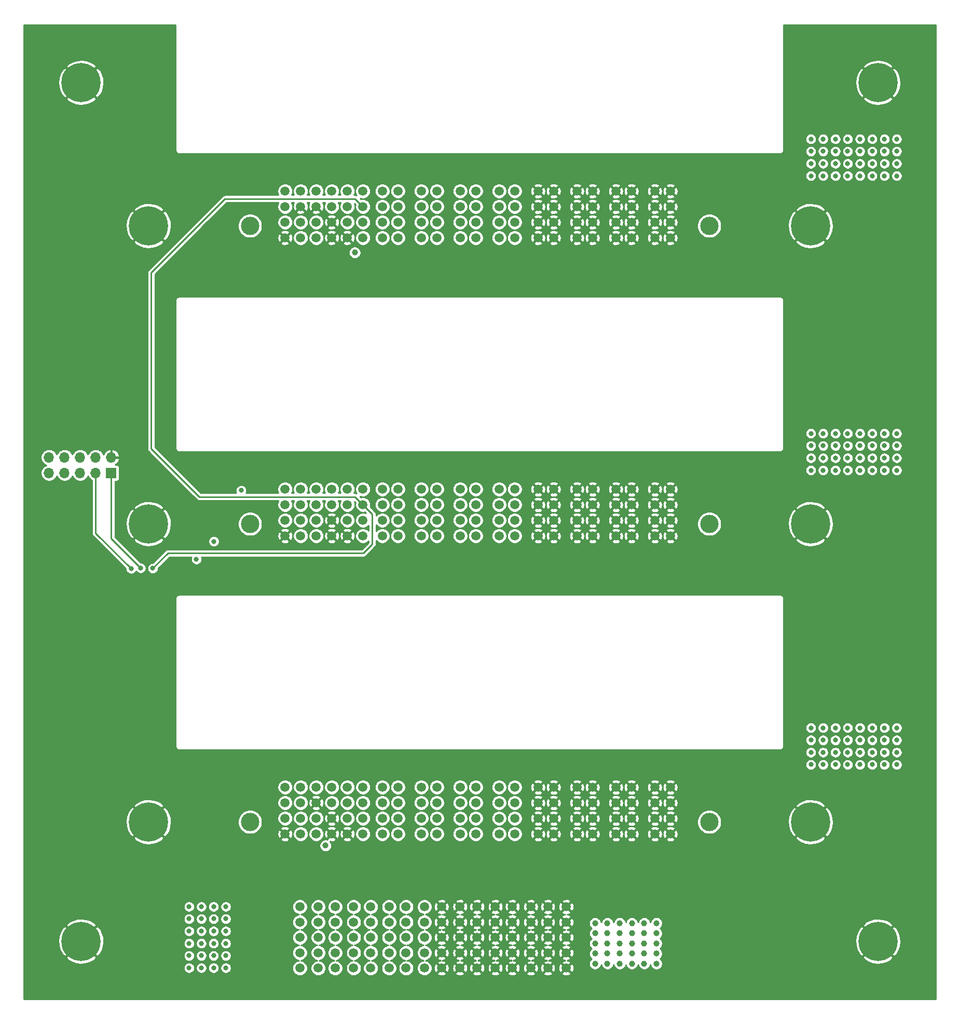
<source format=gbr>
%TF.GenerationSoftware,KiCad,Pcbnew,(5.1.5)-3*%
%TF.CreationDate,2021-10-03T16:15:59+02:00*%
%TF.ProjectId,Backplane PSU,4261636b-706c-4616-9e65-205053552e6b,rev?*%
%TF.SameCoordinates,PX68e7780PYb532b80*%
%TF.FileFunction,Copper,L3,Inr*%
%TF.FilePolarity,Positive*%
%FSLAX46Y46*%
G04 Gerber Fmt 4.6, Leading zero omitted, Abs format (unit mm)*
G04 Created by KiCad (PCBNEW (5.1.5)-3) date 2021-10-03 16:15:59*
%MOMM*%
%LPD*%
G04 APERTURE LIST*
%TA.AperFunction,ViaPad*%
%ADD10C,1.000000*%
%TD*%
%TA.AperFunction,ViaPad*%
%ADD11C,1.500000*%
%TD*%
%TA.AperFunction,ViaPad*%
%ADD12C,6.400000*%
%TD*%
%TA.AperFunction,ViaPad*%
%ADD13O,1.700000X1.700000*%
%TD*%
%TA.AperFunction,ViaPad*%
%ADD14R,1.700000X1.700000*%
%TD*%
%TA.AperFunction,WasherPad*%
%ADD15C,3.000000*%
%TD*%
%TA.AperFunction,ViaPad*%
%ADD16C,0.800000*%
%TD*%
%TA.AperFunction,Conductor*%
%ADD17C,0.250000*%
%TD*%
%TA.AperFunction,Conductor*%
%ADD18C,0.254000*%
%TD*%
G04 APERTURE END LIST*
D10*
%TO.N,Net-(J3-PadA1)*%
%TO.C,J3*%
X83855000Y-3665000D03*
%TO.N,Net-(J3-PadB1)*%
X83855000Y-2015000D03*
%TO.N,Net-(J3-PadC1)*%
X83855000Y-365000D03*
%TO.N,Net-(J3-PadD1)*%
X83855000Y1285000D03*
%TO.N,Net-(J3-PadE1)*%
X83855000Y2935000D03*
%TO.N,Net-(J3-PadA2)*%
X85855000Y-3665000D03*
%TO.N,Net-(J3-PadB2)*%
X85855000Y-2015000D03*
%TO.N,Net-(J3-PadC2)*%
X85855000Y-365000D03*
%TO.N,Net-(J3-PadD2)*%
X85855000Y1285000D03*
%TO.N,Net-(J3-PadE2)*%
X85855000Y2935000D03*
%TO.N,Net-(J3-PadA3)*%
X87855000Y-3665000D03*
%TO.N,Net-(J3-PadB3)*%
X87855000Y-2015000D03*
%TO.N,Net-(J3-PadC3)*%
X87855000Y-365000D03*
%TO.N,Net-(J3-PadD3)*%
X87855000Y1285000D03*
%TO.N,Net-(J3-PadE3)*%
X87855000Y2935000D03*
%TO.N,Net-(J3-PadA4)*%
X89855000Y-3665000D03*
%TO.N,Net-(J3-PadB4)*%
X89855000Y-2015000D03*
%TO.N,Net-(J3-PadC4)*%
X89855000Y-365000D03*
%TO.N,Net-(J3-PadD4)*%
X89855000Y1285000D03*
%TO.N,Net-(J3-PadE4)*%
X89855000Y2935000D03*
%TO.N,Net-(J3-PadA5)*%
X91855000Y-3665000D03*
%TO.N,Net-(J3-PadB5)*%
X91855000Y-2015000D03*
%TO.N,Net-(J3-PadC5)*%
X91855000Y-365000D03*
%TO.N,Net-(J3-PadD5)*%
X91855000Y1285000D03*
%TO.N,Net-(J3-PadE5)*%
X91855000Y2935000D03*
%TO.N,Net-(J3-PadA6)*%
X93855000Y-3665000D03*
%TO.N,Net-(J3-PadB6)*%
X93855000Y-2015000D03*
%TO.N,Net-(J3-PadC6)*%
X93855000Y-365000D03*
%TO.N,Net-(J3-PadD6)*%
X93855000Y1285000D03*
%TO.N,Net-(J3-PadE6)*%
X93855000Y2935000D03*
D11*
%TO.N,+12V*%
X35665000Y-4375000D03*
X35665000Y-1875000D03*
X35665000Y625000D03*
X35665000Y3125000D03*
X35665000Y5625000D03*
X38665000Y-4375000D03*
X38665000Y-1875000D03*
X38665000Y625000D03*
X38665000Y3125000D03*
X38665000Y5625000D03*
X41445000Y-4375000D03*
X47225000Y-4375000D03*
X53005000Y-4375000D03*
%TO.N,GND*%
X58785000Y-4375000D03*
X64565000Y-4375000D03*
X70345000Y-4375000D03*
X76125000Y-4375000D03*
%TO.N,+12V*%
X44445000Y5625000D03*
X50225000Y5625000D03*
X56005000Y5625000D03*
%TO.N,GND*%
X61785000Y5625000D03*
X67565000Y5625000D03*
X73345000Y5625000D03*
X79125000Y5625000D03*
%TO.N,+12V*%
X44445000Y-1875000D03*
X50225000Y-1875000D03*
X56005000Y-1875000D03*
%TO.N,GND*%
X61785000Y-1875000D03*
X67565000Y-1875000D03*
X73345000Y-1875000D03*
X79125000Y-1875000D03*
%TO.N,+12V*%
X41445000Y3125000D03*
X47225000Y3125000D03*
X53005000Y3125000D03*
%TO.N,GND*%
X58785000Y3125000D03*
X64565000Y3125000D03*
X70345000Y3125000D03*
X76125000Y3125000D03*
%TO.N,+12V*%
X41445000Y625000D03*
X47225000Y625000D03*
X53005000Y625000D03*
%TO.N,GND*%
X58785000Y625000D03*
X64565000Y625000D03*
X70345000Y625000D03*
X76125000Y625000D03*
%TO.N,+12V*%
X41445000Y5625000D03*
X47225000Y5625000D03*
X53005000Y5625000D03*
%TO.N,GND*%
X58785000Y5625000D03*
X64565000Y5625000D03*
X70345000Y5625000D03*
X76125000Y5625000D03*
%TO.N,+12V*%
X44445000Y625000D03*
X50225000Y625000D03*
X56005000Y625000D03*
%TO.N,GND*%
X61785000Y625000D03*
X67565000Y625000D03*
X73345000Y625000D03*
X79125000Y625000D03*
%TO.N,+12V*%
X44445000Y-4375000D03*
X50225000Y-4375000D03*
X56005000Y-4375000D03*
%TO.N,GND*%
X61785000Y-4375000D03*
X67565000Y-4375000D03*
X73345000Y-4375000D03*
X79125000Y-4375000D03*
%TO.N,+12V*%
X44445000Y3125000D03*
X50225000Y3125000D03*
X56005000Y3125000D03*
%TO.N,GND*%
X61785000Y3125000D03*
X67565000Y3125000D03*
X73345000Y3125000D03*
X79125000Y3125000D03*
%TO.N,+12V*%
X41445000Y-1875000D03*
X47225000Y-1875000D03*
X53005000Y-1875000D03*
%TO.N,GND*%
X58785000Y-1875000D03*
X64565000Y-1875000D03*
X70345000Y-1875000D03*
X76125000Y-1875000D03*
%TD*%
D12*
%TO.N,GND*%
%TO.C,H1*%
X0Y140000000D03*
%TD*%
%TO.N,GND*%
%TO.C,H2*%
X11000000Y116660000D03*
%TD*%
%TO.N,GND*%
%TO.C,H3*%
X11000000Y68060000D03*
%TD*%
%TO.N,GND*%
%TO.C,H4*%
X11000000Y19460000D03*
%TD*%
%TO.N,GND*%
%TO.C,H5*%
X0Y0D03*
%TD*%
%TO.N,GND*%
%TO.C,H6*%
X130000000Y0D03*
%TD*%
%TO.N,GND*%
%TO.C,H7*%
X119000000Y19460000D03*
%TD*%
%TO.N,GND*%
%TO.C,H8*%
X119000000Y68060000D03*
%TD*%
%TO.N,GND*%
%TO.C,H9*%
X119000000Y116660000D03*
%TD*%
%TO.N,GND*%
%TO.C,H10*%
X130000000Y140000000D03*
%TD*%
D13*
%TO.N,Net-(J5-Pad10)*%
%TO.C,J5*%
X-5260000Y78890000D03*
%TO.N,Net-(J5-Pad9)*%
X-5260000Y76350000D03*
%TO.N,Net-(J5-Pad8)*%
X-2720000Y78890000D03*
%TO.N,Net-(J5-Pad7)*%
X-2720000Y76350000D03*
%TO.N,Net-(J5-Pad6)*%
X-180000Y78890000D03*
%TO.N,Net-(J5-Pad5)*%
X-180000Y76350000D03*
%TO.N,Net-(J5-Pad4)*%
X2360000Y78890000D03*
%TO.N,/SDA*%
X2360000Y76350000D03*
%TO.N,GND*%
X4900000Y78890000D03*
D14*
%TO.N,/SCL*%
X4900000Y76350000D03*
%TD*%
D15*
%TO.N,*%
%TO.C,J4*%
X102470000Y19460000D03*
X27540000Y19460000D03*
D11*
%TO.N,GND*%
X96120000Y17500000D03*
X93580000Y17500000D03*
X96120000Y20040000D03*
X93580000Y20040000D03*
X96120000Y22580000D03*
X93580000Y22580000D03*
X96120000Y25120000D03*
X93580000Y25120000D03*
X87230000Y22580000D03*
X80880000Y22580000D03*
X74530000Y22580000D03*
%TO.N,+12V*%
X68180000Y22580000D03*
X61830000Y22580000D03*
X55480000Y22580000D03*
X49130000Y22580000D03*
%TO.N,GND*%
X89770000Y22580000D03*
X83420000Y22580000D03*
X77070000Y22580000D03*
%TO.N,+12V*%
X70720000Y22580000D03*
X64370000Y22580000D03*
X58020000Y22580000D03*
X51670000Y22580000D03*
%TO.N,GND*%
X89770000Y17500000D03*
X83420000Y17500000D03*
X77070000Y17500000D03*
%TO.N,+12V*%
X70720000Y17500000D03*
X64370000Y17500000D03*
X58020000Y17500000D03*
X51670000Y17500000D03*
%TO.N,GND*%
X89770000Y20040000D03*
X83420000Y20040000D03*
X77070000Y20040000D03*
%TO.N,+12V*%
X70720000Y20040000D03*
X64370000Y20040000D03*
X58020000Y20040000D03*
X51670000Y20040000D03*
%TO.N,GND*%
X87230000Y25120000D03*
X80880000Y25120000D03*
X74530000Y25120000D03*
%TO.N,+12V*%
X68180000Y25120000D03*
X61830000Y25120000D03*
X55480000Y25120000D03*
X49130000Y25120000D03*
%TO.N,GND*%
X89770000Y25120000D03*
X83420000Y25120000D03*
X77070000Y25120000D03*
%TO.N,+12V*%
X70720000Y25120000D03*
X64370000Y25120000D03*
X58020000Y25120000D03*
X51670000Y25120000D03*
%TO.N,GND*%
X87230000Y20040000D03*
X80880000Y20040000D03*
X74530000Y20040000D03*
%TO.N,+12V*%
X68180000Y20040000D03*
X61830000Y20040000D03*
X55480000Y20040000D03*
X49130000Y20040000D03*
%TO.N,GND*%
X87230000Y17500000D03*
X80880000Y17500000D03*
X74530000Y17500000D03*
%TO.N,+12V*%
X68180000Y17500000D03*
X61830000Y17500000D03*
X55480000Y17500000D03*
X49130000Y17500000D03*
%TO.N,+3V3*%
X45960000Y17500000D03*
%TO.N,Net-(J4-PadB1)*%
X45960000Y20040000D03*
%TO.N,/ISHARE*%
X45960000Y22580000D03*
%TO.N,Net-(J4-PadD1)*%
X45960000Y25120000D03*
%TO.N,GND*%
X43420000Y17500000D03*
%TO.N,Net-(J4-PadB2)*%
X43420000Y20040000D03*
%TO.N,Net-(J4-PadC2)*%
X43420000Y22580000D03*
%TO.N,Net-(J4-PadD2)*%
X43420000Y25120000D03*
%TO.N,GND*%
X40880000Y17500000D03*
X40880000Y20040000D03*
%TO.N,Net-(J4-PadC3)*%
X40880000Y22580000D03*
%TO.N,Net-(J4-PadD3)*%
X40880000Y25120000D03*
%TO.N,Net-(J4-PadA4)*%
X38340000Y17500000D03*
%TO.N,Net-(J4-PadB4)*%
X38340000Y20040000D03*
%TO.N,GND*%
X38340000Y22580000D03*
%TO.N,Net-(J4-PadD4)*%
X38340000Y25120000D03*
%TO.N,+12V*%
X35800000Y17500000D03*
%TO.N,/SDA*%
X35800000Y20040000D03*
%TO.N,Net-(J4-PadC5)*%
X35800000Y22580000D03*
%TO.N,Net-(J4-PadD5)*%
X35800000Y25120000D03*
%TO.N,GND*%
X33260000Y17500000D03*
%TO.N,/SCL*%
X33260000Y20040000D03*
%TO.N,Net-(J4-PadC6)*%
X33260000Y22580000D03*
%TO.N,Net-(J4-PadD6)*%
X33260000Y25120000D03*
%TD*%
D15*
%TO.N,*%
%TO.C,J1*%
X102470000Y68060000D03*
X27540000Y68060000D03*
D11*
%TO.N,GND*%
X96120000Y66100000D03*
X93580000Y66100000D03*
X96120000Y68640000D03*
X93580000Y68640000D03*
X96120000Y71180000D03*
X93580000Y71180000D03*
X96120000Y73720000D03*
X93580000Y73720000D03*
X87230000Y71180000D03*
X80880000Y71180000D03*
X74530000Y71180000D03*
%TO.N,+12V*%
X68180000Y71180000D03*
X61830000Y71180000D03*
X55480000Y71180000D03*
X49130000Y71180000D03*
%TO.N,GND*%
X89770000Y71180000D03*
X83420000Y71180000D03*
X77070000Y71180000D03*
%TO.N,+12V*%
X70720000Y71180000D03*
X64370000Y71180000D03*
X58020000Y71180000D03*
X51670000Y71180000D03*
%TO.N,GND*%
X89770000Y66100000D03*
X83420000Y66100000D03*
X77070000Y66100000D03*
%TO.N,+12V*%
X70720000Y66100000D03*
X64370000Y66100000D03*
X58020000Y66100000D03*
X51670000Y66100000D03*
%TO.N,GND*%
X89770000Y68640000D03*
X83420000Y68640000D03*
X77070000Y68640000D03*
%TO.N,+12V*%
X70720000Y68640000D03*
X64370000Y68640000D03*
X58020000Y68640000D03*
X51670000Y68640000D03*
%TO.N,GND*%
X87230000Y73720000D03*
X80880000Y73720000D03*
X74530000Y73720000D03*
%TO.N,+12V*%
X68180000Y73720000D03*
X61830000Y73720000D03*
X55480000Y73720000D03*
X49130000Y73720000D03*
%TO.N,GND*%
X89770000Y73720000D03*
X83420000Y73720000D03*
X77070000Y73720000D03*
%TO.N,+12V*%
X70720000Y73720000D03*
X64370000Y73720000D03*
X58020000Y73720000D03*
X51670000Y73720000D03*
%TO.N,GND*%
X87230000Y68640000D03*
X80880000Y68640000D03*
X74530000Y68640000D03*
%TO.N,+12V*%
X68180000Y68640000D03*
X61830000Y68640000D03*
X55480000Y68640000D03*
X49130000Y68640000D03*
%TO.N,GND*%
X87230000Y66100000D03*
X80880000Y66100000D03*
X74530000Y66100000D03*
%TO.N,+12V*%
X68180000Y66100000D03*
X61830000Y66100000D03*
X55480000Y66100000D03*
X49130000Y66100000D03*
%TO.N,+3V3*%
X45960000Y66100000D03*
%TO.N,Net-(J1-PadB1)*%
X45960000Y68640000D03*
%TO.N,/ISHARE*%
X45960000Y71180000D03*
%TO.N,Net-(J1-PadD1)*%
X45960000Y73720000D03*
%TO.N,GND*%
X43420000Y66100000D03*
%TO.N,Net-(J1-PadB2)*%
X43420000Y68640000D03*
%TO.N,Net-(J1-PadC2)*%
X43420000Y71180000D03*
%TO.N,Net-(J1-PadD2)*%
X43420000Y73720000D03*
%TO.N,GND*%
X40880000Y66100000D03*
X40880000Y68640000D03*
%TO.N,Net-(J1-PadC3)*%
X40880000Y71180000D03*
%TO.N,Net-(J1-PadD3)*%
X40880000Y73720000D03*
%TO.N,Net-(J1-PadA4)*%
X38340000Y66100000D03*
%TO.N,Net-(J1-PadB4)*%
X38340000Y68640000D03*
%TO.N,Net-(J1-PadC4)*%
X38340000Y71180000D03*
%TO.N,Net-(J1-PadD4)*%
X38340000Y73720000D03*
%TO.N,+12V*%
X35800000Y66100000D03*
%TO.N,/SDA*%
X35800000Y68640000D03*
%TO.N,Net-(J1-PadC5)*%
X35800000Y71180000D03*
%TO.N,Net-(J1-PadD5)*%
X35800000Y73720000D03*
%TO.N,GND*%
X33260000Y66100000D03*
%TO.N,/SCL*%
X33260000Y68640000D03*
%TO.N,Net-(J1-PadC6)*%
X33260000Y71180000D03*
%TO.N,Net-(J1-PadD6)*%
X33260000Y73720000D03*
%TD*%
D15*
%TO.N,*%
%TO.C,J2*%
X102470000Y116660000D03*
X27540000Y116660000D03*
D11*
%TO.N,GND*%
X96120000Y114700000D03*
X93580000Y114700000D03*
X96120000Y117240000D03*
X93580000Y117240000D03*
X96120000Y119780000D03*
X93580000Y119780000D03*
X96120000Y122320000D03*
X93580000Y122320000D03*
X87230000Y119780000D03*
X80880000Y119780000D03*
X74530000Y119780000D03*
%TO.N,+12V*%
X68180000Y119780000D03*
X61830000Y119780000D03*
X55480000Y119780000D03*
X49130000Y119780000D03*
%TO.N,GND*%
X89770000Y119780000D03*
X83420000Y119780000D03*
X77070000Y119780000D03*
%TO.N,+12V*%
X70720000Y119780000D03*
X64370000Y119780000D03*
X58020000Y119780000D03*
X51670000Y119780000D03*
%TO.N,GND*%
X89770000Y114700000D03*
X83420000Y114700000D03*
X77070000Y114700000D03*
%TO.N,+12V*%
X70720000Y114700000D03*
X64370000Y114700000D03*
X58020000Y114700000D03*
X51670000Y114700000D03*
%TO.N,GND*%
X89770000Y117240000D03*
X83420000Y117240000D03*
X77070000Y117240000D03*
%TO.N,+12V*%
X70720000Y117240000D03*
X64370000Y117240000D03*
X58020000Y117240000D03*
X51670000Y117240000D03*
%TO.N,GND*%
X87230000Y122320000D03*
X80880000Y122320000D03*
X74530000Y122320000D03*
%TO.N,+12V*%
X68180000Y122320000D03*
X61830000Y122320000D03*
X55480000Y122320000D03*
X49130000Y122320000D03*
%TO.N,GND*%
X89770000Y122320000D03*
X83420000Y122320000D03*
X77070000Y122320000D03*
%TO.N,+12V*%
X70720000Y122320000D03*
X64370000Y122320000D03*
X58020000Y122320000D03*
X51670000Y122320000D03*
%TO.N,GND*%
X87230000Y117240000D03*
X80880000Y117240000D03*
X74530000Y117240000D03*
%TO.N,+12V*%
X68180000Y117240000D03*
X61830000Y117240000D03*
X55480000Y117240000D03*
X49130000Y117240000D03*
%TO.N,GND*%
X87230000Y114700000D03*
X80880000Y114700000D03*
X74530000Y114700000D03*
%TO.N,+12V*%
X68180000Y114700000D03*
X61830000Y114700000D03*
X55480000Y114700000D03*
X49130000Y114700000D03*
%TO.N,+3V3*%
X45960000Y114700000D03*
%TO.N,Net-(J2-PadB1)*%
X45960000Y117240000D03*
%TO.N,/ISHARE*%
X45960000Y119780000D03*
%TO.N,Net-(J2-PadD1)*%
X45960000Y122320000D03*
%TO.N,GND*%
X43420000Y114700000D03*
%TO.N,Net-(J2-PadB2)*%
X43420000Y117240000D03*
%TO.N,Net-(J2-PadC2)*%
X43420000Y119780000D03*
%TO.N,Net-(J2-PadD2)*%
X43420000Y122320000D03*
%TO.N,GND*%
X40880000Y114700000D03*
X40880000Y117240000D03*
%TO.N,Net-(J2-PadC3)*%
X40880000Y119780000D03*
%TO.N,Net-(J2-PadD3)*%
X40880000Y122320000D03*
%TO.N,Net-(J2-PadA4)*%
X38340000Y114700000D03*
%TO.N,Net-(J2-PadB4)*%
X38340000Y117240000D03*
%TO.N,GND*%
X38340000Y119780000D03*
%TO.N,Net-(J2-PadD4)*%
X38340000Y122320000D03*
%TO.N,+12V*%
X35800000Y114700000D03*
%TO.N,/SDA*%
X35800000Y117240000D03*
%TO.N,GND*%
X35800000Y119780000D03*
%TO.N,Net-(J2-PadD5)*%
X35800000Y122320000D03*
%TO.N,GND*%
X33260000Y114700000D03*
%TO.N,/SCL*%
X33260000Y117240000D03*
%TO.N,Net-(J2-PadC6)*%
X33260000Y119780000D03*
%TO.N,Net-(J2-PadD6)*%
X33260000Y122320000D03*
%TD*%
D16*
%TO.N,GND*%
X25525000Y127150000D03*
X25675000Y78625000D03*
X25675000Y29600000D03*
D10*
X75250000Y126000000D03*
X75500000Y110500000D03*
X75500000Y107500000D03*
X75200000Y77300000D03*
X75100000Y63000000D03*
X75100000Y59600000D03*
X75200000Y29000000D03*
D16*
X75150000Y15000000D03*
D10*
X75150000Y12750000D03*
D16*
X-5000000Y131200000D03*
X-5000000Y129200000D03*
X-5000000Y127200000D03*
X-5000000Y125200000D03*
X-3000000Y131200000D03*
X-3000000Y129200000D03*
X-3000000Y127200000D03*
X-3000000Y125200000D03*
X-1000000Y131200000D03*
X-1000000Y129200000D03*
X-1000000Y127200000D03*
X-1000000Y125200000D03*
X1000000Y131200000D03*
X1000000Y129200000D03*
X1000000Y127200000D03*
X1000000Y125200000D03*
X3000000Y131200000D03*
X3000000Y129200000D03*
X3000000Y127200000D03*
X3000000Y125200000D03*
X5000000Y131200000D03*
X5000000Y129200000D03*
X5000000Y127200000D03*
X5000000Y125200000D03*
X7000000Y131200000D03*
X7000000Y129200000D03*
X7000000Y127200000D03*
X7000000Y125200000D03*
X9000000Y131200000D03*
X9000000Y129200000D03*
X9000000Y127200000D03*
X9000000Y125200000D03*
X-4750000Y66250000D03*
X-4750000Y68250000D03*
X-2750000Y68250000D03*
X-750000Y68250000D03*
X-2750000Y58250000D03*
X-750000Y70250000D03*
X-750000Y62250000D03*
X-2750000Y64250000D03*
X-750000Y58250000D03*
X-2750000Y70250000D03*
X-6750000Y72250000D03*
X-4750000Y58250000D03*
X-4750000Y70250000D03*
X-6750000Y68250000D03*
X-2750000Y62250000D03*
X-2750000Y66250000D03*
X-750000Y60250000D03*
X-6750000Y70250000D03*
X-6750000Y60250000D03*
X-6750000Y62250000D03*
X-4750000Y62250000D03*
X-6750000Y64250000D03*
X-4750000Y64250000D03*
X-750000Y64250000D03*
X-6750000Y66250000D03*
X-750000Y66250000D03*
X-4750000Y60250000D03*
X-2750000Y60250000D03*
X-6750000Y58250000D03*
X-4750000Y72250000D03*
X-2750000Y72250000D03*
X-750000Y72250000D03*
X-3400000Y25550000D03*
X2600000Y21550000D03*
X-1400000Y23550000D03*
X600000Y27550000D03*
X2600000Y25550000D03*
X2600000Y27550000D03*
X-1400000Y21550000D03*
X600000Y21550000D03*
X-3400000Y21550000D03*
X600000Y23550000D03*
X-1400000Y25550000D03*
X-3400000Y23550000D03*
X-3400000Y31550000D03*
X-3400000Y27550000D03*
X-3400000Y19550000D03*
X-1400000Y33550000D03*
X600000Y33550000D03*
X2600000Y33550000D03*
X2600000Y29550000D03*
X600000Y19550000D03*
X600000Y25550000D03*
X2600000Y23550000D03*
X2600000Y19550000D03*
X-1400000Y19550000D03*
X-1400000Y27550000D03*
X-3400000Y33550000D03*
X-1400000Y31550000D03*
X-3400000Y29550000D03*
X600000Y31550000D03*
X600000Y29550000D03*
X2600000Y31550000D03*
X-1400000Y29550000D03*
X109000000Y-1100000D03*
X107000000Y4900000D03*
X111000000Y-3100000D03*
X113000000Y-5100000D03*
X109000000Y900000D03*
X107000000Y2900000D03*
X109000000Y-3100000D03*
X107000000Y-1100000D03*
X109000000Y4900000D03*
X111000000Y4900000D03*
X107000000Y-5100000D03*
X113000000Y4900000D03*
X113000000Y900000D03*
X111000000Y-5100000D03*
X109000000Y2900000D03*
X107000000Y900000D03*
X111000000Y2900000D03*
X111000000Y900000D03*
X113000000Y2900000D03*
X107000000Y-3100000D03*
X109000000Y-5100000D03*
X111000000Y-1100000D03*
X113000000Y-3100000D03*
X113000000Y-1100000D03*
D10*
%TO.N,+3V3*%
X44650000Y112300000D03*
X39850000Y15600000D03*
D16*
%TO.N,/SCL*%
X21650000Y65200000D03*
X9700000Y60850000D03*
%TO.N,/SDA*%
X18800000Y62300000D03*
X8150000Y60750000D03*
%TO.N,+12V*%
X119050000Y130800000D03*
X119050000Y128800000D03*
X119050000Y126800000D03*
X119050000Y124800000D03*
X121050000Y130800000D03*
X121050000Y128800000D03*
X121050000Y126800000D03*
X121050000Y124800000D03*
X123050000Y130800000D03*
X123050000Y128800000D03*
X123050000Y126800000D03*
X123050000Y124800000D03*
X125050000Y130800000D03*
X125050000Y128800000D03*
X125050000Y126800000D03*
X125050000Y124800000D03*
X127050000Y130800000D03*
X127050000Y128800000D03*
X127050000Y126800000D03*
X127050000Y124800000D03*
X129050000Y130800000D03*
X129050000Y128800000D03*
X129050000Y126800000D03*
X129050000Y124800000D03*
X131050000Y130800000D03*
X131050000Y128800000D03*
X131050000Y126800000D03*
X131050000Y124800000D03*
X133050000Y130800000D03*
X133050000Y128800000D03*
X133050000Y126800000D03*
X133050000Y124800000D03*
X119050000Y82800000D03*
X119050000Y34800000D03*
X129050000Y80800000D03*
X129050000Y32800000D03*
X121050000Y76800000D03*
X121050000Y28800000D03*
X123050000Y76800000D03*
X123050000Y28800000D03*
X119050000Y80800000D03*
X119050000Y32800000D03*
X127050000Y82800000D03*
X127050000Y34800000D03*
X119050000Y76800000D03*
X119050000Y28800000D03*
X123050000Y78800000D03*
X123050000Y30800000D03*
X127050000Y80800000D03*
X127050000Y32800000D03*
X129050000Y82800000D03*
X129050000Y34800000D03*
X129050000Y78800000D03*
X129050000Y30800000D03*
X125050000Y76800000D03*
X125050000Y28800000D03*
X121050000Y80800000D03*
X121050000Y32800000D03*
X123050000Y80800000D03*
X123050000Y32800000D03*
X121050000Y82800000D03*
X121050000Y34800000D03*
X121050000Y78800000D03*
X121050000Y30800000D03*
X119050000Y78800000D03*
X119050000Y30800000D03*
X123050000Y82800000D03*
X123050000Y34800000D03*
X125050000Y80800000D03*
X125050000Y32800000D03*
X125050000Y82800000D03*
X125050000Y34800000D03*
X125050000Y78800000D03*
X125050000Y30800000D03*
X127050000Y78800000D03*
X127050000Y30800000D03*
X127050000Y76800000D03*
X127050000Y28800000D03*
X133050000Y78800000D03*
X133050000Y30800000D03*
X131050000Y78800000D03*
X131050000Y30800000D03*
X133050000Y80800000D03*
X133050000Y32800000D03*
X133050000Y76800000D03*
X133050000Y28800000D03*
X129050000Y76800000D03*
X129050000Y28800000D03*
X131050000Y82800000D03*
X131050000Y34800000D03*
X131050000Y80800000D03*
X131050000Y32800000D03*
X131050000Y76800000D03*
X131050000Y28800000D03*
X133050000Y82800000D03*
X133050000Y34800000D03*
X19600000Y-2350000D03*
X19600000Y-350000D03*
X21600000Y5650000D03*
X23600000Y1650000D03*
X23600000Y5650000D03*
X17600000Y-350000D03*
X21600000Y3650000D03*
X21600000Y1650000D03*
X17600000Y1650000D03*
X23600000Y3650000D03*
X19600000Y1650000D03*
X21600000Y-4350000D03*
X19600000Y3650000D03*
X17600000Y3650000D03*
X23600000Y-4350000D03*
X17600000Y5650000D03*
X23600000Y-2350000D03*
X19600000Y-4350000D03*
X21600000Y-350000D03*
X23600000Y-350000D03*
X19600000Y5650000D03*
X17600000Y-4350000D03*
X17600000Y-2350000D03*
X21600000Y-2350000D03*
%TO.N,Net-(J1-PadB4)*%
X26100000Y73500000D03*
%TO.N,/ISHARE*%
X11675000Y60800000D03*
%TD*%
D17*
%TO.N,/SCL*%
X9700000Y60850000D02*
X5250000Y65300000D01*
X4900000Y65650000D02*
X5250000Y65300000D01*
X4900000Y76350000D02*
X4900000Y65650000D01*
%TO.N,/SDA*%
X2360000Y66540000D02*
X2360000Y76350000D01*
X8150000Y60750000D02*
X2360000Y66540000D01*
%TO.N,/ISHARE*%
X14150000Y63275000D02*
X11675000Y60800000D01*
X29225000Y63275000D02*
X14150000Y63275000D01*
X11400000Y107500000D02*
X11400000Y80325000D01*
X11400000Y80325000D02*
X13550000Y78175000D01*
X29225000Y63275000D02*
X46025000Y63275000D01*
X46025000Y63275000D02*
X47500000Y64750000D01*
X47500000Y69640000D02*
X45960000Y71180000D01*
X47500000Y64750000D02*
X47500000Y69640000D01*
X45960000Y71180000D02*
X44690000Y72450000D01*
X19275000Y72450000D02*
X13550000Y78175000D01*
X44690000Y72450000D02*
X19275000Y72450000D01*
X45960000Y119780000D02*
X44690000Y121050000D01*
X44690000Y121050000D02*
X23450000Y121050000D01*
X11400000Y109000000D02*
X11400000Y107500000D01*
X23450000Y121050000D02*
X11400000Y109000000D01*
%TD*%
D18*
%TO.N,GND*%
G36*
X15392000Y129029861D02*
G01*
X15389059Y129000000D01*
X15400798Y128880811D01*
X15435564Y128766203D01*
X15492021Y128660579D01*
X15567999Y128567999D01*
X15660579Y128492021D01*
X15766203Y128435564D01*
X15880811Y128400798D01*
X16000000Y128389059D01*
X16029860Y128392000D01*
X113970140Y128392000D01*
X114000000Y128389059D01*
X114119189Y128400798D01*
X114233797Y128435564D01*
X114339421Y128492021D01*
X114432001Y128567999D01*
X114507979Y128660579D01*
X114564436Y128766203D01*
X114599202Y128880811D01*
X114600050Y128889430D01*
X118142000Y128889430D01*
X118142000Y128710570D01*
X118176894Y128535146D01*
X118245341Y128369901D01*
X118344711Y128221184D01*
X118471184Y128094711D01*
X118619901Y127995341D01*
X118785146Y127926894D01*
X118960570Y127892000D01*
X119139430Y127892000D01*
X119314854Y127926894D01*
X119480099Y127995341D01*
X119628816Y128094711D01*
X119755289Y128221184D01*
X119854659Y128369901D01*
X119923106Y128535146D01*
X119958000Y128710570D01*
X119958000Y128889430D01*
X120142000Y128889430D01*
X120142000Y128710570D01*
X120176894Y128535146D01*
X120245341Y128369901D01*
X120344711Y128221184D01*
X120471184Y128094711D01*
X120619901Y127995341D01*
X120785146Y127926894D01*
X120960570Y127892000D01*
X121139430Y127892000D01*
X121314854Y127926894D01*
X121480099Y127995341D01*
X121628816Y128094711D01*
X121755289Y128221184D01*
X121854659Y128369901D01*
X121923106Y128535146D01*
X121958000Y128710570D01*
X121958000Y128889430D01*
X122142000Y128889430D01*
X122142000Y128710570D01*
X122176894Y128535146D01*
X122245341Y128369901D01*
X122344711Y128221184D01*
X122471184Y128094711D01*
X122619901Y127995341D01*
X122785146Y127926894D01*
X122960570Y127892000D01*
X123139430Y127892000D01*
X123314854Y127926894D01*
X123480099Y127995341D01*
X123628816Y128094711D01*
X123755289Y128221184D01*
X123854659Y128369901D01*
X123923106Y128535146D01*
X123958000Y128710570D01*
X123958000Y128889430D01*
X124142000Y128889430D01*
X124142000Y128710570D01*
X124176894Y128535146D01*
X124245341Y128369901D01*
X124344711Y128221184D01*
X124471184Y128094711D01*
X124619901Y127995341D01*
X124785146Y127926894D01*
X124960570Y127892000D01*
X125139430Y127892000D01*
X125314854Y127926894D01*
X125480099Y127995341D01*
X125628816Y128094711D01*
X125755289Y128221184D01*
X125854659Y128369901D01*
X125923106Y128535146D01*
X125958000Y128710570D01*
X125958000Y128889430D01*
X126142000Y128889430D01*
X126142000Y128710570D01*
X126176894Y128535146D01*
X126245341Y128369901D01*
X126344711Y128221184D01*
X126471184Y128094711D01*
X126619901Y127995341D01*
X126785146Y127926894D01*
X126960570Y127892000D01*
X127139430Y127892000D01*
X127314854Y127926894D01*
X127480099Y127995341D01*
X127628816Y128094711D01*
X127755289Y128221184D01*
X127854659Y128369901D01*
X127923106Y128535146D01*
X127958000Y128710570D01*
X127958000Y128889430D01*
X128142000Y128889430D01*
X128142000Y128710570D01*
X128176894Y128535146D01*
X128245341Y128369901D01*
X128344711Y128221184D01*
X128471184Y128094711D01*
X128619901Y127995341D01*
X128785146Y127926894D01*
X128960570Y127892000D01*
X129139430Y127892000D01*
X129314854Y127926894D01*
X129480099Y127995341D01*
X129628816Y128094711D01*
X129755289Y128221184D01*
X129854659Y128369901D01*
X129923106Y128535146D01*
X129958000Y128710570D01*
X129958000Y128889430D01*
X130142000Y128889430D01*
X130142000Y128710570D01*
X130176894Y128535146D01*
X130245341Y128369901D01*
X130344711Y128221184D01*
X130471184Y128094711D01*
X130619901Y127995341D01*
X130785146Y127926894D01*
X130960570Y127892000D01*
X131139430Y127892000D01*
X131314854Y127926894D01*
X131480099Y127995341D01*
X131628816Y128094711D01*
X131755289Y128221184D01*
X131854659Y128369901D01*
X131923106Y128535146D01*
X131958000Y128710570D01*
X131958000Y128889430D01*
X132142000Y128889430D01*
X132142000Y128710570D01*
X132176894Y128535146D01*
X132245341Y128369901D01*
X132344711Y128221184D01*
X132471184Y128094711D01*
X132619901Y127995341D01*
X132785146Y127926894D01*
X132960570Y127892000D01*
X133139430Y127892000D01*
X133314854Y127926894D01*
X133480099Y127995341D01*
X133628816Y128094711D01*
X133755289Y128221184D01*
X133854659Y128369901D01*
X133923106Y128535146D01*
X133958000Y128710570D01*
X133958000Y128889430D01*
X133923106Y129064854D01*
X133854659Y129230099D01*
X133755289Y129378816D01*
X133628816Y129505289D01*
X133480099Y129604659D01*
X133314854Y129673106D01*
X133139430Y129708000D01*
X132960570Y129708000D01*
X132785146Y129673106D01*
X132619901Y129604659D01*
X132471184Y129505289D01*
X132344711Y129378816D01*
X132245341Y129230099D01*
X132176894Y129064854D01*
X132142000Y128889430D01*
X131958000Y128889430D01*
X131923106Y129064854D01*
X131854659Y129230099D01*
X131755289Y129378816D01*
X131628816Y129505289D01*
X131480099Y129604659D01*
X131314854Y129673106D01*
X131139430Y129708000D01*
X130960570Y129708000D01*
X130785146Y129673106D01*
X130619901Y129604659D01*
X130471184Y129505289D01*
X130344711Y129378816D01*
X130245341Y129230099D01*
X130176894Y129064854D01*
X130142000Y128889430D01*
X129958000Y128889430D01*
X129923106Y129064854D01*
X129854659Y129230099D01*
X129755289Y129378816D01*
X129628816Y129505289D01*
X129480099Y129604659D01*
X129314854Y129673106D01*
X129139430Y129708000D01*
X128960570Y129708000D01*
X128785146Y129673106D01*
X128619901Y129604659D01*
X128471184Y129505289D01*
X128344711Y129378816D01*
X128245341Y129230099D01*
X128176894Y129064854D01*
X128142000Y128889430D01*
X127958000Y128889430D01*
X127923106Y129064854D01*
X127854659Y129230099D01*
X127755289Y129378816D01*
X127628816Y129505289D01*
X127480099Y129604659D01*
X127314854Y129673106D01*
X127139430Y129708000D01*
X126960570Y129708000D01*
X126785146Y129673106D01*
X126619901Y129604659D01*
X126471184Y129505289D01*
X126344711Y129378816D01*
X126245341Y129230099D01*
X126176894Y129064854D01*
X126142000Y128889430D01*
X125958000Y128889430D01*
X125923106Y129064854D01*
X125854659Y129230099D01*
X125755289Y129378816D01*
X125628816Y129505289D01*
X125480099Y129604659D01*
X125314854Y129673106D01*
X125139430Y129708000D01*
X124960570Y129708000D01*
X124785146Y129673106D01*
X124619901Y129604659D01*
X124471184Y129505289D01*
X124344711Y129378816D01*
X124245341Y129230099D01*
X124176894Y129064854D01*
X124142000Y128889430D01*
X123958000Y128889430D01*
X123923106Y129064854D01*
X123854659Y129230099D01*
X123755289Y129378816D01*
X123628816Y129505289D01*
X123480099Y129604659D01*
X123314854Y129673106D01*
X123139430Y129708000D01*
X122960570Y129708000D01*
X122785146Y129673106D01*
X122619901Y129604659D01*
X122471184Y129505289D01*
X122344711Y129378816D01*
X122245341Y129230099D01*
X122176894Y129064854D01*
X122142000Y128889430D01*
X121958000Y128889430D01*
X121923106Y129064854D01*
X121854659Y129230099D01*
X121755289Y129378816D01*
X121628816Y129505289D01*
X121480099Y129604659D01*
X121314854Y129673106D01*
X121139430Y129708000D01*
X120960570Y129708000D01*
X120785146Y129673106D01*
X120619901Y129604659D01*
X120471184Y129505289D01*
X120344711Y129378816D01*
X120245341Y129230099D01*
X120176894Y129064854D01*
X120142000Y128889430D01*
X119958000Y128889430D01*
X119923106Y129064854D01*
X119854659Y129230099D01*
X119755289Y129378816D01*
X119628816Y129505289D01*
X119480099Y129604659D01*
X119314854Y129673106D01*
X119139430Y129708000D01*
X118960570Y129708000D01*
X118785146Y129673106D01*
X118619901Y129604659D01*
X118471184Y129505289D01*
X118344711Y129378816D01*
X118245341Y129230099D01*
X118176894Y129064854D01*
X118142000Y128889430D01*
X114600050Y128889430D01*
X114608000Y128970139D01*
X114608000Y128970140D01*
X114610941Y129000000D01*
X114608000Y129029861D01*
X114608000Y130889430D01*
X118142000Y130889430D01*
X118142000Y130710570D01*
X118176894Y130535146D01*
X118245341Y130369901D01*
X118344711Y130221184D01*
X118471184Y130094711D01*
X118619901Y129995341D01*
X118785146Y129926894D01*
X118960570Y129892000D01*
X119139430Y129892000D01*
X119314854Y129926894D01*
X119480099Y129995341D01*
X119628816Y130094711D01*
X119755289Y130221184D01*
X119854659Y130369901D01*
X119923106Y130535146D01*
X119958000Y130710570D01*
X119958000Y130889430D01*
X120142000Y130889430D01*
X120142000Y130710570D01*
X120176894Y130535146D01*
X120245341Y130369901D01*
X120344711Y130221184D01*
X120471184Y130094711D01*
X120619901Y129995341D01*
X120785146Y129926894D01*
X120960570Y129892000D01*
X121139430Y129892000D01*
X121314854Y129926894D01*
X121480099Y129995341D01*
X121628816Y130094711D01*
X121755289Y130221184D01*
X121854659Y130369901D01*
X121923106Y130535146D01*
X121958000Y130710570D01*
X121958000Y130889430D01*
X122142000Y130889430D01*
X122142000Y130710570D01*
X122176894Y130535146D01*
X122245341Y130369901D01*
X122344711Y130221184D01*
X122471184Y130094711D01*
X122619901Y129995341D01*
X122785146Y129926894D01*
X122960570Y129892000D01*
X123139430Y129892000D01*
X123314854Y129926894D01*
X123480099Y129995341D01*
X123628816Y130094711D01*
X123755289Y130221184D01*
X123854659Y130369901D01*
X123923106Y130535146D01*
X123958000Y130710570D01*
X123958000Y130889430D01*
X124142000Y130889430D01*
X124142000Y130710570D01*
X124176894Y130535146D01*
X124245341Y130369901D01*
X124344711Y130221184D01*
X124471184Y130094711D01*
X124619901Y129995341D01*
X124785146Y129926894D01*
X124960570Y129892000D01*
X125139430Y129892000D01*
X125314854Y129926894D01*
X125480099Y129995341D01*
X125628816Y130094711D01*
X125755289Y130221184D01*
X125854659Y130369901D01*
X125923106Y130535146D01*
X125958000Y130710570D01*
X125958000Y130889430D01*
X126142000Y130889430D01*
X126142000Y130710570D01*
X126176894Y130535146D01*
X126245341Y130369901D01*
X126344711Y130221184D01*
X126471184Y130094711D01*
X126619901Y129995341D01*
X126785146Y129926894D01*
X126960570Y129892000D01*
X127139430Y129892000D01*
X127314854Y129926894D01*
X127480099Y129995341D01*
X127628816Y130094711D01*
X127755289Y130221184D01*
X127854659Y130369901D01*
X127923106Y130535146D01*
X127958000Y130710570D01*
X127958000Y130889430D01*
X128142000Y130889430D01*
X128142000Y130710570D01*
X128176894Y130535146D01*
X128245341Y130369901D01*
X128344711Y130221184D01*
X128471184Y130094711D01*
X128619901Y129995341D01*
X128785146Y129926894D01*
X128960570Y129892000D01*
X129139430Y129892000D01*
X129314854Y129926894D01*
X129480099Y129995341D01*
X129628816Y130094711D01*
X129755289Y130221184D01*
X129854659Y130369901D01*
X129923106Y130535146D01*
X129958000Y130710570D01*
X129958000Y130889430D01*
X130142000Y130889430D01*
X130142000Y130710570D01*
X130176894Y130535146D01*
X130245341Y130369901D01*
X130344711Y130221184D01*
X130471184Y130094711D01*
X130619901Y129995341D01*
X130785146Y129926894D01*
X130960570Y129892000D01*
X131139430Y129892000D01*
X131314854Y129926894D01*
X131480099Y129995341D01*
X131628816Y130094711D01*
X131755289Y130221184D01*
X131854659Y130369901D01*
X131923106Y130535146D01*
X131958000Y130710570D01*
X131958000Y130889430D01*
X132142000Y130889430D01*
X132142000Y130710570D01*
X132176894Y130535146D01*
X132245341Y130369901D01*
X132344711Y130221184D01*
X132471184Y130094711D01*
X132619901Y129995341D01*
X132785146Y129926894D01*
X132960570Y129892000D01*
X133139430Y129892000D01*
X133314854Y129926894D01*
X133480099Y129995341D01*
X133628816Y130094711D01*
X133755289Y130221184D01*
X133854659Y130369901D01*
X133923106Y130535146D01*
X133958000Y130710570D01*
X133958000Y130889430D01*
X133923106Y131064854D01*
X133854659Y131230099D01*
X133755289Y131378816D01*
X133628816Y131505289D01*
X133480099Y131604659D01*
X133314854Y131673106D01*
X133139430Y131708000D01*
X132960570Y131708000D01*
X132785146Y131673106D01*
X132619901Y131604659D01*
X132471184Y131505289D01*
X132344711Y131378816D01*
X132245341Y131230099D01*
X132176894Y131064854D01*
X132142000Y130889430D01*
X131958000Y130889430D01*
X131923106Y131064854D01*
X131854659Y131230099D01*
X131755289Y131378816D01*
X131628816Y131505289D01*
X131480099Y131604659D01*
X131314854Y131673106D01*
X131139430Y131708000D01*
X130960570Y131708000D01*
X130785146Y131673106D01*
X130619901Y131604659D01*
X130471184Y131505289D01*
X130344711Y131378816D01*
X130245341Y131230099D01*
X130176894Y131064854D01*
X130142000Y130889430D01*
X129958000Y130889430D01*
X129923106Y131064854D01*
X129854659Y131230099D01*
X129755289Y131378816D01*
X129628816Y131505289D01*
X129480099Y131604659D01*
X129314854Y131673106D01*
X129139430Y131708000D01*
X128960570Y131708000D01*
X128785146Y131673106D01*
X128619901Y131604659D01*
X128471184Y131505289D01*
X128344711Y131378816D01*
X128245341Y131230099D01*
X128176894Y131064854D01*
X128142000Y130889430D01*
X127958000Y130889430D01*
X127923106Y131064854D01*
X127854659Y131230099D01*
X127755289Y131378816D01*
X127628816Y131505289D01*
X127480099Y131604659D01*
X127314854Y131673106D01*
X127139430Y131708000D01*
X126960570Y131708000D01*
X126785146Y131673106D01*
X126619901Y131604659D01*
X126471184Y131505289D01*
X126344711Y131378816D01*
X126245341Y131230099D01*
X126176894Y131064854D01*
X126142000Y130889430D01*
X125958000Y130889430D01*
X125923106Y131064854D01*
X125854659Y131230099D01*
X125755289Y131378816D01*
X125628816Y131505289D01*
X125480099Y131604659D01*
X125314854Y131673106D01*
X125139430Y131708000D01*
X124960570Y131708000D01*
X124785146Y131673106D01*
X124619901Y131604659D01*
X124471184Y131505289D01*
X124344711Y131378816D01*
X124245341Y131230099D01*
X124176894Y131064854D01*
X124142000Y130889430D01*
X123958000Y130889430D01*
X123923106Y131064854D01*
X123854659Y131230099D01*
X123755289Y131378816D01*
X123628816Y131505289D01*
X123480099Y131604659D01*
X123314854Y131673106D01*
X123139430Y131708000D01*
X122960570Y131708000D01*
X122785146Y131673106D01*
X122619901Y131604659D01*
X122471184Y131505289D01*
X122344711Y131378816D01*
X122245341Y131230099D01*
X122176894Y131064854D01*
X122142000Y130889430D01*
X121958000Y130889430D01*
X121923106Y131064854D01*
X121854659Y131230099D01*
X121755289Y131378816D01*
X121628816Y131505289D01*
X121480099Y131604659D01*
X121314854Y131673106D01*
X121139430Y131708000D01*
X120960570Y131708000D01*
X120785146Y131673106D01*
X120619901Y131604659D01*
X120471184Y131505289D01*
X120344711Y131378816D01*
X120245341Y131230099D01*
X120176894Y131064854D01*
X120142000Y130889430D01*
X119958000Y130889430D01*
X119923106Y131064854D01*
X119854659Y131230099D01*
X119755289Y131378816D01*
X119628816Y131505289D01*
X119480099Y131604659D01*
X119314854Y131673106D01*
X119139430Y131708000D01*
X118960570Y131708000D01*
X118785146Y131673106D01*
X118619901Y131604659D01*
X118471184Y131505289D01*
X118344711Y131378816D01*
X118245341Y131230099D01*
X118176894Y131064854D01*
X118142000Y130889430D01*
X114608000Y130889430D01*
X114608000Y137410659D01*
X127500462Y137410659D01*
X127861637Y136948764D01*
X128497992Y136590218D01*
X129192068Y136362709D01*
X129917193Y136274979D01*
X130645499Y136330400D01*
X131349000Y136526841D01*
X132000659Y136856754D01*
X132138363Y136948764D01*
X132499538Y137410659D01*
X130000000Y139910197D01*
X127500462Y137410659D01*
X114608000Y137410659D01*
X114608000Y140082807D01*
X126274979Y140082807D01*
X126330400Y139354501D01*
X126526841Y138651000D01*
X126856754Y137999341D01*
X126948764Y137861637D01*
X127410659Y137500462D01*
X129910197Y140000000D01*
X130089803Y140000000D01*
X132589341Y137500462D01*
X133051236Y137861637D01*
X133409782Y138497992D01*
X133637291Y139192068D01*
X133725021Y139917193D01*
X133669600Y140645499D01*
X133473159Y141349000D01*
X133143246Y142000659D01*
X133051236Y142138363D01*
X132589341Y142499538D01*
X130089803Y140000000D01*
X129910197Y140000000D01*
X127410659Y142499538D01*
X126948764Y142138363D01*
X126590218Y141502008D01*
X126362709Y140807932D01*
X126274979Y140082807D01*
X114608000Y140082807D01*
X114608000Y142589341D01*
X127500462Y142589341D01*
X130000000Y140089803D01*
X132499538Y142589341D01*
X132138363Y143051236D01*
X131502008Y143409782D01*
X130807932Y143637291D01*
X130082807Y143725021D01*
X129354501Y143669600D01*
X128651000Y143473159D01*
X127999341Y143143246D01*
X127861637Y143051236D01*
X127500462Y142589341D01*
X114608000Y142589341D01*
X114608000Y149392000D01*
X139392000Y149392000D01*
X139392001Y-9392000D01*
X-9392000Y-9392000D01*
X-9392000Y-4260570D01*
X16692000Y-4260570D01*
X16692000Y-4439430D01*
X16726894Y-4614854D01*
X16795341Y-4780099D01*
X16894711Y-4928816D01*
X17021184Y-5055289D01*
X17169901Y-5154659D01*
X17335146Y-5223106D01*
X17510570Y-5258000D01*
X17689430Y-5258000D01*
X17864854Y-5223106D01*
X18030099Y-5154659D01*
X18178816Y-5055289D01*
X18305289Y-4928816D01*
X18404659Y-4780099D01*
X18473106Y-4614854D01*
X18508000Y-4439430D01*
X18508000Y-4260570D01*
X18692000Y-4260570D01*
X18692000Y-4439430D01*
X18726894Y-4614854D01*
X18795341Y-4780099D01*
X18894711Y-4928816D01*
X19021184Y-5055289D01*
X19169901Y-5154659D01*
X19335146Y-5223106D01*
X19510570Y-5258000D01*
X19689430Y-5258000D01*
X19864854Y-5223106D01*
X20030099Y-5154659D01*
X20178816Y-5055289D01*
X20305289Y-4928816D01*
X20404659Y-4780099D01*
X20473106Y-4614854D01*
X20508000Y-4439430D01*
X20508000Y-4260570D01*
X20692000Y-4260570D01*
X20692000Y-4439430D01*
X20726894Y-4614854D01*
X20795341Y-4780099D01*
X20894711Y-4928816D01*
X21021184Y-5055289D01*
X21169901Y-5154659D01*
X21335146Y-5223106D01*
X21510570Y-5258000D01*
X21689430Y-5258000D01*
X21864854Y-5223106D01*
X22030099Y-5154659D01*
X22178816Y-5055289D01*
X22305289Y-4928816D01*
X22404659Y-4780099D01*
X22473106Y-4614854D01*
X22508000Y-4439430D01*
X22508000Y-4260570D01*
X22692000Y-4260570D01*
X22692000Y-4439430D01*
X22726894Y-4614854D01*
X22795341Y-4780099D01*
X22894711Y-4928816D01*
X23021184Y-5055289D01*
X23169901Y-5154659D01*
X23335146Y-5223106D01*
X23510570Y-5258000D01*
X23689430Y-5258000D01*
X23864854Y-5223106D01*
X24030099Y-5154659D01*
X24178816Y-5055289D01*
X24305289Y-4928816D01*
X24404659Y-4780099D01*
X24473106Y-4614854D01*
X24508000Y-4439430D01*
X24508000Y-4260570D01*
X24473106Y-4085146D01*
X24404659Y-3919901D01*
X24305289Y-3771184D01*
X24178816Y-3644711D01*
X24030099Y-3545341D01*
X23864854Y-3476894D01*
X23689430Y-3442000D01*
X23510570Y-3442000D01*
X23335146Y-3476894D01*
X23169901Y-3545341D01*
X23021184Y-3644711D01*
X22894711Y-3771184D01*
X22795341Y-3919901D01*
X22726894Y-4085146D01*
X22692000Y-4260570D01*
X22508000Y-4260570D01*
X22473106Y-4085146D01*
X22404659Y-3919901D01*
X22305289Y-3771184D01*
X22178816Y-3644711D01*
X22030099Y-3545341D01*
X21864854Y-3476894D01*
X21689430Y-3442000D01*
X21510570Y-3442000D01*
X21335146Y-3476894D01*
X21169901Y-3545341D01*
X21021184Y-3644711D01*
X20894711Y-3771184D01*
X20795341Y-3919901D01*
X20726894Y-4085146D01*
X20692000Y-4260570D01*
X20508000Y-4260570D01*
X20473106Y-4085146D01*
X20404659Y-3919901D01*
X20305289Y-3771184D01*
X20178816Y-3644711D01*
X20030099Y-3545341D01*
X19864854Y-3476894D01*
X19689430Y-3442000D01*
X19510570Y-3442000D01*
X19335146Y-3476894D01*
X19169901Y-3545341D01*
X19021184Y-3644711D01*
X18894711Y-3771184D01*
X18795341Y-3919901D01*
X18726894Y-4085146D01*
X18692000Y-4260570D01*
X18508000Y-4260570D01*
X18473106Y-4085146D01*
X18404659Y-3919901D01*
X18305289Y-3771184D01*
X18178816Y-3644711D01*
X18030099Y-3545341D01*
X17864854Y-3476894D01*
X17689430Y-3442000D01*
X17510570Y-3442000D01*
X17335146Y-3476894D01*
X17169901Y-3545341D01*
X17021184Y-3644711D01*
X16894711Y-3771184D01*
X16795341Y-3919901D01*
X16726894Y-4085146D01*
X16692000Y-4260570D01*
X-9392000Y-4260570D01*
X-9392000Y-2589341D01*
X-2499538Y-2589341D01*
X-2138363Y-3051236D01*
X-1502008Y-3409782D01*
X-807932Y-3637291D01*
X-82807Y-3725021D01*
X645499Y-3669600D01*
X1349000Y-3473159D01*
X2000659Y-3143246D01*
X2138363Y-3051236D01*
X2499538Y-2589341D01*
X0Y-89803D01*
X-2499538Y-2589341D01*
X-9392000Y-2589341D01*
X-9392000Y82807D01*
X-3725021Y82807D01*
X-3669600Y-645499D01*
X-3473159Y-1349000D01*
X-3143246Y-2000659D01*
X-3051236Y-2138363D01*
X-2589341Y-2499538D01*
X-89803Y0D01*
X89803Y0D01*
X2589341Y-2499538D01*
X2894949Y-2260570D01*
X16692000Y-2260570D01*
X16692000Y-2439430D01*
X16726894Y-2614854D01*
X16795341Y-2780099D01*
X16894711Y-2928816D01*
X17021184Y-3055289D01*
X17169901Y-3154659D01*
X17335146Y-3223106D01*
X17510570Y-3258000D01*
X17689430Y-3258000D01*
X17864854Y-3223106D01*
X18030099Y-3154659D01*
X18178816Y-3055289D01*
X18305289Y-2928816D01*
X18404659Y-2780099D01*
X18473106Y-2614854D01*
X18508000Y-2439430D01*
X18508000Y-2260570D01*
X18692000Y-2260570D01*
X18692000Y-2439430D01*
X18726894Y-2614854D01*
X18795341Y-2780099D01*
X18894711Y-2928816D01*
X19021184Y-3055289D01*
X19169901Y-3154659D01*
X19335146Y-3223106D01*
X19510570Y-3258000D01*
X19689430Y-3258000D01*
X19864854Y-3223106D01*
X20030099Y-3154659D01*
X20178816Y-3055289D01*
X20305289Y-2928816D01*
X20404659Y-2780099D01*
X20473106Y-2614854D01*
X20508000Y-2439430D01*
X20508000Y-2260570D01*
X20692000Y-2260570D01*
X20692000Y-2439430D01*
X20726894Y-2614854D01*
X20795341Y-2780099D01*
X20894711Y-2928816D01*
X21021184Y-3055289D01*
X21169901Y-3154659D01*
X21335146Y-3223106D01*
X21510570Y-3258000D01*
X21689430Y-3258000D01*
X21864854Y-3223106D01*
X22030099Y-3154659D01*
X22178816Y-3055289D01*
X22305289Y-2928816D01*
X22404659Y-2780099D01*
X22473106Y-2614854D01*
X22508000Y-2439430D01*
X22508000Y-2260570D01*
X22692000Y-2260570D01*
X22692000Y-2439430D01*
X22726894Y-2614854D01*
X22795341Y-2780099D01*
X22894711Y-2928816D01*
X23021184Y-3055289D01*
X23169901Y-3154659D01*
X23335146Y-3223106D01*
X23510570Y-3258000D01*
X23689430Y-3258000D01*
X23864854Y-3223106D01*
X24030099Y-3154659D01*
X24178816Y-3055289D01*
X24305289Y-2928816D01*
X24404659Y-2780099D01*
X24473106Y-2614854D01*
X24508000Y-2439430D01*
X24508000Y-2260570D01*
X24473106Y-2085146D01*
X24404659Y-1919901D01*
X24305289Y-1771184D01*
X24178816Y-1644711D01*
X24030099Y-1545341D01*
X23864854Y-1476894D01*
X23689430Y-1442000D01*
X23510570Y-1442000D01*
X23335146Y-1476894D01*
X23169901Y-1545341D01*
X23021184Y-1644711D01*
X22894711Y-1771184D01*
X22795341Y-1919901D01*
X22726894Y-2085146D01*
X22692000Y-2260570D01*
X22508000Y-2260570D01*
X22473106Y-2085146D01*
X22404659Y-1919901D01*
X22305289Y-1771184D01*
X22178816Y-1644711D01*
X22030099Y-1545341D01*
X21864854Y-1476894D01*
X21689430Y-1442000D01*
X21510570Y-1442000D01*
X21335146Y-1476894D01*
X21169901Y-1545341D01*
X21021184Y-1644711D01*
X20894711Y-1771184D01*
X20795341Y-1919901D01*
X20726894Y-2085146D01*
X20692000Y-2260570D01*
X20508000Y-2260570D01*
X20473106Y-2085146D01*
X20404659Y-1919901D01*
X20305289Y-1771184D01*
X20178816Y-1644711D01*
X20030099Y-1545341D01*
X19864854Y-1476894D01*
X19689430Y-1442000D01*
X19510570Y-1442000D01*
X19335146Y-1476894D01*
X19169901Y-1545341D01*
X19021184Y-1644711D01*
X18894711Y-1771184D01*
X18795341Y-1919901D01*
X18726894Y-2085146D01*
X18692000Y-2260570D01*
X18508000Y-2260570D01*
X18473106Y-2085146D01*
X18404659Y-1919901D01*
X18305289Y-1771184D01*
X18178816Y-1644711D01*
X18030099Y-1545341D01*
X17864854Y-1476894D01*
X17689430Y-1442000D01*
X17510570Y-1442000D01*
X17335146Y-1476894D01*
X17169901Y-1545341D01*
X17021184Y-1644711D01*
X16894711Y-1771184D01*
X16795341Y-1919901D01*
X16726894Y-2085146D01*
X16692000Y-2260570D01*
X2894949Y-2260570D01*
X3051236Y-2138363D01*
X3409782Y-1502008D01*
X3637291Y-807932D01*
X3703514Y-260570D01*
X16692000Y-260570D01*
X16692000Y-439430D01*
X16726894Y-614854D01*
X16795341Y-780099D01*
X16894711Y-928816D01*
X17021184Y-1055289D01*
X17169901Y-1154659D01*
X17335146Y-1223106D01*
X17510570Y-1258000D01*
X17689430Y-1258000D01*
X17864854Y-1223106D01*
X18030099Y-1154659D01*
X18178816Y-1055289D01*
X18305289Y-928816D01*
X18404659Y-780099D01*
X18473106Y-614854D01*
X18508000Y-439430D01*
X18508000Y-260570D01*
X18692000Y-260570D01*
X18692000Y-439430D01*
X18726894Y-614854D01*
X18795341Y-780099D01*
X18894711Y-928816D01*
X19021184Y-1055289D01*
X19169901Y-1154659D01*
X19335146Y-1223106D01*
X19510570Y-1258000D01*
X19689430Y-1258000D01*
X19864854Y-1223106D01*
X20030099Y-1154659D01*
X20178816Y-1055289D01*
X20305289Y-928816D01*
X20404659Y-780099D01*
X20473106Y-614854D01*
X20508000Y-439430D01*
X20508000Y-260570D01*
X20692000Y-260570D01*
X20692000Y-439430D01*
X20726894Y-614854D01*
X20795341Y-780099D01*
X20894711Y-928816D01*
X21021184Y-1055289D01*
X21169901Y-1154659D01*
X21335146Y-1223106D01*
X21510570Y-1258000D01*
X21689430Y-1258000D01*
X21864854Y-1223106D01*
X22030099Y-1154659D01*
X22178816Y-1055289D01*
X22305289Y-928816D01*
X22404659Y-780099D01*
X22473106Y-614854D01*
X22508000Y-439430D01*
X22508000Y-260570D01*
X22692000Y-260570D01*
X22692000Y-439430D01*
X22726894Y-614854D01*
X22795341Y-780099D01*
X22894711Y-928816D01*
X23021184Y-1055289D01*
X23169901Y-1154659D01*
X23335146Y-1223106D01*
X23510570Y-1258000D01*
X23689430Y-1258000D01*
X23864854Y-1223106D01*
X24030099Y-1154659D01*
X24178816Y-1055289D01*
X24305289Y-928816D01*
X24404659Y-780099D01*
X24473106Y-614854D01*
X24508000Y-439430D01*
X24508000Y-260570D01*
X24473106Y-85146D01*
X24404659Y80099D01*
X24305289Y228816D01*
X24178816Y355289D01*
X24030099Y454659D01*
X23864854Y523106D01*
X23689430Y558000D01*
X23510570Y558000D01*
X23335146Y523106D01*
X23169901Y454659D01*
X23021184Y355289D01*
X22894711Y228816D01*
X22795341Y80099D01*
X22726894Y-85146D01*
X22692000Y-260570D01*
X22508000Y-260570D01*
X22473106Y-85146D01*
X22404659Y80099D01*
X22305289Y228816D01*
X22178816Y355289D01*
X22030099Y454659D01*
X21864854Y523106D01*
X21689430Y558000D01*
X21510570Y558000D01*
X21335146Y523106D01*
X21169901Y454659D01*
X21021184Y355289D01*
X20894711Y228816D01*
X20795341Y80099D01*
X20726894Y-85146D01*
X20692000Y-260570D01*
X20508000Y-260570D01*
X20473106Y-85146D01*
X20404659Y80099D01*
X20305289Y228816D01*
X20178816Y355289D01*
X20030099Y454659D01*
X19864854Y523106D01*
X19689430Y558000D01*
X19510570Y558000D01*
X19335146Y523106D01*
X19169901Y454659D01*
X19021184Y355289D01*
X18894711Y228816D01*
X18795341Y80099D01*
X18726894Y-85146D01*
X18692000Y-260570D01*
X18508000Y-260570D01*
X18473106Y-85146D01*
X18404659Y80099D01*
X18305289Y228816D01*
X18178816Y355289D01*
X18030099Y454659D01*
X17864854Y523106D01*
X17689430Y558000D01*
X17510570Y558000D01*
X17335146Y523106D01*
X17169901Y454659D01*
X17021184Y355289D01*
X16894711Y228816D01*
X16795341Y80099D01*
X16726894Y-85146D01*
X16692000Y-260570D01*
X3703514Y-260570D01*
X3725021Y-82807D01*
X3669600Y645499D01*
X3473159Y1349000D01*
X3275498Y1739430D01*
X16692000Y1739430D01*
X16692000Y1560570D01*
X16726894Y1385146D01*
X16795341Y1219901D01*
X16894711Y1071184D01*
X17021184Y944711D01*
X17169901Y845341D01*
X17335146Y776894D01*
X17510570Y742000D01*
X17689430Y742000D01*
X17864854Y776894D01*
X18030099Y845341D01*
X18178816Y944711D01*
X18305289Y1071184D01*
X18404659Y1219901D01*
X18473106Y1385146D01*
X18508000Y1560570D01*
X18508000Y1739430D01*
X18692000Y1739430D01*
X18692000Y1560570D01*
X18726894Y1385146D01*
X18795341Y1219901D01*
X18894711Y1071184D01*
X19021184Y944711D01*
X19169901Y845341D01*
X19335146Y776894D01*
X19510570Y742000D01*
X19689430Y742000D01*
X19864854Y776894D01*
X20030099Y845341D01*
X20178816Y944711D01*
X20305289Y1071184D01*
X20404659Y1219901D01*
X20473106Y1385146D01*
X20508000Y1560570D01*
X20508000Y1739430D01*
X20692000Y1739430D01*
X20692000Y1560570D01*
X20726894Y1385146D01*
X20795341Y1219901D01*
X20894711Y1071184D01*
X21021184Y944711D01*
X21169901Y845341D01*
X21335146Y776894D01*
X21510570Y742000D01*
X21689430Y742000D01*
X21864854Y776894D01*
X22030099Y845341D01*
X22178816Y944711D01*
X22305289Y1071184D01*
X22404659Y1219901D01*
X22473106Y1385146D01*
X22508000Y1560570D01*
X22508000Y1739430D01*
X22692000Y1739430D01*
X22692000Y1560570D01*
X22726894Y1385146D01*
X22795341Y1219901D01*
X22894711Y1071184D01*
X23021184Y944711D01*
X23169901Y845341D01*
X23335146Y776894D01*
X23510570Y742000D01*
X23689430Y742000D01*
X23864854Y776894D01*
X24030099Y845341D01*
X24178816Y944711D01*
X24305289Y1071184D01*
X24404659Y1219901D01*
X24473106Y1385146D01*
X24508000Y1560570D01*
X24508000Y1739430D01*
X24473106Y1914854D01*
X24404659Y2080099D01*
X24305289Y2228816D01*
X24178816Y2355289D01*
X24030099Y2454659D01*
X23864854Y2523106D01*
X23689430Y2558000D01*
X23510570Y2558000D01*
X23335146Y2523106D01*
X23169901Y2454659D01*
X23021184Y2355289D01*
X22894711Y2228816D01*
X22795341Y2080099D01*
X22726894Y1914854D01*
X22692000Y1739430D01*
X22508000Y1739430D01*
X22473106Y1914854D01*
X22404659Y2080099D01*
X22305289Y2228816D01*
X22178816Y2355289D01*
X22030099Y2454659D01*
X21864854Y2523106D01*
X21689430Y2558000D01*
X21510570Y2558000D01*
X21335146Y2523106D01*
X21169901Y2454659D01*
X21021184Y2355289D01*
X20894711Y2228816D01*
X20795341Y2080099D01*
X20726894Y1914854D01*
X20692000Y1739430D01*
X20508000Y1739430D01*
X20473106Y1914854D01*
X20404659Y2080099D01*
X20305289Y2228816D01*
X20178816Y2355289D01*
X20030099Y2454659D01*
X19864854Y2523106D01*
X19689430Y2558000D01*
X19510570Y2558000D01*
X19335146Y2523106D01*
X19169901Y2454659D01*
X19021184Y2355289D01*
X18894711Y2228816D01*
X18795341Y2080099D01*
X18726894Y1914854D01*
X18692000Y1739430D01*
X18508000Y1739430D01*
X18473106Y1914854D01*
X18404659Y2080099D01*
X18305289Y2228816D01*
X18178816Y2355289D01*
X18030099Y2454659D01*
X17864854Y2523106D01*
X17689430Y2558000D01*
X17510570Y2558000D01*
X17335146Y2523106D01*
X17169901Y2454659D01*
X17021184Y2355289D01*
X16894711Y2228816D01*
X16795341Y2080099D01*
X16726894Y1914854D01*
X16692000Y1739430D01*
X3275498Y1739430D01*
X3143246Y2000659D01*
X3051236Y2138363D01*
X2589341Y2499538D01*
X89803Y0D01*
X-89803Y0D01*
X-2589341Y2499538D01*
X-3051236Y2138363D01*
X-3409782Y1502008D01*
X-3637291Y807932D01*
X-3725021Y82807D01*
X-9392000Y82807D01*
X-9392000Y2589341D01*
X-2499538Y2589341D01*
X0Y89803D01*
X2499538Y2589341D01*
X2138363Y3051236D01*
X1502008Y3409782D01*
X807932Y3637291D01*
X82807Y3725021D01*
X-645499Y3669600D01*
X-1349000Y3473159D01*
X-2000659Y3143246D01*
X-2138363Y3051236D01*
X-2499538Y2589341D01*
X-9392000Y2589341D01*
X-9392000Y3739430D01*
X16692000Y3739430D01*
X16692000Y3560570D01*
X16726894Y3385146D01*
X16795341Y3219901D01*
X16894711Y3071184D01*
X17021184Y2944711D01*
X17169901Y2845341D01*
X17335146Y2776894D01*
X17510570Y2742000D01*
X17689430Y2742000D01*
X17864854Y2776894D01*
X18030099Y2845341D01*
X18178816Y2944711D01*
X18305289Y3071184D01*
X18404659Y3219901D01*
X18473106Y3385146D01*
X18508000Y3560570D01*
X18508000Y3739430D01*
X18692000Y3739430D01*
X18692000Y3560570D01*
X18726894Y3385146D01*
X18795341Y3219901D01*
X18894711Y3071184D01*
X19021184Y2944711D01*
X19169901Y2845341D01*
X19335146Y2776894D01*
X19510570Y2742000D01*
X19689430Y2742000D01*
X19864854Y2776894D01*
X20030099Y2845341D01*
X20178816Y2944711D01*
X20305289Y3071184D01*
X20404659Y3219901D01*
X20473106Y3385146D01*
X20508000Y3560570D01*
X20508000Y3739430D01*
X20692000Y3739430D01*
X20692000Y3560570D01*
X20726894Y3385146D01*
X20795341Y3219901D01*
X20894711Y3071184D01*
X21021184Y2944711D01*
X21169901Y2845341D01*
X21335146Y2776894D01*
X21510570Y2742000D01*
X21689430Y2742000D01*
X21864854Y2776894D01*
X22030099Y2845341D01*
X22178816Y2944711D01*
X22305289Y3071184D01*
X22404659Y3219901D01*
X22473106Y3385146D01*
X22508000Y3560570D01*
X22508000Y3739430D01*
X22692000Y3739430D01*
X22692000Y3560570D01*
X22726894Y3385146D01*
X22795341Y3219901D01*
X22894711Y3071184D01*
X23021184Y2944711D01*
X23169901Y2845341D01*
X23335146Y2776894D01*
X23510570Y2742000D01*
X23689430Y2742000D01*
X23864854Y2776894D01*
X24030099Y2845341D01*
X24178816Y2944711D01*
X24305289Y3071184D01*
X24404659Y3219901D01*
X24473106Y3385146D01*
X24508000Y3560570D01*
X24508000Y3739430D01*
X24473106Y3914854D01*
X24404659Y4080099D01*
X24305289Y4228816D01*
X24178816Y4355289D01*
X24030099Y4454659D01*
X23864854Y4523106D01*
X23689430Y4558000D01*
X23510570Y4558000D01*
X23335146Y4523106D01*
X23169901Y4454659D01*
X23021184Y4355289D01*
X22894711Y4228816D01*
X22795341Y4080099D01*
X22726894Y3914854D01*
X22692000Y3739430D01*
X22508000Y3739430D01*
X22473106Y3914854D01*
X22404659Y4080099D01*
X22305289Y4228816D01*
X22178816Y4355289D01*
X22030099Y4454659D01*
X21864854Y4523106D01*
X21689430Y4558000D01*
X21510570Y4558000D01*
X21335146Y4523106D01*
X21169901Y4454659D01*
X21021184Y4355289D01*
X20894711Y4228816D01*
X20795341Y4080099D01*
X20726894Y3914854D01*
X20692000Y3739430D01*
X20508000Y3739430D01*
X20473106Y3914854D01*
X20404659Y4080099D01*
X20305289Y4228816D01*
X20178816Y4355289D01*
X20030099Y4454659D01*
X19864854Y4523106D01*
X19689430Y4558000D01*
X19510570Y4558000D01*
X19335146Y4523106D01*
X19169901Y4454659D01*
X19021184Y4355289D01*
X18894711Y4228816D01*
X18795341Y4080099D01*
X18726894Y3914854D01*
X18692000Y3739430D01*
X18508000Y3739430D01*
X18473106Y3914854D01*
X18404659Y4080099D01*
X18305289Y4228816D01*
X18178816Y4355289D01*
X18030099Y4454659D01*
X17864854Y4523106D01*
X17689430Y4558000D01*
X17510570Y4558000D01*
X17335146Y4523106D01*
X17169901Y4454659D01*
X17021184Y4355289D01*
X16894711Y4228816D01*
X16795341Y4080099D01*
X16726894Y3914854D01*
X16692000Y3739430D01*
X-9392000Y3739430D01*
X-9392000Y5739430D01*
X16692000Y5739430D01*
X16692000Y5560570D01*
X16726894Y5385146D01*
X16795341Y5219901D01*
X16894711Y5071184D01*
X17021184Y4944711D01*
X17169901Y4845341D01*
X17335146Y4776894D01*
X17510570Y4742000D01*
X17689430Y4742000D01*
X17864854Y4776894D01*
X18030099Y4845341D01*
X18178816Y4944711D01*
X18305289Y5071184D01*
X18404659Y5219901D01*
X18473106Y5385146D01*
X18508000Y5560570D01*
X18508000Y5739430D01*
X18692000Y5739430D01*
X18692000Y5560570D01*
X18726894Y5385146D01*
X18795341Y5219901D01*
X18894711Y5071184D01*
X19021184Y4944711D01*
X19169901Y4845341D01*
X19335146Y4776894D01*
X19510570Y4742000D01*
X19689430Y4742000D01*
X19864854Y4776894D01*
X20030099Y4845341D01*
X20178816Y4944711D01*
X20305289Y5071184D01*
X20404659Y5219901D01*
X20473106Y5385146D01*
X20508000Y5560570D01*
X20508000Y5739430D01*
X20692000Y5739430D01*
X20692000Y5560570D01*
X20726894Y5385146D01*
X20795341Y5219901D01*
X20894711Y5071184D01*
X21021184Y4944711D01*
X21169901Y4845341D01*
X21335146Y4776894D01*
X21510570Y4742000D01*
X21689430Y4742000D01*
X21864854Y4776894D01*
X22030099Y4845341D01*
X22178816Y4944711D01*
X22305289Y5071184D01*
X22404659Y5219901D01*
X22473106Y5385146D01*
X22508000Y5560570D01*
X22508000Y5739430D01*
X22692000Y5739430D01*
X22692000Y5560570D01*
X22726894Y5385146D01*
X22795341Y5219901D01*
X22894711Y5071184D01*
X23021184Y4944711D01*
X23169901Y4845341D01*
X23335146Y4776894D01*
X23510570Y4742000D01*
X23689430Y4742000D01*
X23864854Y4776894D01*
X24030099Y4845341D01*
X24178816Y4944711D01*
X24305289Y5071184D01*
X24404659Y5219901D01*
X24473106Y5385146D01*
X24508000Y5560570D01*
X24508000Y5739430D01*
X24506116Y5748902D01*
X34407000Y5748902D01*
X34407000Y5501098D01*
X34455344Y5258055D01*
X34550175Y5029114D01*
X34687848Y4823072D01*
X34863072Y4647848D01*
X35069114Y4510175D01*
X35298055Y4415344D01*
X35500879Y4375000D01*
X35298055Y4334656D01*
X35069114Y4239825D01*
X34863072Y4102152D01*
X34687848Y3926928D01*
X34550175Y3720886D01*
X34455344Y3491945D01*
X34407000Y3248902D01*
X34407000Y3001098D01*
X34455344Y2758055D01*
X34550175Y2529114D01*
X34687848Y2323072D01*
X34863072Y2147848D01*
X35069114Y2010175D01*
X35298055Y1915344D01*
X35500879Y1875000D01*
X35298055Y1834656D01*
X35069114Y1739825D01*
X34863072Y1602152D01*
X34687848Y1426928D01*
X34550175Y1220886D01*
X34455344Y991945D01*
X34407000Y748902D01*
X34407000Y501098D01*
X34455344Y258055D01*
X34550175Y29114D01*
X34687848Y-176928D01*
X34863072Y-352152D01*
X35069114Y-489825D01*
X35298055Y-584656D01*
X35500879Y-625000D01*
X35298055Y-665344D01*
X35069114Y-760175D01*
X34863072Y-897848D01*
X34687848Y-1073072D01*
X34550175Y-1279114D01*
X34455344Y-1508055D01*
X34407000Y-1751098D01*
X34407000Y-1998902D01*
X34455344Y-2241945D01*
X34550175Y-2470886D01*
X34687848Y-2676928D01*
X34863072Y-2852152D01*
X35069114Y-2989825D01*
X35298055Y-3084656D01*
X35500879Y-3125000D01*
X35298055Y-3165344D01*
X35069114Y-3260175D01*
X34863072Y-3397848D01*
X34687848Y-3573072D01*
X34550175Y-3779114D01*
X34455344Y-4008055D01*
X34407000Y-4251098D01*
X34407000Y-4498902D01*
X34455344Y-4741945D01*
X34550175Y-4970886D01*
X34687848Y-5176928D01*
X34863072Y-5352152D01*
X35069114Y-5489825D01*
X35298055Y-5584656D01*
X35541098Y-5633000D01*
X35788902Y-5633000D01*
X36031945Y-5584656D01*
X36260886Y-5489825D01*
X36466928Y-5352152D01*
X36642152Y-5176928D01*
X36779825Y-4970886D01*
X36874656Y-4741945D01*
X36923000Y-4498902D01*
X36923000Y-4251098D01*
X36874656Y-4008055D01*
X36779825Y-3779114D01*
X36642152Y-3573072D01*
X36466928Y-3397848D01*
X36260886Y-3260175D01*
X36031945Y-3165344D01*
X35829121Y-3125000D01*
X36031945Y-3084656D01*
X36260886Y-2989825D01*
X36466928Y-2852152D01*
X36642152Y-2676928D01*
X36779825Y-2470886D01*
X36874656Y-2241945D01*
X36923000Y-1998902D01*
X36923000Y-1751098D01*
X36874656Y-1508055D01*
X36779825Y-1279114D01*
X36642152Y-1073072D01*
X36466928Y-897848D01*
X36260886Y-760175D01*
X36031945Y-665344D01*
X35829121Y-625000D01*
X36031945Y-584656D01*
X36260886Y-489825D01*
X36466928Y-352152D01*
X36642152Y-176928D01*
X36779825Y29114D01*
X36874656Y258055D01*
X36923000Y501098D01*
X36923000Y748902D01*
X36874656Y991945D01*
X36779825Y1220886D01*
X36642152Y1426928D01*
X36466928Y1602152D01*
X36260886Y1739825D01*
X36031945Y1834656D01*
X35829121Y1875000D01*
X36031945Y1915344D01*
X36260886Y2010175D01*
X36466928Y2147848D01*
X36642152Y2323072D01*
X36779825Y2529114D01*
X36874656Y2758055D01*
X36923000Y3001098D01*
X36923000Y3248902D01*
X36874656Y3491945D01*
X36779825Y3720886D01*
X36642152Y3926928D01*
X36466928Y4102152D01*
X36260886Y4239825D01*
X36031945Y4334656D01*
X35829121Y4375000D01*
X36031945Y4415344D01*
X36260886Y4510175D01*
X36466928Y4647848D01*
X36642152Y4823072D01*
X36779825Y5029114D01*
X36874656Y5258055D01*
X36923000Y5501098D01*
X36923000Y5748902D01*
X37407000Y5748902D01*
X37407000Y5501098D01*
X37455344Y5258055D01*
X37550175Y5029114D01*
X37687848Y4823072D01*
X37863072Y4647848D01*
X38069114Y4510175D01*
X38298055Y4415344D01*
X38500879Y4375000D01*
X38298055Y4334656D01*
X38069114Y4239825D01*
X37863072Y4102152D01*
X37687848Y3926928D01*
X37550175Y3720886D01*
X37455344Y3491945D01*
X37407000Y3248902D01*
X37407000Y3001098D01*
X37455344Y2758055D01*
X37550175Y2529114D01*
X37687848Y2323072D01*
X37863072Y2147848D01*
X38069114Y2010175D01*
X38298055Y1915344D01*
X38500879Y1875000D01*
X38298055Y1834656D01*
X38069114Y1739825D01*
X37863072Y1602152D01*
X37687848Y1426928D01*
X37550175Y1220886D01*
X37455344Y991945D01*
X37407000Y748902D01*
X37407000Y501098D01*
X37455344Y258055D01*
X37550175Y29114D01*
X37687848Y-176928D01*
X37863072Y-352152D01*
X38069114Y-489825D01*
X38298055Y-584656D01*
X38500879Y-625000D01*
X38298055Y-665344D01*
X38069114Y-760175D01*
X37863072Y-897848D01*
X37687848Y-1073072D01*
X37550175Y-1279114D01*
X37455344Y-1508055D01*
X37407000Y-1751098D01*
X37407000Y-1998902D01*
X37455344Y-2241945D01*
X37550175Y-2470886D01*
X37687848Y-2676928D01*
X37863072Y-2852152D01*
X38069114Y-2989825D01*
X38298055Y-3084656D01*
X38500879Y-3125000D01*
X38298055Y-3165344D01*
X38069114Y-3260175D01*
X37863072Y-3397848D01*
X37687848Y-3573072D01*
X37550175Y-3779114D01*
X37455344Y-4008055D01*
X37407000Y-4251098D01*
X37407000Y-4498902D01*
X37455344Y-4741945D01*
X37550175Y-4970886D01*
X37687848Y-5176928D01*
X37863072Y-5352152D01*
X38069114Y-5489825D01*
X38298055Y-5584656D01*
X38541098Y-5633000D01*
X38788902Y-5633000D01*
X39031945Y-5584656D01*
X39260886Y-5489825D01*
X39466928Y-5352152D01*
X39642152Y-5176928D01*
X39779825Y-4970886D01*
X39874656Y-4741945D01*
X39923000Y-4498902D01*
X39923000Y-4251098D01*
X39874656Y-4008055D01*
X39779825Y-3779114D01*
X39642152Y-3573072D01*
X39466928Y-3397848D01*
X39260886Y-3260175D01*
X39031945Y-3165344D01*
X38829121Y-3125000D01*
X39031945Y-3084656D01*
X39260886Y-2989825D01*
X39466928Y-2852152D01*
X39642152Y-2676928D01*
X39779825Y-2470886D01*
X39874656Y-2241945D01*
X39923000Y-1998902D01*
X39923000Y-1751098D01*
X39874656Y-1508055D01*
X39779825Y-1279114D01*
X39642152Y-1073072D01*
X39466928Y-897848D01*
X39260886Y-760175D01*
X39031945Y-665344D01*
X38829121Y-625000D01*
X39031945Y-584656D01*
X39260886Y-489825D01*
X39466928Y-352152D01*
X39642152Y-176928D01*
X39779825Y29114D01*
X39874656Y258055D01*
X39923000Y501098D01*
X39923000Y748902D01*
X39874656Y991945D01*
X39779825Y1220886D01*
X39642152Y1426928D01*
X39466928Y1602152D01*
X39260886Y1739825D01*
X39031945Y1834656D01*
X38829121Y1875000D01*
X39031945Y1915344D01*
X39260886Y2010175D01*
X39466928Y2147848D01*
X39642152Y2323072D01*
X39779825Y2529114D01*
X39874656Y2758055D01*
X39923000Y3001098D01*
X39923000Y3248902D01*
X39874656Y3491945D01*
X39779825Y3720886D01*
X39642152Y3926928D01*
X39466928Y4102152D01*
X39260886Y4239825D01*
X39031945Y4334656D01*
X38829121Y4375000D01*
X39031945Y4415344D01*
X39260886Y4510175D01*
X39466928Y4647848D01*
X39642152Y4823072D01*
X39779825Y5029114D01*
X39874656Y5258055D01*
X39923000Y5501098D01*
X39923000Y5748902D01*
X40187000Y5748902D01*
X40187000Y5501098D01*
X40235344Y5258055D01*
X40330175Y5029114D01*
X40467848Y4823072D01*
X40643072Y4647848D01*
X40849114Y4510175D01*
X41078055Y4415344D01*
X41280879Y4375000D01*
X41078055Y4334656D01*
X40849114Y4239825D01*
X40643072Y4102152D01*
X40467848Y3926928D01*
X40330175Y3720886D01*
X40235344Y3491945D01*
X40187000Y3248902D01*
X40187000Y3001098D01*
X40235344Y2758055D01*
X40330175Y2529114D01*
X40467848Y2323072D01*
X40643072Y2147848D01*
X40849114Y2010175D01*
X41078055Y1915344D01*
X41280879Y1875000D01*
X41078055Y1834656D01*
X40849114Y1739825D01*
X40643072Y1602152D01*
X40467848Y1426928D01*
X40330175Y1220886D01*
X40235344Y991945D01*
X40187000Y748902D01*
X40187000Y501098D01*
X40235344Y258055D01*
X40330175Y29114D01*
X40467848Y-176928D01*
X40643072Y-352152D01*
X40849114Y-489825D01*
X41078055Y-584656D01*
X41280879Y-625000D01*
X41078055Y-665344D01*
X40849114Y-760175D01*
X40643072Y-897848D01*
X40467848Y-1073072D01*
X40330175Y-1279114D01*
X40235344Y-1508055D01*
X40187000Y-1751098D01*
X40187000Y-1998902D01*
X40235344Y-2241945D01*
X40330175Y-2470886D01*
X40467848Y-2676928D01*
X40643072Y-2852152D01*
X40849114Y-2989825D01*
X41078055Y-3084656D01*
X41280879Y-3125000D01*
X41078055Y-3165344D01*
X40849114Y-3260175D01*
X40643072Y-3397848D01*
X40467848Y-3573072D01*
X40330175Y-3779114D01*
X40235344Y-4008055D01*
X40187000Y-4251098D01*
X40187000Y-4498902D01*
X40235344Y-4741945D01*
X40330175Y-4970886D01*
X40467848Y-5176928D01*
X40643072Y-5352152D01*
X40849114Y-5489825D01*
X41078055Y-5584656D01*
X41321098Y-5633000D01*
X41568902Y-5633000D01*
X41811945Y-5584656D01*
X42040886Y-5489825D01*
X42246928Y-5352152D01*
X42422152Y-5176928D01*
X42559825Y-4970886D01*
X42654656Y-4741945D01*
X42703000Y-4498902D01*
X42703000Y-4251098D01*
X42654656Y-4008055D01*
X42559825Y-3779114D01*
X42422152Y-3573072D01*
X42246928Y-3397848D01*
X42040886Y-3260175D01*
X41811945Y-3165344D01*
X41609121Y-3125000D01*
X41811945Y-3084656D01*
X42040886Y-2989825D01*
X42246928Y-2852152D01*
X42422152Y-2676928D01*
X42559825Y-2470886D01*
X42654656Y-2241945D01*
X42703000Y-1998902D01*
X42703000Y-1751098D01*
X42654656Y-1508055D01*
X42559825Y-1279114D01*
X42422152Y-1073072D01*
X42246928Y-897848D01*
X42040886Y-760175D01*
X41811945Y-665344D01*
X41609121Y-625000D01*
X41811945Y-584656D01*
X42040886Y-489825D01*
X42246928Y-352152D01*
X42422152Y-176928D01*
X42559825Y29114D01*
X42654656Y258055D01*
X42703000Y501098D01*
X42703000Y748902D01*
X42654656Y991945D01*
X42559825Y1220886D01*
X42422152Y1426928D01*
X42246928Y1602152D01*
X42040886Y1739825D01*
X41811945Y1834656D01*
X41609121Y1875000D01*
X41811945Y1915344D01*
X42040886Y2010175D01*
X42246928Y2147848D01*
X42422152Y2323072D01*
X42559825Y2529114D01*
X42654656Y2758055D01*
X42703000Y3001098D01*
X42703000Y3248902D01*
X42654656Y3491945D01*
X42559825Y3720886D01*
X42422152Y3926928D01*
X42246928Y4102152D01*
X42040886Y4239825D01*
X41811945Y4334656D01*
X41609121Y4375000D01*
X41811945Y4415344D01*
X42040886Y4510175D01*
X42246928Y4647848D01*
X42422152Y4823072D01*
X42559825Y5029114D01*
X42654656Y5258055D01*
X42703000Y5501098D01*
X42703000Y5748902D01*
X43187000Y5748902D01*
X43187000Y5501098D01*
X43235344Y5258055D01*
X43330175Y5029114D01*
X43467848Y4823072D01*
X43643072Y4647848D01*
X43849114Y4510175D01*
X44078055Y4415344D01*
X44280879Y4375000D01*
X44078055Y4334656D01*
X43849114Y4239825D01*
X43643072Y4102152D01*
X43467848Y3926928D01*
X43330175Y3720886D01*
X43235344Y3491945D01*
X43187000Y3248902D01*
X43187000Y3001098D01*
X43235344Y2758055D01*
X43330175Y2529114D01*
X43467848Y2323072D01*
X43643072Y2147848D01*
X43849114Y2010175D01*
X44078055Y1915344D01*
X44280879Y1875000D01*
X44078055Y1834656D01*
X43849114Y1739825D01*
X43643072Y1602152D01*
X43467848Y1426928D01*
X43330175Y1220886D01*
X43235344Y991945D01*
X43187000Y748902D01*
X43187000Y501098D01*
X43235344Y258055D01*
X43330175Y29114D01*
X43467848Y-176928D01*
X43643072Y-352152D01*
X43849114Y-489825D01*
X44078055Y-584656D01*
X44280879Y-625000D01*
X44078055Y-665344D01*
X43849114Y-760175D01*
X43643072Y-897848D01*
X43467848Y-1073072D01*
X43330175Y-1279114D01*
X43235344Y-1508055D01*
X43187000Y-1751098D01*
X43187000Y-1998902D01*
X43235344Y-2241945D01*
X43330175Y-2470886D01*
X43467848Y-2676928D01*
X43643072Y-2852152D01*
X43849114Y-2989825D01*
X44078055Y-3084656D01*
X44280879Y-3125000D01*
X44078055Y-3165344D01*
X43849114Y-3260175D01*
X43643072Y-3397848D01*
X43467848Y-3573072D01*
X43330175Y-3779114D01*
X43235344Y-4008055D01*
X43187000Y-4251098D01*
X43187000Y-4498902D01*
X43235344Y-4741945D01*
X43330175Y-4970886D01*
X43467848Y-5176928D01*
X43643072Y-5352152D01*
X43849114Y-5489825D01*
X44078055Y-5584656D01*
X44321098Y-5633000D01*
X44568902Y-5633000D01*
X44811945Y-5584656D01*
X45040886Y-5489825D01*
X45246928Y-5352152D01*
X45422152Y-5176928D01*
X45559825Y-4970886D01*
X45654656Y-4741945D01*
X45703000Y-4498902D01*
X45703000Y-4251098D01*
X45654656Y-4008055D01*
X45559825Y-3779114D01*
X45422152Y-3573072D01*
X45246928Y-3397848D01*
X45040886Y-3260175D01*
X44811945Y-3165344D01*
X44609121Y-3125000D01*
X44811945Y-3084656D01*
X45040886Y-2989825D01*
X45246928Y-2852152D01*
X45422152Y-2676928D01*
X45559825Y-2470886D01*
X45654656Y-2241945D01*
X45703000Y-1998902D01*
X45703000Y-1751098D01*
X45654656Y-1508055D01*
X45559825Y-1279114D01*
X45422152Y-1073072D01*
X45246928Y-897848D01*
X45040886Y-760175D01*
X44811945Y-665344D01*
X44609121Y-625000D01*
X44811945Y-584656D01*
X45040886Y-489825D01*
X45246928Y-352152D01*
X45422152Y-176928D01*
X45559825Y29114D01*
X45654656Y258055D01*
X45703000Y501098D01*
X45703000Y748902D01*
X45654656Y991945D01*
X45559825Y1220886D01*
X45422152Y1426928D01*
X45246928Y1602152D01*
X45040886Y1739825D01*
X44811945Y1834656D01*
X44609121Y1875000D01*
X44811945Y1915344D01*
X45040886Y2010175D01*
X45246928Y2147848D01*
X45422152Y2323072D01*
X45559825Y2529114D01*
X45654656Y2758055D01*
X45703000Y3001098D01*
X45703000Y3248902D01*
X45654656Y3491945D01*
X45559825Y3720886D01*
X45422152Y3926928D01*
X45246928Y4102152D01*
X45040886Y4239825D01*
X44811945Y4334656D01*
X44609121Y4375000D01*
X44811945Y4415344D01*
X45040886Y4510175D01*
X45246928Y4647848D01*
X45422152Y4823072D01*
X45559825Y5029114D01*
X45654656Y5258055D01*
X45703000Y5501098D01*
X45703000Y5748902D01*
X45967000Y5748902D01*
X45967000Y5501098D01*
X46015344Y5258055D01*
X46110175Y5029114D01*
X46247848Y4823072D01*
X46423072Y4647848D01*
X46629114Y4510175D01*
X46858055Y4415344D01*
X47060879Y4375000D01*
X46858055Y4334656D01*
X46629114Y4239825D01*
X46423072Y4102152D01*
X46247848Y3926928D01*
X46110175Y3720886D01*
X46015344Y3491945D01*
X45967000Y3248902D01*
X45967000Y3001098D01*
X46015344Y2758055D01*
X46110175Y2529114D01*
X46247848Y2323072D01*
X46423072Y2147848D01*
X46629114Y2010175D01*
X46858055Y1915344D01*
X47060879Y1875000D01*
X46858055Y1834656D01*
X46629114Y1739825D01*
X46423072Y1602152D01*
X46247848Y1426928D01*
X46110175Y1220886D01*
X46015344Y991945D01*
X45967000Y748902D01*
X45967000Y501098D01*
X46015344Y258055D01*
X46110175Y29114D01*
X46247848Y-176928D01*
X46423072Y-352152D01*
X46629114Y-489825D01*
X46858055Y-584656D01*
X47060879Y-625000D01*
X46858055Y-665344D01*
X46629114Y-760175D01*
X46423072Y-897848D01*
X46247848Y-1073072D01*
X46110175Y-1279114D01*
X46015344Y-1508055D01*
X45967000Y-1751098D01*
X45967000Y-1998902D01*
X46015344Y-2241945D01*
X46110175Y-2470886D01*
X46247848Y-2676928D01*
X46423072Y-2852152D01*
X46629114Y-2989825D01*
X46858055Y-3084656D01*
X47060879Y-3125000D01*
X46858055Y-3165344D01*
X46629114Y-3260175D01*
X46423072Y-3397848D01*
X46247848Y-3573072D01*
X46110175Y-3779114D01*
X46015344Y-4008055D01*
X45967000Y-4251098D01*
X45967000Y-4498902D01*
X46015344Y-4741945D01*
X46110175Y-4970886D01*
X46247848Y-5176928D01*
X46423072Y-5352152D01*
X46629114Y-5489825D01*
X46858055Y-5584656D01*
X47101098Y-5633000D01*
X47348902Y-5633000D01*
X47591945Y-5584656D01*
X47820886Y-5489825D01*
X48026928Y-5352152D01*
X48202152Y-5176928D01*
X48339825Y-4970886D01*
X48434656Y-4741945D01*
X48483000Y-4498902D01*
X48483000Y-4251098D01*
X48434656Y-4008055D01*
X48339825Y-3779114D01*
X48202152Y-3573072D01*
X48026928Y-3397848D01*
X47820886Y-3260175D01*
X47591945Y-3165344D01*
X47389121Y-3125000D01*
X47591945Y-3084656D01*
X47820886Y-2989825D01*
X48026928Y-2852152D01*
X48202152Y-2676928D01*
X48339825Y-2470886D01*
X48434656Y-2241945D01*
X48483000Y-1998902D01*
X48483000Y-1751098D01*
X48434656Y-1508055D01*
X48339825Y-1279114D01*
X48202152Y-1073072D01*
X48026928Y-897848D01*
X47820886Y-760175D01*
X47591945Y-665344D01*
X47389121Y-625000D01*
X47591945Y-584656D01*
X47820886Y-489825D01*
X48026928Y-352152D01*
X48202152Y-176928D01*
X48339825Y29114D01*
X48434656Y258055D01*
X48483000Y501098D01*
X48483000Y748902D01*
X48434656Y991945D01*
X48339825Y1220886D01*
X48202152Y1426928D01*
X48026928Y1602152D01*
X47820886Y1739825D01*
X47591945Y1834656D01*
X47389121Y1875000D01*
X47591945Y1915344D01*
X47820886Y2010175D01*
X48026928Y2147848D01*
X48202152Y2323072D01*
X48339825Y2529114D01*
X48434656Y2758055D01*
X48483000Y3001098D01*
X48483000Y3248902D01*
X48434656Y3491945D01*
X48339825Y3720886D01*
X48202152Y3926928D01*
X48026928Y4102152D01*
X47820886Y4239825D01*
X47591945Y4334656D01*
X47389121Y4375000D01*
X47591945Y4415344D01*
X47820886Y4510175D01*
X48026928Y4647848D01*
X48202152Y4823072D01*
X48339825Y5029114D01*
X48434656Y5258055D01*
X48483000Y5501098D01*
X48483000Y5748902D01*
X48967000Y5748902D01*
X48967000Y5501098D01*
X49015344Y5258055D01*
X49110175Y5029114D01*
X49247848Y4823072D01*
X49423072Y4647848D01*
X49629114Y4510175D01*
X49858055Y4415344D01*
X50060879Y4375000D01*
X49858055Y4334656D01*
X49629114Y4239825D01*
X49423072Y4102152D01*
X49247848Y3926928D01*
X49110175Y3720886D01*
X49015344Y3491945D01*
X48967000Y3248902D01*
X48967000Y3001098D01*
X49015344Y2758055D01*
X49110175Y2529114D01*
X49247848Y2323072D01*
X49423072Y2147848D01*
X49629114Y2010175D01*
X49858055Y1915344D01*
X50060879Y1875000D01*
X49858055Y1834656D01*
X49629114Y1739825D01*
X49423072Y1602152D01*
X49247848Y1426928D01*
X49110175Y1220886D01*
X49015344Y991945D01*
X48967000Y748902D01*
X48967000Y501098D01*
X49015344Y258055D01*
X49110175Y29114D01*
X49247848Y-176928D01*
X49423072Y-352152D01*
X49629114Y-489825D01*
X49858055Y-584656D01*
X50060879Y-625000D01*
X49858055Y-665344D01*
X49629114Y-760175D01*
X49423072Y-897848D01*
X49247848Y-1073072D01*
X49110175Y-1279114D01*
X49015344Y-1508055D01*
X48967000Y-1751098D01*
X48967000Y-1998902D01*
X49015344Y-2241945D01*
X49110175Y-2470886D01*
X49247848Y-2676928D01*
X49423072Y-2852152D01*
X49629114Y-2989825D01*
X49858055Y-3084656D01*
X50060879Y-3125000D01*
X49858055Y-3165344D01*
X49629114Y-3260175D01*
X49423072Y-3397848D01*
X49247848Y-3573072D01*
X49110175Y-3779114D01*
X49015344Y-4008055D01*
X48967000Y-4251098D01*
X48967000Y-4498902D01*
X49015344Y-4741945D01*
X49110175Y-4970886D01*
X49247848Y-5176928D01*
X49423072Y-5352152D01*
X49629114Y-5489825D01*
X49858055Y-5584656D01*
X50101098Y-5633000D01*
X50348902Y-5633000D01*
X50591945Y-5584656D01*
X50820886Y-5489825D01*
X51026928Y-5352152D01*
X51202152Y-5176928D01*
X51339825Y-4970886D01*
X51434656Y-4741945D01*
X51483000Y-4498902D01*
X51483000Y-4251098D01*
X51434656Y-4008055D01*
X51339825Y-3779114D01*
X51202152Y-3573072D01*
X51026928Y-3397848D01*
X50820886Y-3260175D01*
X50591945Y-3165344D01*
X50389121Y-3125000D01*
X50591945Y-3084656D01*
X50820886Y-2989825D01*
X51026928Y-2852152D01*
X51202152Y-2676928D01*
X51339825Y-2470886D01*
X51434656Y-2241945D01*
X51483000Y-1998902D01*
X51483000Y-1751098D01*
X51434656Y-1508055D01*
X51339825Y-1279114D01*
X51202152Y-1073072D01*
X51026928Y-897848D01*
X50820886Y-760175D01*
X50591945Y-665344D01*
X50389121Y-625000D01*
X50591945Y-584656D01*
X50820886Y-489825D01*
X51026928Y-352152D01*
X51202152Y-176928D01*
X51339825Y29114D01*
X51434656Y258055D01*
X51483000Y501098D01*
X51483000Y748902D01*
X51434656Y991945D01*
X51339825Y1220886D01*
X51202152Y1426928D01*
X51026928Y1602152D01*
X50820886Y1739825D01*
X50591945Y1834656D01*
X50389121Y1875000D01*
X50591945Y1915344D01*
X50820886Y2010175D01*
X51026928Y2147848D01*
X51202152Y2323072D01*
X51339825Y2529114D01*
X51434656Y2758055D01*
X51483000Y3001098D01*
X51483000Y3248902D01*
X51434656Y3491945D01*
X51339825Y3720886D01*
X51202152Y3926928D01*
X51026928Y4102152D01*
X50820886Y4239825D01*
X50591945Y4334656D01*
X50389121Y4375000D01*
X50591945Y4415344D01*
X50820886Y4510175D01*
X51026928Y4647848D01*
X51202152Y4823072D01*
X51339825Y5029114D01*
X51434656Y5258055D01*
X51483000Y5501098D01*
X51483000Y5748902D01*
X51747000Y5748902D01*
X51747000Y5501098D01*
X51795344Y5258055D01*
X51890175Y5029114D01*
X52027848Y4823072D01*
X52203072Y4647848D01*
X52409114Y4510175D01*
X52638055Y4415344D01*
X52840879Y4375000D01*
X52638055Y4334656D01*
X52409114Y4239825D01*
X52203072Y4102152D01*
X52027848Y3926928D01*
X51890175Y3720886D01*
X51795344Y3491945D01*
X51747000Y3248902D01*
X51747000Y3001098D01*
X51795344Y2758055D01*
X51890175Y2529114D01*
X52027848Y2323072D01*
X52203072Y2147848D01*
X52409114Y2010175D01*
X52638055Y1915344D01*
X52840879Y1875000D01*
X52638055Y1834656D01*
X52409114Y1739825D01*
X52203072Y1602152D01*
X52027848Y1426928D01*
X51890175Y1220886D01*
X51795344Y991945D01*
X51747000Y748902D01*
X51747000Y501098D01*
X51795344Y258055D01*
X51890175Y29114D01*
X52027848Y-176928D01*
X52203072Y-352152D01*
X52409114Y-489825D01*
X52638055Y-584656D01*
X52840879Y-625000D01*
X52638055Y-665344D01*
X52409114Y-760175D01*
X52203072Y-897848D01*
X52027848Y-1073072D01*
X51890175Y-1279114D01*
X51795344Y-1508055D01*
X51747000Y-1751098D01*
X51747000Y-1998902D01*
X51795344Y-2241945D01*
X51890175Y-2470886D01*
X52027848Y-2676928D01*
X52203072Y-2852152D01*
X52409114Y-2989825D01*
X52638055Y-3084656D01*
X52840879Y-3125000D01*
X52638055Y-3165344D01*
X52409114Y-3260175D01*
X52203072Y-3397848D01*
X52027848Y-3573072D01*
X51890175Y-3779114D01*
X51795344Y-4008055D01*
X51747000Y-4251098D01*
X51747000Y-4498902D01*
X51795344Y-4741945D01*
X51890175Y-4970886D01*
X52027848Y-5176928D01*
X52203072Y-5352152D01*
X52409114Y-5489825D01*
X52638055Y-5584656D01*
X52881098Y-5633000D01*
X53128902Y-5633000D01*
X53371945Y-5584656D01*
X53600886Y-5489825D01*
X53806928Y-5352152D01*
X53982152Y-5176928D01*
X54119825Y-4970886D01*
X54214656Y-4741945D01*
X54263000Y-4498902D01*
X54263000Y-4251098D01*
X54214656Y-4008055D01*
X54119825Y-3779114D01*
X53982152Y-3573072D01*
X53806928Y-3397848D01*
X53600886Y-3260175D01*
X53371945Y-3165344D01*
X53169121Y-3125000D01*
X53371945Y-3084656D01*
X53600886Y-2989825D01*
X53806928Y-2852152D01*
X53982152Y-2676928D01*
X54119825Y-2470886D01*
X54214656Y-2241945D01*
X54263000Y-1998902D01*
X54263000Y-1751098D01*
X54214656Y-1508055D01*
X54119825Y-1279114D01*
X53982152Y-1073072D01*
X53806928Y-897848D01*
X53600886Y-760175D01*
X53371945Y-665344D01*
X53169121Y-625000D01*
X53371945Y-584656D01*
X53600886Y-489825D01*
X53806928Y-352152D01*
X53982152Y-176928D01*
X54119825Y29114D01*
X54214656Y258055D01*
X54263000Y501098D01*
X54263000Y748902D01*
X54214656Y991945D01*
X54119825Y1220886D01*
X53982152Y1426928D01*
X53806928Y1602152D01*
X53600886Y1739825D01*
X53371945Y1834656D01*
X53169121Y1875000D01*
X53371945Y1915344D01*
X53600886Y2010175D01*
X53806928Y2147848D01*
X53982152Y2323072D01*
X54119825Y2529114D01*
X54214656Y2758055D01*
X54263000Y3001098D01*
X54263000Y3248902D01*
X54214656Y3491945D01*
X54119825Y3720886D01*
X53982152Y3926928D01*
X53806928Y4102152D01*
X53600886Y4239825D01*
X53371945Y4334656D01*
X53169121Y4375000D01*
X53371945Y4415344D01*
X53600886Y4510175D01*
X53806928Y4647848D01*
X53982152Y4823072D01*
X54119825Y5029114D01*
X54214656Y5258055D01*
X54263000Y5501098D01*
X54263000Y5748902D01*
X54747000Y5748902D01*
X54747000Y5501098D01*
X54795344Y5258055D01*
X54890175Y5029114D01*
X55027848Y4823072D01*
X55203072Y4647848D01*
X55409114Y4510175D01*
X55638055Y4415344D01*
X55840879Y4375000D01*
X55638055Y4334656D01*
X55409114Y4239825D01*
X55203072Y4102152D01*
X55027848Y3926928D01*
X54890175Y3720886D01*
X54795344Y3491945D01*
X54747000Y3248902D01*
X54747000Y3001098D01*
X54795344Y2758055D01*
X54890175Y2529114D01*
X55027848Y2323072D01*
X55203072Y2147848D01*
X55409114Y2010175D01*
X55638055Y1915344D01*
X55840879Y1875000D01*
X55638055Y1834656D01*
X55409114Y1739825D01*
X55203072Y1602152D01*
X55027848Y1426928D01*
X54890175Y1220886D01*
X54795344Y991945D01*
X54747000Y748902D01*
X54747000Y501098D01*
X54795344Y258055D01*
X54890175Y29114D01*
X55027848Y-176928D01*
X55203072Y-352152D01*
X55409114Y-489825D01*
X55638055Y-584656D01*
X55840879Y-625000D01*
X55638055Y-665344D01*
X55409114Y-760175D01*
X55203072Y-897848D01*
X55027848Y-1073072D01*
X54890175Y-1279114D01*
X54795344Y-1508055D01*
X54747000Y-1751098D01*
X54747000Y-1998902D01*
X54795344Y-2241945D01*
X54890175Y-2470886D01*
X55027848Y-2676928D01*
X55203072Y-2852152D01*
X55409114Y-2989825D01*
X55638055Y-3084656D01*
X55840879Y-3125000D01*
X55638055Y-3165344D01*
X55409114Y-3260175D01*
X55203072Y-3397848D01*
X55027848Y-3573072D01*
X54890175Y-3779114D01*
X54795344Y-4008055D01*
X54747000Y-4251098D01*
X54747000Y-4498902D01*
X54795344Y-4741945D01*
X54890175Y-4970886D01*
X55027848Y-5176928D01*
X55203072Y-5352152D01*
X55409114Y-5489825D01*
X55638055Y-5584656D01*
X55881098Y-5633000D01*
X56128902Y-5633000D01*
X56371945Y-5584656D01*
X56600886Y-5489825D01*
X56806928Y-5352152D01*
X56936391Y-5222689D01*
X58027114Y-5222689D01*
X58094299Y-5433701D01*
X58314113Y-5548108D01*
X58552023Y-5617433D01*
X58798886Y-5639011D01*
X59045216Y-5612015D01*
X59281545Y-5537480D01*
X59475701Y-5433701D01*
X59542886Y-5222689D01*
X61027114Y-5222689D01*
X61094299Y-5433701D01*
X61314113Y-5548108D01*
X61552023Y-5617433D01*
X61798886Y-5639011D01*
X62045216Y-5612015D01*
X62281545Y-5537480D01*
X62475701Y-5433701D01*
X62542886Y-5222689D01*
X63807114Y-5222689D01*
X63874299Y-5433701D01*
X64094113Y-5548108D01*
X64332023Y-5617433D01*
X64578886Y-5639011D01*
X64825216Y-5612015D01*
X65061545Y-5537480D01*
X65255701Y-5433701D01*
X65322886Y-5222689D01*
X66807114Y-5222689D01*
X66874299Y-5433701D01*
X67094113Y-5548108D01*
X67332023Y-5617433D01*
X67578886Y-5639011D01*
X67825216Y-5612015D01*
X68061545Y-5537480D01*
X68255701Y-5433701D01*
X68322886Y-5222689D01*
X69587114Y-5222689D01*
X69654299Y-5433701D01*
X69874113Y-5548108D01*
X70112023Y-5617433D01*
X70358886Y-5639011D01*
X70605216Y-5612015D01*
X70841545Y-5537480D01*
X71035701Y-5433701D01*
X71102886Y-5222689D01*
X72587114Y-5222689D01*
X72654299Y-5433701D01*
X72874113Y-5548108D01*
X73112023Y-5617433D01*
X73358886Y-5639011D01*
X73605216Y-5612015D01*
X73841545Y-5537480D01*
X74035701Y-5433701D01*
X74102886Y-5222689D01*
X75367114Y-5222689D01*
X75434299Y-5433701D01*
X75654113Y-5548108D01*
X75892023Y-5617433D01*
X76138886Y-5639011D01*
X76385216Y-5612015D01*
X76621545Y-5537480D01*
X76815701Y-5433701D01*
X76882886Y-5222689D01*
X78367114Y-5222689D01*
X78434299Y-5433701D01*
X78654113Y-5548108D01*
X78892023Y-5617433D01*
X79138886Y-5639011D01*
X79385216Y-5612015D01*
X79621545Y-5537480D01*
X79815701Y-5433701D01*
X79882886Y-5222689D01*
X79125000Y-4464803D01*
X78367114Y-5222689D01*
X76882886Y-5222689D01*
X76125000Y-4464803D01*
X75367114Y-5222689D01*
X74102886Y-5222689D01*
X73345000Y-4464803D01*
X72587114Y-5222689D01*
X71102886Y-5222689D01*
X70345000Y-4464803D01*
X69587114Y-5222689D01*
X68322886Y-5222689D01*
X67565000Y-4464803D01*
X66807114Y-5222689D01*
X65322886Y-5222689D01*
X64565000Y-4464803D01*
X63807114Y-5222689D01*
X62542886Y-5222689D01*
X61785000Y-4464803D01*
X61027114Y-5222689D01*
X59542886Y-5222689D01*
X58785000Y-4464803D01*
X58027114Y-5222689D01*
X56936391Y-5222689D01*
X56982152Y-5176928D01*
X57119825Y-4970886D01*
X57214656Y-4741945D01*
X57263000Y-4498902D01*
X57263000Y-4388886D01*
X57520989Y-4388886D01*
X57547985Y-4635216D01*
X57622520Y-4871545D01*
X57726299Y-5065701D01*
X57937311Y-5132886D01*
X58695197Y-4375000D01*
X58874803Y-4375000D01*
X59632689Y-5132886D01*
X59843701Y-5065701D01*
X59958108Y-4845887D01*
X60027433Y-4607977D01*
X60046583Y-4388886D01*
X60520989Y-4388886D01*
X60547985Y-4635216D01*
X60622520Y-4871545D01*
X60726299Y-5065701D01*
X60937311Y-5132886D01*
X61695197Y-4375000D01*
X61874803Y-4375000D01*
X62632689Y-5132886D01*
X62843701Y-5065701D01*
X62958108Y-4845887D01*
X63027433Y-4607977D01*
X63046583Y-4388886D01*
X63300989Y-4388886D01*
X63327985Y-4635216D01*
X63402520Y-4871545D01*
X63506299Y-5065701D01*
X63717311Y-5132886D01*
X64475197Y-4375000D01*
X64654803Y-4375000D01*
X65412689Y-5132886D01*
X65623701Y-5065701D01*
X65738108Y-4845887D01*
X65807433Y-4607977D01*
X65826583Y-4388886D01*
X66300989Y-4388886D01*
X66327985Y-4635216D01*
X66402520Y-4871545D01*
X66506299Y-5065701D01*
X66717311Y-5132886D01*
X67475197Y-4375000D01*
X67654803Y-4375000D01*
X68412689Y-5132886D01*
X68623701Y-5065701D01*
X68738108Y-4845887D01*
X68807433Y-4607977D01*
X68826583Y-4388886D01*
X69080989Y-4388886D01*
X69107985Y-4635216D01*
X69182520Y-4871545D01*
X69286299Y-5065701D01*
X69497311Y-5132886D01*
X70255197Y-4375000D01*
X70434803Y-4375000D01*
X71192689Y-5132886D01*
X71403701Y-5065701D01*
X71518108Y-4845887D01*
X71587433Y-4607977D01*
X71606583Y-4388886D01*
X72080989Y-4388886D01*
X72107985Y-4635216D01*
X72182520Y-4871545D01*
X72286299Y-5065701D01*
X72497311Y-5132886D01*
X73255197Y-4375000D01*
X73434803Y-4375000D01*
X74192689Y-5132886D01*
X74403701Y-5065701D01*
X74518108Y-4845887D01*
X74587433Y-4607977D01*
X74606583Y-4388886D01*
X74860989Y-4388886D01*
X74887985Y-4635216D01*
X74962520Y-4871545D01*
X75066299Y-5065701D01*
X75277311Y-5132886D01*
X76035197Y-4375000D01*
X76214803Y-4375000D01*
X76972689Y-5132886D01*
X77183701Y-5065701D01*
X77298108Y-4845887D01*
X77367433Y-4607977D01*
X77386583Y-4388886D01*
X77860989Y-4388886D01*
X77887985Y-4635216D01*
X77962520Y-4871545D01*
X78066299Y-5065701D01*
X78277311Y-5132886D01*
X79035197Y-4375000D01*
X79214803Y-4375000D01*
X79972689Y-5132886D01*
X80183701Y-5065701D01*
X80298108Y-4845887D01*
X80367433Y-4607977D01*
X80389011Y-4361114D01*
X80362015Y-4114784D01*
X80287480Y-3878455D01*
X80183701Y-3684299D01*
X79972689Y-3617114D01*
X79214803Y-4375000D01*
X79035197Y-4375000D01*
X78277311Y-3617114D01*
X78066299Y-3684299D01*
X77951892Y-3904113D01*
X77882567Y-4142023D01*
X77860989Y-4388886D01*
X77386583Y-4388886D01*
X77389011Y-4361114D01*
X77362015Y-4114784D01*
X77287480Y-3878455D01*
X77183701Y-3684299D01*
X76972689Y-3617114D01*
X76214803Y-4375000D01*
X76035197Y-4375000D01*
X75277311Y-3617114D01*
X75066299Y-3684299D01*
X74951892Y-3904113D01*
X74882567Y-4142023D01*
X74860989Y-4388886D01*
X74606583Y-4388886D01*
X74609011Y-4361114D01*
X74582015Y-4114784D01*
X74507480Y-3878455D01*
X74403701Y-3684299D01*
X74192689Y-3617114D01*
X73434803Y-4375000D01*
X73255197Y-4375000D01*
X72497311Y-3617114D01*
X72286299Y-3684299D01*
X72171892Y-3904113D01*
X72102567Y-4142023D01*
X72080989Y-4388886D01*
X71606583Y-4388886D01*
X71609011Y-4361114D01*
X71582015Y-4114784D01*
X71507480Y-3878455D01*
X71403701Y-3684299D01*
X71192689Y-3617114D01*
X70434803Y-4375000D01*
X70255197Y-4375000D01*
X69497311Y-3617114D01*
X69286299Y-3684299D01*
X69171892Y-3904113D01*
X69102567Y-4142023D01*
X69080989Y-4388886D01*
X68826583Y-4388886D01*
X68829011Y-4361114D01*
X68802015Y-4114784D01*
X68727480Y-3878455D01*
X68623701Y-3684299D01*
X68412689Y-3617114D01*
X67654803Y-4375000D01*
X67475197Y-4375000D01*
X66717311Y-3617114D01*
X66506299Y-3684299D01*
X66391892Y-3904113D01*
X66322567Y-4142023D01*
X66300989Y-4388886D01*
X65826583Y-4388886D01*
X65829011Y-4361114D01*
X65802015Y-4114784D01*
X65727480Y-3878455D01*
X65623701Y-3684299D01*
X65412689Y-3617114D01*
X64654803Y-4375000D01*
X64475197Y-4375000D01*
X63717311Y-3617114D01*
X63506299Y-3684299D01*
X63391892Y-3904113D01*
X63322567Y-4142023D01*
X63300989Y-4388886D01*
X63046583Y-4388886D01*
X63049011Y-4361114D01*
X63022015Y-4114784D01*
X62947480Y-3878455D01*
X62843701Y-3684299D01*
X62632689Y-3617114D01*
X61874803Y-4375000D01*
X61695197Y-4375000D01*
X60937311Y-3617114D01*
X60726299Y-3684299D01*
X60611892Y-3904113D01*
X60542567Y-4142023D01*
X60520989Y-4388886D01*
X60046583Y-4388886D01*
X60049011Y-4361114D01*
X60022015Y-4114784D01*
X59947480Y-3878455D01*
X59843701Y-3684299D01*
X59632689Y-3617114D01*
X58874803Y-4375000D01*
X58695197Y-4375000D01*
X57937311Y-3617114D01*
X57726299Y-3684299D01*
X57611892Y-3904113D01*
X57542567Y-4142023D01*
X57520989Y-4388886D01*
X57263000Y-4388886D01*
X57263000Y-4251098D01*
X57214656Y-4008055D01*
X57119825Y-3779114D01*
X56982152Y-3573072D01*
X56806928Y-3397848D01*
X56600886Y-3260175D01*
X56371945Y-3165344D01*
X56169121Y-3125000D01*
X56371945Y-3084656D01*
X56600886Y-2989825D01*
X56806928Y-2852152D01*
X56936391Y-2722689D01*
X58027114Y-2722689D01*
X58094299Y-2933701D01*
X58314113Y-3048108D01*
X58552023Y-3117433D01*
X58641194Y-3125227D01*
X58524784Y-3137985D01*
X58288455Y-3212520D01*
X58094299Y-3316299D01*
X58027114Y-3527311D01*
X58785000Y-4285197D01*
X59542886Y-3527311D01*
X59475701Y-3316299D01*
X59255887Y-3201892D01*
X59017977Y-3132567D01*
X58928806Y-3124773D01*
X59045216Y-3112015D01*
X59281545Y-3037480D01*
X59475701Y-2933701D01*
X59542886Y-2722689D01*
X61027114Y-2722689D01*
X61094299Y-2933701D01*
X61314113Y-3048108D01*
X61552023Y-3117433D01*
X61641194Y-3125227D01*
X61524784Y-3137985D01*
X61288455Y-3212520D01*
X61094299Y-3316299D01*
X61027114Y-3527311D01*
X61785000Y-4285197D01*
X62542886Y-3527311D01*
X62475701Y-3316299D01*
X62255887Y-3201892D01*
X62017977Y-3132567D01*
X61928806Y-3124773D01*
X62045216Y-3112015D01*
X62281545Y-3037480D01*
X62475701Y-2933701D01*
X62542886Y-2722689D01*
X63807114Y-2722689D01*
X63874299Y-2933701D01*
X64094113Y-3048108D01*
X64332023Y-3117433D01*
X64421194Y-3125227D01*
X64304784Y-3137985D01*
X64068455Y-3212520D01*
X63874299Y-3316299D01*
X63807114Y-3527311D01*
X64565000Y-4285197D01*
X65322886Y-3527311D01*
X65255701Y-3316299D01*
X65035887Y-3201892D01*
X64797977Y-3132567D01*
X64708806Y-3124773D01*
X64825216Y-3112015D01*
X65061545Y-3037480D01*
X65255701Y-2933701D01*
X65322886Y-2722689D01*
X66807114Y-2722689D01*
X66874299Y-2933701D01*
X67094113Y-3048108D01*
X67332023Y-3117433D01*
X67421194Y-3125227D01*
X67304784Y-3137985D01*
X67068455Y-3212520D01*
X66874299Y-3316299D01*
X66807114Y-3527311D01*
X67565000Y-4285197D01*
X68322886Y-3527311D01*
X68255701Y-3316299D01*
X68035887Y-3201892D01*
X67797977Y-3132567D01*
X67708806Y-3124773D01*
X67825216Y-3112015D01*
X68061545Y-3037480D01*
X68255701Y-2933701D01*
X68322886Y-2722689D01*
X69587114Y-2722689D01*
X69654299Y-2933701D01*
X69874113Y-3048108D01*
X70112023Y-3117433D01*
X70201194Y-3125227D01*
X70084784Y-3137985D01*
X69848455Y-3212520D01*
X69654299Y-3316299D01*
X69587114Y-3527311D01*
X70345000Y-4285197D01*
X71102886Y-3527311D01*
X71035701Y-3316299D01*
X70815887Y-3201892D01*
X70577977Y-3132567D01*
X70488806Y-3124773D01*
X70605216Y-3112015D01*
X70841545Y-3037480D01*
X71035701Y-2933701D01*
X71102886Y-2722689D01*
X72587114Y-2722689D01*
X72654299Y-2933701D01*
X72874113Y-3048108D01*
X73112023Y-3117433D01*
X73201194Y-3125227D01*
X73084784Y-3137985D01*
X72848455Y-3212520D01*
X72654299Y-3316299D01*
X72587114Y-3527311D01*
X73345000Y-4285197D01*
X74102886Y-3527311D01*
X74035701Y-3316299D01*
X73815887Y-3201892D01*
X73577977Y-3132567D01*
X73488806Y-3124773D01*
X73605216Y-3112015D01*
X73841545Y-3037480D01*
X74035701Y-2933701D01*
X74102886Y-2722689D01*
X75367114Y-2722689D01*
X75434299Y-2933701D01*
X75654113Y-3048108D01*
X75892023Y-3117433D01*
X75981194Y-3125227D01*
X75864784Y-3137985D01*
X75628455Y-3212520D01*
X75434299Y-3316299D01*
X75367114Y-3527311D01*
X76125000Y-4285197D01*
X76882886Y-3527311D01*
X76815701Y-3316299D01*
X76595887Y-3201892D01*
X76357977Y-3132567D01*
X76268806Y-3124773D01*
X76385216Y-3112015D01*
X76621545Y-3037480D01*
X76815701Y-2933701D01*
X76882886Y-2722689D01*
X78367114Y-2722689D01*
X78434299Y-2933701D01*
X78654113Y-3048108D01*
X78892023Y-3117433D01*
X78981194Y-3125227D01*
X78864784Y-3137985D01*
X78628455Y-3212520D01*
X78434299Y-3316299D01*
X78367114Y-3527311D01*
X79125000Y-4285197D01*
X79882886Y-3527311D01*
X79815701Y-3316299D01*
X79595887Y-3201892D01*
X79357977Y-3132567D01*
X79268806Y-3124773D01*
X79385216Y-3112015D01*
X79621545Y-3037480D01*
X79815701Y-2933701D01*
X79882886Y-2722689D01*
X79125000Y-1964803D01*
X78367114Y-2722689D01*
X76882886Y-2722689D01*
X76125000Y-1964803D01*
X75367114Y-2722689D01*
X74102886Y-2722689D01*
X73345000Y-1964803D01*
X72587114Y-2722689D01*
X71102886Y-2722689D01*
X70345000Y-1964803D01*
X69587114Y-2722689D01*
X68322886Y-2722689D01*
X67565000Y-1964803D01*
X66807114Y-2722689D01*
X65322886Y-2722689D01*
X64565000Y-1964803D01*
X63807114Y-2722689D01*
X62542886Y-2722689D01*
X61785000Y-1964803D01*
X61027114Y-2722689D01*
X59542886Y-2722689D01*
X58785000Y-1964803D01*
X58027114Y-2722689D01*
X56936391Y-2722689D01*
X56982152Y-2676928D01*
X57119825Y-2470886D01*
X57214656Y-2241945D01*
X57263000Y-1998902D01*
X57263000Y-1888886D01*
X57520989Y-1888886D01*
X57547985Y-2135216D01*
X57622520Y-2371545D01*
X57726299Y-2565701D01*
X57937311Y-2632886D01*
X58695197Y-1875000D01*
X58874803Y-1875000D01*
X59632689Y-2632886D01*
X59843701Y-2565701D01*
X59958108Y-2345887D01*
X60027433Y-2107977D01*
X60046583Y-1888886D01*
X60520989Y-1888886D01*
X60547985Y-2135216D01*
X60622520Y-2371545D01*
X60726299Y-2565701D01*
X60937311Y-2632886D01*
X61695197Y-1875000D01*
X61874803Y-1875000D01*
X62632689Y-2632886D01*
X62843701Y-2565701D01*
X62958108Y-2345887D01*
X63027433Y-2107977D01*
X63046583Y-1888886D01*
X63300989Y-1888886D01*
X63327985Y-2135216D01*
X63402520Y-2371545D01*
X63506299Y-2565701D01*
X63717311Y-2632886D01*
X64475197Y-1875000D01*
X64654803Y-1875000D01*
X65412689Y-2632886D01*
X65623701Y-2565701D01*
X65738108Y-2345887D01*
X65807433Y-2107977D01*
X65826583Y-1888886D01*
X66300989Y-1888886D01*
X66327985Y-2135216D01*
X66402520Y-2371545D01*
X66506299Y-2565701D01*
X66717311Y-2632886D01*
X67475197Y-1875000D01*
X67654803Y-1875000D01*
X68412689Y-2632886D01*
X68623701Y-2565701D01*
X68738108Y-2345887D01*
X68807433Y-2107977D01*
X68826583Y-1888886D01*
X69080989Y-1888886D01*
X69107985Y-2135216D01*
X69182520Y-2371545D01*
X69286299Y-2565701D01*
X69497311Y-2632886D01*
X70255197Y-1875000D01*
X70434803Y-1875000D01*
X71192689Y-2632886D01*
X71403701Y-2565701D01*
X71518108Y-2345887D01*
X71587433Y-2107977D01*
X71606583Y-1888886D01*
X72080989Y-1888886D01*
X72107985Y-2135216D01*
X72182520Y-2371545D01*
X72286299Y-2565701D01*
X72497311Y-2632886D01*
X73255197Y-1875000D01*
X73434803Y-1875000D01*
X74192689Y-2632886D01*
X74403701Y-2565701D01*
X74518108Y-2345887D01*
X74587433Y-2107977D01*
X74606583Y-1888886D01*
X74860989Y-1888886D01*
X74887985Y-2135216D01*
X74962520Y-2371545D01*
X75066299Y-2565701D01*
X75277311Y-2632886D01*
X76035197Y-1875000D01*
X76214803Y-1875000D01*
X76972689Y-2632886D01*
X77183701Y-2565701D01*
X77298108Y-2345887D01*
X77367433Y-2107977D01*
X77386583Y-1888886D01*
X77860989Y-1888886D01*
X77887985Y-2135216D01*
X77962520Y-2371545D01*
X78066299Y-2565701D01*
X78277311Y-2632886D01*
X79035197Y-1875000D01*
X79214803Y-1875000D01*
X79972689Y-2632886D01*
X80183701Y-2565701D01*
X80298108Y-2345887D01*
X80367433Y-2107977D01*
X80389011Y-1861114D01*
X80362015Y-1614784D01*
X80287480Y-1378455D01*
X80183701Y-1184299D01*
X79972689Y-1117114D01*
X79214803Y-1875000D01*
X79035197Y-1875000D01*
X78277311Y-1117114D01*
X78066299Y-1184299D01*
X77951892Y-1404113D01*
X77882567Y-1642023D01*
X77860989Y-1888886D01*
X77386583Y-1888886D01*
X77389011Y-1861114D01*
X77362015Y-1614784D01*
X77287480Y-1378455D01*
X77183701Y-1184299D01*
X76972689Y-1117114D01*
X76214803Y-1875000D01*
X76035197Y-1875000D01*
X75277311Y-1117114D01*
X75066299Y-1184299D01*
X74951892Y-1404113D01*
X74882567Y-1642023D01*
X74860989Y-1888886D01*
X74606583Y-1888886D01*
X74609011Y-1861114D01*
X74582015Y-1614784D01*
X74507480Y-1378455D01*
X74403701Y-1184299D01*
X74192689Y-1117114D01*
X73434803Y-1875000D01*
X73255197Y-1875000D01*
X72497311Y-1117114D01*
X72286299Y-1184299D01*
X72171892Y-1404113D01*
X72102567Y-1642023D01*
X72080989Y-1888886D01*
X71606583Y-1888886D01*
X71609011Y-1861114D01*
X71582015Y-1614784D01*
X71507480Y-1378455D01*
X71403701Y-1184299D01*
X71192689Y-1117114D01*
X70434803Y-1875000D01*
X70255197Y-1875000D01*
X69497311Y-1117114D01*
X69286299Y-1184299D01*
X69171892Y-1404113D01*
X69102567Y-1642023D01*
X69080989Y-1888886D01*
X68826583Y-1888886D01*
X68829011Y-1861114D01*
X68802015Y-1614784D01*
X68727480Y-1378455D01*
X68623701Y-1184299D01*
X68412689Y-1117114D01*
X67654803Y-1875000D01*
X67475197Y-1875000D01*
X66717311Y-1117114D01*
X66506299Y-1184299D01*
X66391892Y-1404113D01*
X66322567Y-1642023D01*
X66300989Y-1888886D01*
X65826583Y-1888886D01*
X65829011Y-1861114D01*
X65802015Y-1614784D01*
X65727480Y-1378455D01*
X65623701Y-1184299D01*
X65412689Y-1117114D01*
X64654803Y-1875000D01*
X64475197Y-1875000D01*
X63717311Y-1117114D01*
X63506299Y-1184299D01*
X63391892Y-1404113D01*
X63322567Y-1642023D01*
X63300989Y-1888886D01*
X63046583Y-1888886D01*
X63049011Y-1861114D01*
X63022015Y-1614784D01*
X62947480Y-1378455D01*
X62843701Y-1184299D01*
X62632689Y-1117114D01*
X61874803Y-1875000D01*
X61695197Y-1875000D01*
X60937311Y-1117114D01*
X60726299Y-1184299D01*
X60611892Y-1404113D01*
X60542567Y-1642023D01*
X60520989Y-1888886D01*
X60046583Y-1888886D01*
X60049011Y-1861114D01*
X60022015Y-1614784D01*
X59947480Y-1378455D01*
X59843701Y-1184299D01*
X59632689Y-1117114D01*
X58874803Y-1875000D01*
X58695197Y-1875000D01*
X57937311Y-1117114D01*
X57726299Y-1184299D01*
X57611892Y-1404113D01*
X57542567Y-1642023D01*
X57520989Y-1888886D01*
X57263000Y-1888886D01*
X57263000Y-1751098D01*
X57214656Y-1508055D01*
X57119825Y-1279114D01*
X56982152Y-1073072D01*
X56806928Y-897848D01*
X56600886Y-760175D01*
X56371945Y-665344D01*
X56169121Y-625000D01*
X56371945Y-584656D01*
X56600886Y-489825D01*
X56806928Y-352152D01*
X56936391Y-222689D01*
X58027114Y-222689D01*
X58094299Y-433701D01*
X58314113Y-548108D01*
X58552023Y-617433D01*
X58641194Y-625227D01*
X58524784Y-637985D01*
X58288455Y-712520D01*
X58094299Y-816299D01*
X58027114Y-1027311D01*
X58785000Y-1785197D01*
X59542886Y-1027311D01*
X59475701Y-816299D01*
X59255887Y-701892D01*
X59017977Y-632567D01*
X58928806Y-624773D01*
X59045216Y-612015D01*
X59281545Y-537480D01*
X59475701Y-433701D01*
X59542886Y-222689D01*
X61027114Y-222689D01*
X61094299Y-433701D01*
X61314113Y-548108D01*
X61552023Y-617433D01*
X61641194Y-625227D01*
X61524784Y-637985D01*
X61288455Y-712520D01*
X61094299Y-816299D01*
X61027114Y-1027311D01*
X61785000Y-1785197D01*
X62542886Y-1027311D01*
X62475701Y-816299D01*
X62255887Y-701892D01*
X62017977Y-632567D01*
X61928806Y-624773D01*
X62045216Y-612015D01*
X62281545Y-537480D01*
X62475701Y-433701D01*
X62542886Y-222689D01*
X63807114Y-222689D01*
X63874299Y-433701D01*
X64094113Y-548108D01*
X64332023Y-617433D01*
X64421194Y-625227D01*
X64304784Y-637985D01*
X64068455Y-712520D01*
X63874299Y-816299D01*
X63807114Y-1027311D01*
X64565000Y-1785197D01*
X65322886Y-1027311D01*
X65255701Y-816299D01*
X65035887Y-701892D01*
X64797977Y-632567D01*
X64708806Y-624773D01*
X64825216Y-612015D01*
X65061545Y-537480D01*
X65255701Y-433701D01*
X65322886Y-222689D01*
X66807114Y-222689D01*
X66874299Y-433701D01*
X67094113Y-548108D01*
X67332023Y-617433D01*
X67421194Y-625227D01*
X67304784Y-637985D01*
X67068455Y-712520D01*
X66874299Y-816299D01*
X66807114Y-1027311D01*
X67565000Y-1785197D01*
X68322886Y-1027311D01*
X68255701Y-816299D01*
X68035887Y-701892D01*
X67797977Y-632567D01*
X67708806Y-624773D01*
X67825216Y-612015D01*
X68061545Y-537480D01*
X68255701Y-433701D01*
X68322886Y-222689D01*
X69587114Y-222689D01*
X69654299Y-433701D01*
X69874113Y-548108D01*
X70112023Y-617433D01*
X70201194Y-625227D01*
X70084784Y-637985D01*
X69848455Y-712520D01*
X69654299Y-816299D01*
X69587114Y-1027311D01*
X70345000Y-1785197D01*
X71102886Y-1027311D01*
X71035701Y-816299D01*
X70815887Y-701892D01*
X70577977Y-632567D01*
X70488806Y-624773D01*
X70605216Y-612015D01*
X70841545Y-537480D01*
X71035701Y-433701D01*
X71102886Y-222689D01*
X72587114Y-222689D01*
X72654299Y-433701D01*
X72874113Y-548108D01*
X73112023Y-617433D01*
X73201194Y-625227D01*
X73084784Y-637985D01*
X72848455Y-712520D01*
X72654299Y-816299D01*
X72587114Y-1027311D01*
X73345000Y-1785197D01*
X74102886Y-1027311D01*
X74035701Y-816299D01*
X73815887Y-701892D01*
X73577977Y-632567D01*
X73488806Y-624773D01*
X73605216Y-612015D01*
X73841545Y-537480D01*
X74035701Y-433701D01*
X74102886Y-222689D01*
X75367114Y-222689D01*
X75434299Y-433701D01*
X75654113Y-548108D01*
X75892023Y-617433D01*
X75981194Y-625227D01*
X75864784Y-637985D01*
X75628455Y-712520D01*
X75434299Y-816299D01*
X75367114Y-1027311D01*
X76125000Y-1785197D01*
X76882886Y-1027311D01*
X76815701Y-816299D01*
X76595887Y-701892D01*
X76357977Y-632567D01*
X76268806Y-624773D01*
X76385216Y-612015D01*
X76621545Y-537480D01*
X76815701Y-433701D01*
X76882886Y-222689D01*
X78367114Y-222689D01*
X78434299Y-433701D01*
X78654113Y-548108D01*
X78892023Y-617433D01*
X78981194Y-625227D01*
X78864784Y-637985D01*
X78628455Y-712520D01*
X78434299Y-816299D01*
X78367114Y-1027311D01*
X79125000Y-1785197D01*
X79882886Y-1027311D01*
X79815701Y-816299D01*
X79595887Y-701892D01*
X79357977Y-632567D01*
X79268806Y-624773D01*
X79385216Y-612015D01*
X79621545Y-537480D01*
X79815701Y-433701D01*
X79882886Y-222689D01*
X79125000Y535197D01*
X78367114Y-222689D01*
X76882886Y-222689D01*
X76125000Y535197D01*
X75367114Y-222689D01*
X74102886Y-222689D01*
X73345000Y535197D01*
X72587114Y-222689D01*
X71102886Y-222689D01*
X70345000Y535197D01*
X69587114Y-222689D01*
X68322886Y-222689D01*
X67565000Y535197D01*
X66807114Y-222689D01*
X65322886Y-222689D01*
X64565000Y535197D01*
X63807114Y-222689D01*
X62542886Y-222689D01*
X61785000Y535197D01*
X61027114Y-222689D01*
X59542886Y-222689D01*
X58785000Y535197D01*
X58027114Y-222689D01*
X56936391Y-222689D01*
X56982152Y-176928D01*
X57119825Y29114D01*
X57214656Y258055D01*
X57263000Y501098D01*
X57263000Y611114D01*
X57520989Y611114D01*
X57547985Y364784D01*
X57622520Y128455D01*
X57726299Y-65701D01*
X57937311Y-132886D01*
X58695197Y625000D01*
X58874803Y625000D01*
X59632689Y-132886D01*
X59843701Y-65701D01*
X59958108Y154113D01*
X60027433Y392023D01*
X60046583Y611114D01*
X60520989Y611114D01*
X60547985Y364784D01*
X60622520Y128455D01*
X60726299Y-65701D01*
X60937311Y-132886D01*
X61695197Y625000D01*
X61874803Y625000D01*
X62632689Y-132886D01*
X62843701Y-65701D01*
X62958108Y154113D01*
X63027433Y392023D01*
X63046583Y611114D01*
X63300989Y611114D01*
X63327985Y364784D01*
X63402520Y128455D01*
X63506299Y-65701D01*
X63717311Y-132886D01*
X64475197Y625000D01*
X64654803Y625000D01*
X65412689Y-132886D01*
X65623701Y-65701D01*
X65738108Y154113D01*
X65807433Y392023D01*
X65826583Y611114D01*
X66300989Y611114D01*
X66327985Y364784D01*
X66402520Y128455D01*
X66506299Y-65701D01*
X66717311Y-132886D01*
X67475197Y625000D01*
X67654803Y625000D01*
X68412689Y-132886D01*
X68623701Y-65701D01*
X68738108Y154113D01*
X68807433Y392023D01*
X68826583Y611114D01*
X69080989Y611114D01*
X69107985Y364784D01*
X69182520Y128455D01*
X69286299Y-65701D01*
X69497311Y-132886D01*
X70255197Y625000D01*
X70434803Y625000D01*
X71192689Y-132886D01*
X71403701Y-65701D01*
X71518108Y154113D01*
X71587433Y392023D01*
X71606583Y611114D01*
X72080989Y611114D01*
X72107985Y364784D01*
X72182520Y128455D01*
X72286299Y-65701D01*
X72497311Y-132886D01*
X73255197Y625000D01*
X73434803Y625000D01*
X74192689Y-132886D01*
X74403701Y-65701D01*
X74518108Y154113D01*
X74587433Y392023D01*
X74606583Y611114D01*
X74860989Y611114D01*
X74887985Y364784D01*
X74962520Y128455D01*
X75066299Y-65701D01*
X75277311Y-132886D01*
X76035197Y625000D01*
X76214803Y625000D01*
X76972689Y-132886D01*
X77183701Y-65701D01*
X77298108Y154113D01*
X77367433Y392023D01*
X77386583Y611114D01*
X77860989Y611114D01*
X77887985Y364784D01*
X77962520Y128455D01*
X78066299Y-65701D01*
X78277311Y-132886D01*
X79035197Y625000D01*
X79214803Y625000D01*
X79972689Y-132886D01*
X80183701Y-65701D01*
X80298108Y154113D01*
X80367433Y392023D01*
X80389011Y638886D01*
X80362015Y885216D01*
X80287480Y1121545D01*
X80183701Y1315701D01*
X79972689Y1382886D01*
X79214803Y625000D01*
X79035197Y625000D01*
X78277311Y1382886D01*
X78066299Y1315701D01*
X77951892Y1095887D01*
X77882567Y857977D01*
X77860989Y611114D01*
X77386583Y611114D01*
X77389011Y638886D01*
X77362015Y885216D01*
X77287480Y1121545D01*
X77183701Y1315701D01*
X76972689Y1382886D01*
X76214803Y625000D01*
X76035197Y625000D01*
X75277311Y1382886D01*
X75066299Y1315701D01*
X74951892Y1095887D01*
X74882567Y857977D01*
X74860989Y611114D01*
X74606583Y611114D01*
X74609011Y638886D01*
X74582015Y885216D01*
X74507480Y1121545D01*
X74403701Y1315701D01*
X74192689Y1382886D01*
X73434803Y625000D01*
X73255197Y625000D01*
X72497311Y1382886D01*
X72286299Y1315701D01*
X72171892Y1095887D01*
X72102567Y857977D01*
X72080989Y611114D01*
X71606583Y611114D01*
X71609011Y638886D01*
X71582015Y885216D01*
X71507480Y1121545D01*
X71403701Y1315701D01*
X71192689Y1382886D01*
X70434803Y625000D01*
X70255197Y625000D01*
X69497311Y1382886D01*
X69286299Y1315701D01*
X69171892Y1095887D01*
X69102567Y857977D01*
X69080989Y611114D01*
X68826583Y611114D01*
X68829011Y638886D01*
X68802015Y885216D01*
X68727480Y1121545D01*
X68623701Y1315701D01*
X68412689Y1382886D01*
X67654803Y625000D01*
X67475197Y625000D01*
X66717311Y1382886D01*
X66506299Y1315701D01*
X66391892Y1095887D01*
X66322567Y857977D01*
X66300989Y611114D01*
X65826583Y611114D01*
X65829011Y638886D01*
X65802015Y885216D01*
X65727480Y1121545D01*
X65623701Y1315701D01*
X65412689Y1382886D01*
X64654803Y625000D01*
X64475197Y625000D01*
X63717311Y1382886D01*
X63506299Y1315701D01*
X63391892Y1095887D01*
X63322567Y857977D01*
X63300989Y611114D01*
X63046583Y611114D01*
X63049011Y638886D01*
X63022015Y885216D01*
X62947480Y1121545D01*
X62843701Y1315701D01*
X62632689Y1382886D01*
X61874803Y625000D01*
X61695197Y625000D01*
X60937311Y1382886D01*
X60726299Y1315701D01*
X60611892Y1095887D01*
X60542567Y857977D01*
X60520989Y611114D01*
X60046583Y611114D01*
X60049011Y638886D01*
X60022015Y885216D01*
X59947480Y1121545D01*
X59843701Y1315701D01*
X59632689Y1382886D01*
X58874803Y625000D01*
X58695197Y625000D01*
X57937311Y1382886D01*
X57726299Y1315701D01*
X57611892Y1095887D01*
X57542567Y857977D01*
X57520989Y611114D01*
X57263000Y611114D01*
X57263000Y748902D01*
X57214656Y991945D01*
X57119825Y1220886D01*
X56982152Y1426928D01*
X56806928Y1602152D01*
X56600886Y1739825D01*
X56371945Y1834656D01*
X56169121Y1875000D01*
X56371945Y1915344D01*
X56600886Y2010175D01*
X56806928Y2147848D01*
X56936391Y2277311D01*
X58027114Y2277311D01*
X58094299Y2066299D01*
X58314113Y1951892D01*
X58552023Y1882567D01*
X58641194Y1874773D01*
X58524784Y1862015D01*
X58288455Y1787480D01*
X58094299Y1683701D01*
X58027114Y1472689D01*
X58785000Y714803D01*
X59542886Y1472689D01*
X59475701Y1683701D01*
X59255887Y1798108D01*
X59017977Y1867433D01*
X58928806Y1875227D01*
X59045216Y1887985D01*
X59281545Y1962520D01*
X59475701Y2066299D01*
X59542886Y2277311D01*
X61027114Y2277311D01*
X61094299Y2066299D01*
X61314113Y1951892D01*
X61552023Y1882567D01*
X61641194Y1874773D01*
X61524784Y1862015D01*
X61288455Y1787480D01*
X61094299Y1683701D01*
X61027114Y1472689D01*
X61785000Y714803D01*
X62542886Y1472689D01*
X62475701Y1683701D01*
X62255887Y1798108D01*
X62017977Y1867433D01*
X61928806Y1875227D01*
X62045216Y1887985D01*
X62281545Y1962520D01*
X62475701Y2066299D01*
X62542886Y2277311D01*
X63807114Y2277311D01*
X63874299Y2066299D01*
X64094113Y1951892D01*
X64332023Y1882567D01*
X64421194Y1874773D01*
X64304784Y1862015D01*
X64068455Y1787480D01*
X63874299Y1683701D01*
X63807114Y1472689D01*
X64565000Y714803D01*
X65322886Y1472689D01*
X65255701Y1683701D01*
X65035887Y1798108D01*
X64797977Y1867433D01*
X64708806Y1875227D01*
X64825216Y1887985D01*
X65061545Y1962520D01*
X65255701Y2066299D01*
X65322886Y2277311D01*
X66807114Y2277311D01*
X66874299Y2066299D01*
X67094113Y1951892D01*
X67332023Y1882567D01*
X67421194Y1874773D01*
X67304784Y1862015D01*
X67068455Y1787480D01*
X66874299Y1683701D01*
X66807114Y1472689D01*
X67565000Y714803D01*
X68322886Y1472689D01*
X68255701Y1683701D01*
X68035887Y1798108D01*
X67797977Y1867433D01*
X67708806Y1875227D01*
X67825216Y1887985D01*
X68061545Y1962520D01*
X68255701Y2066299D01*
X68322886Y2277311D01*
X69587114Y2277311D01*
X69654299Y2066299D01*
X69874113Y1951892D01*
X70112023Y1882567D01*
X70201194Y1874773D01*
X70084784Y1862015D01*
X69848455Y1787480D01*
X69654299Y1683701D01*
X69587114Y1472689D01*
X70345000Y714803D01*
X71102886Y1472689D01*
X71035701Y1683701D01*
X70815887Y1798108D01*
X70577977Y1867433D01*
X70488806Y1875227D01*
X70605216Y1887985D01*
X70841545Y1962520D01*
X71035701Y2066299D01*
X71102886Y2277311D01*
X72587114Y2277311D01*
X72654299Y2066299D01*
X72874113Y1951892D01*
X73112023Y1882567D01*
X73201194Y1874773D01*
X73084784Y1862015D01*
X72848455Y1787480D01*
X72654299Y1683701D01*
X72587114Y1472689D01*
X73345000Y714803D01*
X74102886Y1472689D01*
X74035701Y1683701D01*
X73815887Y1798108D01*
X73577977Y1867433D01*
X73488806Y1875227D01*
X73605216Y1887985D01*
X73841545Y1962520D01*
X74035701Y2066299D01*
X74102886Y2277311D01*
X75367114Y2277311D01*
X75434299Y2066299D01*
X75654113Y1951892D01*
X75892023Y1882567D01*
X75981194Y1874773D01*
X75864784Y1862015D01*
X75628455Y1787480D01*
X75434299Y1683701D01*
X75367114Y1472689D01*
X76125000Y714803D01*
X76882886Y1472689D01*
X76815701Y1683701D01*
X76595887Y1798108D01*
X76357977Y1867433D01*
X76268806Y1875227D01*
X76385216Y1887985D01*
X76621545Y1962520D01*
X76815701Y2066299D01*
X76882886Y2277311D01*
X78367114Y2277311D01*
X78434299Y2066299D01*
X78654113Y1951892D01*
X78892023Y1882567D01*
X78981194Y1874773D01*
X78864784Y1862015D01*
X78628455Y1787480D01*
X78434299Y1683701D01*
X78367114Y1472689D01*
X79125000Y714803D01*
X79882886Y1472689D01*
X79815701Y1683701D01*
X79595887Y1798108D01*
X79357977Y1867433D01*
X79268806Y1875227D01*
X79385216Y1887985D01*
X79621545Y1962520D01*
X79815701Y2066299D01*
X79882886Y2277311D01*
X79125000Y3035197D01*
X78367114Y2277311D01*
X76882886Y2277311D01*
X76125000Y3035197D01*
X75367114Y2277311D01*
X74102886Y2277311D01*
X73345000Y3035197D01*
X72587114Y2277311D01*
X71102886Y2277311D01*
X70345000Y3035197D01*
X69587114Y2277311D01*
X68322886Y2277311D01*
X67565000Y3035197D01*
X66807114Y2277311D01*
X65322886Y2277311D01*
X64565000Y3035197D01*
X63807114Y2277311D01*
X62542886Y2277311D01*
X61785000Y3035197D01*
X61027114Y2277311D01*
X59542886Y2277311D01*
X58785000Y3035197D01*
X58027114Y2277311D01*
X56936391Y2277311D01*
X56982152Y2323072D01*
X57119825Y2529114D01*
X57214656Y2758055D01*
X57263000Y3001098D01*
X57263000Y3111114D01*
X57520989Y3111114D01*
X57547985Y2864784D01*
X57622520Y2628455D01*
X57726299Y2434299D01*
X57937311Y2367114D01*
X58695197Y3125000D01*
X58874803Y3125000D01*
X59632689Y2367114D01*
X59843701Y2434299D01*
X59958108Y2654113D01*
X60027433Y2892023D01*
X60046583Y3111114D01*
X60520989Y3111114D01*
X60547985Y2864784D01*
X60622520Y2628455D01*
X60726299Y2434299D01*
X60937311Y2367114D01*
X61695197Y3125000D01*
X61874803Y3125000D01*
X62632689Y2367114D01*
X62843701Y2434299D01*
X62958108Y2654113D01*
X63027433Y2892023D01*
X63046583Y3111114D01*
X63300989Y3111114D01*
X63327985Y2864784D01*
X63402520Y2628455D01*
X63506299Y2434299D01*
X63717311Y2367114D01*
X64475197Y3125000D01*
X64654803Y3125000D01*
X65412689Y2367114D01*
X65623701Y2434299D01*
X65738108Y2654113D01*
X65807433Y2892023D01*
X65826583Y3111114D01*
X66300989Y3111114D01*
X66327985Y2864784D01*
X66402520Y2628455D01*
X66506299Y2434299D01*
X66717311Y2367114D01*
X67475197Y3125000D01*
X67654803Y3125000D01*
X68412689Y2367114D01*
X68623701Y2434299D01*
X68738108Y2654113D01*
X68807433Y2892023D01*
X68826583Y3111114D01*
X69080989Y3111114D01*
X69107985Y2864784D01*
X69182520Y2628455D01*
X69286299Y2434299D01*
X69497311Y2367114D01*
X70255197Y3125000D01*
X70434803Y3125000D01*
X71192689Y2367114D01*
X71403701Y2434299D01*
X71518108Y2654113D01*
X71587433Y2892023D01*
X71606583Y3111114D01*
X72080989Y3111114D01*
X72107985Y2864784D01*
X72182520Y2628455D01*
X72286299Y2434299D01*
X72497311Y2367114D01*
X73255197Y3125000D01*
X73434803Y3125000D01*
X74192689Y2367114D01*
X74403701Y2434299D01*
X74518108Y2654113D01*
X74587433Y2892023D01*
X74606583Y3111114D01*
X74860989Y3111114D01*
X74887985Y2864784D01*
X74962520Y2628455D01*
X75066299Y2434299D01*
X75277311Y2367114D01*
X76035197Y3125000D01*
X76214803Y3125000D01*
X76972689Y2367114D01*
X77183701Y2434299D01*
X77298108Y2654113D01*
X77367433Y2892023D01*
X77386583Y3111114D01*
X77860989Y3111114D01*
X77887985Y2864784D01*
X77962520Y2628455D01*
X78066299Y2434299D01*
X78277311Y2367114D01*
X79035197Y3125000D01*
X79214803Y3125000D01*
X79972689Y2367114D01*
X80183701Y2434299D01*
X80298108Y2654113D01*
X80367433Y2892023D01*
X80379867Y3034279D01*
X82847000Y3034279D01*
X82847000Y2835721D01*
X82885737Y2640977D01*
X82961722Y2457533D01*
X83072035Y2292438D01*
X83212438Y2152035D01*
X83275348Y2110000D01*
X83212438Y2067965D01*
X83072035Y1927562D01*
X82961722Y1762467D01*
X82885737Y1579023D01*
X82847000Y1384279D01*
X82847000Y1185721D01*
X82885737Y990977D01*
X82961722Y807533D01*
X83072035Y642438D01*
X83212438Y502035D01*
X83275348Y460000D01*
X83212438Y417965D01*
X83072035Y277562D01*
X82961722Y112467D01*
X82885737Y-70977D01*
X82847000Y-265721D01*
X82847000Y-464279D01*
X82885737Y-659023D01*
X82961722Y-842467D01*
X83072035Y-1007562D01*
X83212438Y-1147965D01*
X83275348Y-1190000D01*
X83212438Y-1232035D01*
X83072035Y-1372438D01*
X82961722Y-1537533D01*
X82885737Y-1720977D01*
X82847000Y-1915721D01*
X82847000Y-2114279D01*
X82885737Y-2309023D01*
X82961722Y-2492467D01*
X83072035Y-2657562D01*
X83212438Y-2797965D01*
X83275348Y-2840000D01*
X83212438Y-2882035D01*
X83072035Y-3022438D01*
X82961722Y-3187533D01*
X82885737Y-3370977D01*
X82847000Y-3565721D01*
X82847000Y-3764279D01*
X82885737Y-3959023D01*
X82961722Y-4142467D01*
X83072035Y-4307562D01*
X83212438Y-4447965D01*
X83377533Y-4558278D01*
X83560977Y-4634263D01*
X83755721Y-4673000D01*
X83954279Y-4673000D01*
X84149023Y-4634263D01*
X84332467Y-4558278D01*
X84497562Y-4447965D01*
X84637965Y-4307562D01*
X84748278Y-4142467D01*
X84824263Y-3959023D01*
X84855000Y-3804498D01*
X84885737Y-3959023D01*
X84961722Y-4142467D01*
X85072035Y-4307562D01*
X85212438Y-4447965D01*
X85377533Y-4558278D01*
X85560977Y-4634263D01*
X85755721Y-4673000D01*
X85954279Y-4673000D01*
X86149023Y-4634263D01*
X86332467Y-4558278D01*
X86497562Y-4447965D01*
X86637965Y-4307562D01*
X86748278Y-4142467D01*
X86824263Y-3959023D01*
X86855000Y-3804498D01*
X86885737Y-3959023D01*
X86961722Y-4142467D01*
X87072035Y-4307562D01*
X87212438Y-4447965D01*
X87377533Y-4558278D01*
X87560977Y-4634263D01*
X87755721Y-4673000D01*
X87954279Y-4673000D01*
X88149023Y-4634263D01*
X88332467Y-4558278D01*
X88497562Y-4447965D01*
X88637965Y-4307562D01*
X88748278Y-4142467D01*
X88824263Y-3959023D01*
X88855000Y-3804498D01*
X88885737Y-3959023D01*
X88961722Y-4142467D01*
X89072035Y-4307562D01*
X89212438Y-4447965D01*
X89377533Y-4558278D01*
X89560977Y-4634263D01*
X89755721Y-4673000D01*
X89954279Y-4673000D01*
X90149023Y-4634263D01*
X90332467Y-4558278D01*
X90497562Y-4447965D01*
X90637965Y-4307562D01*
X90748278Y-4142467D01*
X90824263Y-3959023D01*
X90855000Y-3804498D01*
X90885737Y-3959023D01*
X90961722Y-4142467D01*
X91072035Y-4307562D01*
X91212438Y-4447965D01*
X91377533Y-4558278D01*
X91560977Y-4634263D01*
X91755721Y-4673000D01*
X91954279Y-4673000D01*
X92149023Y-4634263D01*
X92332467Y-4558278D01*
X92497562Y-4447965D01*
X92637965Y-4307562D01*
X92748278Y-4142467D01*
X92824263Y-3959023D01*
X92855000Y-3804498D01*
X92885737Y-3959023D01*
X92961722Y-4142467D01*
X93072035Y-4307562D01*
X93212438Y-4447965D01*
X93377533Y-4558278D01*
X93560977Y-4634263D01*
X93755721Y-4673000D01*
X93954279Y-4673000D01*
X94149023Y-4634263D01*
X94332467Y-4558278D01*
X94497562Y-4447965D01*
X94637965Y-4307562D01*
X94748278Y-4142467D01*
X94824263Y-3959023D01*
X94863000Y-3764279D01*
X94863000Y-3565721D01*
X94824263Y-3370977D01*
X94748278Y-3187533D01*
X94637965Y-3022438D01*
X94497562Y-2882035D01*
X94434652Y-2840000D01*
X94497562Y-2797965D01*
X94637965Y-2657562D01*
X94683548Y-2589341D01*
X127500462Y-2589341D01*
X127861637Y-3051236D01*
X128497992Y-3409782D01*
X129192068Y-3637291D01*
X129917193Y-3725021D01*
X130645499Y-3669600D01*
X131349000Y-3473159D01*
X132000659Y-3143246D01*
X132138363Y-3051236D01*
X132499538Y-2589341D01*
X130000000Y-89803D01*
X127500462Y-2589341D01*
X94683548Y-2589341D01*
X94748278Y-2492467D01*
X94824263Y-2309023D01*
X94863000Y-2114279D01*
X94863000Y-1915721D01*
X94824263Y-1720977D01*
X94748278Y-1537533D01*
X94637965Y-1372438D01*
X94497562Y-1232035D01*
X94434652Y-1190000D01*
X94497562Y-1147965D01*
X94637965Y-1007562D01*
X94748278Y-842467D01*
X94824263Y-659023D01*
X94863000Y-464279D01*
X94863000Y-265721D01*
X94824263Y-70977D01*
X94760564Y82807D01*
X126274979Y82807D01*
X126330400Y-645499D01*
X126526841Y-1349000D01*
X126856754Y-2000659D01*
X126948764Y-2138363D01*
X127410659Y-2499538D01*
X129910197Y0D01*
X130089803Y0D01*
X132589341Y-2499538D01*
X133051236Y-2138363D01*
X133409782Y-1502008D01*
X133637291Y-807932D01*
X133725021Y-82807D01*
X133669600Y645499D01*
X133473159Y1349000D01*
X133143246Y2000659D01*
X133051236Y2138363D01*
X132589341Y2499538D01*
X130089803Y0D01*
X129910197Y0D01*
X127410659Y2499538D01*
X126948764Y2138363D01*
X126590218Y1502008D01*
X126362709Y807932D01*
X126274979Y82807D01*
X94760564Y82807D01*
X94748278Y112467D01*
X94637965Y277562D01*
X94497562Y417965D01*
X94434652Y460000D01*
X94497562Y502035D01*
X94637965Y642438D01*
X94748278Y807533D01*
X94824263Y990977D01*
X94863000Y1185721D01*
X94863000Y1384279D01*
X94824263Y1579023D01*
X94748278Y1762467D01*
X94637965Y1927562D01*
X94497562Y2067965D01*
X94434652Y2110000D01*
X94497562Y2152035D01*
X94637965Y2292438D01*
X94748278Y2457533D01*
X94802874Y2589341D01*
X127500462Y2589341D01*
X130000000Y89803D01*
X132499538Y2589341D01*
X132138363Y3051236D01*
X131502008Y3409782D01*
X130807932Y3637291D01*
X130082807Y3725021D01*
X129354501Y3669600D01*
X128651000Y3473159D01*
X127999341Y3143246D01*
X127861637Y3051236D01*
X127500462Y2589341D01*
X94802874Y2589341D01*
X94824263Y2640977D01*
X94863000Y2835721D01*
X94863000Y3034279D01*
X94824263Y3229023D01*
X94748278Y3412467D01*
X94637965Y3577562D01*
X94497562Y3717965D01*
X94332467Y3828278D01*
X94149023Y3904263D01*
X93954279Y3943000D01*
X93755721Y3943000D01*
X93560977Y3904263D01*
X93377533Y3828278D01*
X93212438Y3717965D01*
X93072035Y3577562D01*
X92961722Y3412467D01*
X92885737Y3229023D01*
X92855000Y3074498D01*
X92824263Y3229023D01*
X92748278Y3412467D01*
X92637965Y3577562D01*
X92497562Y3717965D01*
X92332467Y3828278D01*
X92149023Y3904263D01*
X91954279Y3943000D01*
X91755721Y3943000D01*
X91560977Y3904263D01*
X91377533Y3828278D01*
X91212438Y3717965D01*
X91072035Y3577562D01*
X90961722Y3412467D01*
X90885737Y3229023D01*
X90855000Y3074498D01*
X90824263Y3229023D01*
X90748278Y3412467D01*
X90637965Y3577562D01*
X90497562Y3717965D01*
X90332467Y3828278D01*
X90149023Y3904263D01*
X89954279Y3943000D01*
X89755721Y3943000D01*
X89560977Y3904263D01*
X89377533Y3828278D01*
X89212438Y3717965D01*
X89072035Y3577562D01*
X88961722Y3412467D01*
X88885737Y3229023D01*
X88855000Y3074498D01*
X88824263Y3229023D01*
X88748278Y3412467D01*
X88637965Y3577562D01*
X88497562Y3717965D01*
X88332467Y3828278D01*
X88149023Y3904263D01*
X87954279Y3943000D01*
X87755721Y3943000D01*
X87560977Y3904263D01*
X87377533Y3828278D01*
X87212438Y3717965D01*
X87072035Y3577562D01*
X86961722Y3412467D01*
X86885737Y3229023D01*
X86855000Y3074498D01*
X86824263Y3229023D01*
X86748278Y3412467D01*
X86637965Y3577562D01*
X86497562Y3717965D01*
X86332467Y3828278D01*
X86149023Y3904263D01*
X85954279Y3943000D01*
X85755721Y3943000D01*
X85560977Y3904263D01*
X85377533Y3828278D01*
X85212438Y3717965D01*
X85072035Y3577562D01*
X84961722Y3412467D01*
X84885737Y3229023D01*
X84855000Y3074498D01*
X84824263Y3229023D01*
X84748278Y3412467D01*
X84637965Y3577562D01*
X84497562Y3717965D01*
X84332467Y3828278D01*
X84149023Y3904263D01*
X83954279Y3943000D01*
X83755721Y3943000D01*
X83560977Y3904263D01*
X83377533Y3828278D01*
X83212438Y3717965D01*
X83072035Y3577562D01*
X82961722Y3412467D01*
X82885737Y3229023D01*
X82847000Y3034279D01*
X80379867Y3034279D01*
X80389011Y3138886D01*
X80362015Y3385216D01*
X80287480Y3621545D01*
X80183701Y3815701D01*
X79972689Y3882886D01*
X79214803Y3125000D01*
X79035197Y3125000D01*
X78277311Y3882886D01*
X78066299Y3815701D01*
X77951892Y3595887D01*
X77882567Y3357977D01*
X77860989Y3111114D01*
X77386583Y3111114D01*
X77389011Y3138886D01*
X77362015Y3385216D01*
X77287480Y3621545D01*
X77183701Y3815701D01*
X76972689Y3882886D01*
X76214803Y3125000D01*
X76035197Y3125000D01*
X75277311Y3882886D01*
X75066299Y3815701D01*
X74951892Y3595887D01*
X74882567Y3357977D01*
X74860989Y3111114D01*
X74606583Y3111114D01*
X74609011Y3138886D01*
X74582015Y3385216D01*
X74507480Y3621545D01*
X74403701Y3815701D01*
X74192689Y3882886D01*
X73434803Y3125000D01*
X73255197Y3125000D01*
X72497311Y3882886D01*
X72286299Y3815701D01*
X72171892Y3595887D01*
X72102567Y3357977D01*
X72080989Y3111114D01*
X71606583Y3111114D01*
X71609011Y3138886D01*
X71582015Y3385216D01*
X71507480Y3621545D01*
X71403701Y3815701D01*
X71192689Y3882886D01*
X70434803Y3125000D01*
X70255197Y3125000D01*
X69497311Y3882886D01*
X69286299Y3815701D01*
X69171892Y3595887D01*
X69102567Y3357977D01*
X69080989Y3111114D01*
X68826583Y3111114D01*
X68829011Y3138886D01*
X68802015Y3385216D01*
X68727480Y3621545D01*
X68623701Y3815701D01*
X68412689Y3882886D01*
X67654803Y3125000D01*
X67475197Y3125000D01*
X66717311Y3882886D01*
X66506299Y3815701D01*
X66391892Y3595887D01*
X66322567Y3357977D01*
X66300989Y3111114D01*
X65826583Y3111114D01*
X65829011Y3138886D01*
X65802015Y3385216D01*
X65727480Y3621545D01*
X65623701Y3815701D01*
X65412689Y3882886D01*
X64654803Y3125000D01*
X64475197Y3125000D01*
X63717311Y3882886D01*
X63506299Y3815701D01*
X63391892Y3595887D01*
X63322567Y3357977D01*
X63300989Y3111114D01*
X63046583Y3111114D01*
X63049011Y3138886D01*
X63022015Y3385216D01*
X62947480Y3621545D01*
X62843701Y3815701D01*
X62632689Y3882886D01*
X61874803Y3125000D01*
X61695197Y3125000D01*
X60937311Y3882886D01*
X60726299Y3815701D01*
X60611892Y3595887D01*
X60542567Y3357977D01*
X60520989Y3111114D01*
X60046583Y3111114D01*
X60049011Y3138886D01*
X60022015Y3385216D01*
X59947480Y3621545D01*
X59843701Y3815701D01*
X59632689Y3882886D01*
X58874803Y3125000D01*
X58695197Y3125000D01*
X57937311Y3882886D01*
X57726299Y3815701D01*
X57611892Y3595887D01*
X57542567Y3357977D01*
X57520989Y3111114D01*
X57263000Y3111114D01*
X57263000Y3248902D01*
X57214656Y3491945D01*
X57119825Y3720886D01*
X56982152Y3926928D01*
X56806928Y4102152D01*
X56600886Y4239825D01*
X56371945Y4334656D01*
X56169121Y4375000D01*
X56371945Y4415344D01*
X56600886Y4510175D01*
X56806928Y4647848D01*
X56936391Y4777311D01*
X58027114Y4777311D01*
X58094299Y4566299D01*
X58314113Y4451892D01*
X58552023Y4382567D01*
X58641194Y4374773D01*
X58524784Y4362015D01*
X58288455Y4287480D01*
X58094299Y4183701D01*
X58027114Y3972689D01*
X58785000Y3214803D01*
X59542886Y3972689D01*
X59475701Y4183701D01*
X59255887Y4298108D01*
X59017977Y4367433D01*
X58928806Y4375227D01*
X59045216Y4387985D01*
X59281545Y4462520D01*
X59475701Y4566299D01*
X59542886Y4777311D01*
X61027114Y4777311D01*
X61094299Y4566299D01*
X61314113Y4451892D01*
X61552023Y4382567D01*
X61641194Y4374773D01*
X61524784Y4362015D01*
X61288455Y4287480D01*
X61094299Y4183701D01*
X61027114Y3972689D01*
X61785000Y3214803D01*
X62542886Y3972689D01*
X62475701Y4183701D01*
X62255887Y4298108D01*
X62017977Y4367433D01*
X61928806Y4375227D01*
X62045216Y4387985D01*
X62281545Y4462520D01*
X62475701Y4566299D01*
X62542886Y4777311D01*
X63807114Y4777311D01*
X63874299Y4566299D01*
X64094113Y4451892D01*
X64332023Y4382567D01*
X64421194Y4374773D01*
X64304784Y4362015D01*
X64068455Y4287480D01*
X63874299Y4183701D01*
X63807114Y3972689D01*
X64565000Y3214803D01*
X65322886Y3972689D01*
X65255701Y4183701D01*
X65035887Y4298108D01*
X64797977Y4367433D01*
X64708806Y4375227D01*
X64825216Y4387985D01*
X65061545Y4462520D01*
X65255701Y4566299D01*
X65322886Y4777311D01*
X66807114Y4777311D01*
X66874299Y4566299D01*
X67094113Y4451892D01*
X67332023Y4382567D01*
X67421194Y4374773D01*
X67304784Y4362015D01*
X67068455Y4287480D01*
X66874299Y4183701D01*
X66807114Y3972689D01*
X67565000Y3214803D01*
X68322886Y3972689D01*
X68255701Y4183701D01*
X68035887Y4298108D01*
X67797977Y4367433D01*
X67708806Y4375227D01*
X67825216Y4387985D01*
X68061545Y4462520D01*
X68255701Y4566299D01*
X68322886Y4777311D01*
X69587114Y4777311D01*
X69654299Y4566299D01*
X69874113Y4451892D01*
X70112023Y4382567D01*
X70201194Y4374773D01*
X70084784Y4362015D01*
X69848455Y4287480D01*
X69654299Y4183701D01*
X69587114Y3972689D01*
X70345000Y3214803D01*
X71102886Y3972689D01*
X71035701Y4183701D01*
X70815887Y4298108D01*
X70577977Y4367433D01*
X70488806Y4375227D01*
X70605216Y4387985D01*
X70841545Y4462520D01*
X71035701Y4566299D01*
X71102886Y4777311D01*
X72587114Y4777311D01*
X72654299Y4566299D01*
X72874113Y4451892D01*
X73112023Y4382567D01*
X73201194Y4374773D01*
X73084784Y4362015D01*
X72848455Y4287480D01*
X72654299Y4183701D01*
X72587114Y3972689D01*
X73345000Y3214803D01*
X74102886Y3972689D01*
X74035701Y4183701D01*
X73815887Y4298108D01*
X73577977Y4367433D01*
X73488806Y4375227D01*
X73605216Y4387985D01*
X73841545Y4462520D01*
X74035701Y4566299D01*
X74102886Y4777311D01*
X75367114Y4777311D01*
X75434299Y4566299D01*
X75654113Y4451892D01*
X75892023Y4382567D01*
X75981194Y4374773D01*
X75864784Y4362015D01*
X75628455Y4287480D01*
X75434299Y4183701D01*
X75367114Y3972689D01*
X76125000Y3214803D01*
X76882886Y3972689D01*
X76815701Y4183701D01*
X76595887Y4298108D01*
X76357977Y4367433D01*
X76268806Y4375227D01*
X76385216Y4387985D01*
X76621545Y4462520D01*
X76815701Y4566299D01*
X76882886Y4777311D01*
X78367114Y4777311D01*
X78434299Y4566299D01*
X78654113Y4451892D01*
X78892023Y4382567D01*
X78981194Y4374773D01*
X78864784Y4362015D01*
X78628455Y4287480D01*
X78434299Y4183701D01*
X78367114Y3972689D01*
X79125000Y3214803D01*
X79882886Y3972689D01*
X79815701Y4183701D01*
X79595887Y4298108D01*
X79357977Y4367433D01*
X79268806Y4375227D01*
X79385216Y4387985D01*
X79621545Y4462520D01*
X79815701Y4566299D01*
X79882886Y4777311D01*
X79125000Y5535197D01*
X78367114Y4777311D01*
X76882886Y4777311D01*
X76125000Y5535197D01*
X75367114Y4777311D01*
X74102886Y4777311D01*
X73345000Y5535197D01*
X72587114Y4777311D01*
X71102886Y4777311D01*
X70345000Y5535197D01*
X69587114Y4777311D01*
X68322886Y4777311D01*
X67565000Y5535197D01*
X66807114Y4777311D01*
X65322886Y4777311D01*
X64565000Y5535197D01*
X63807114Y4777311D01*
X62542886Y4777311D01*
X61785000Y5535197D01*
X61027114Y4777311D01*
X59542886Y4777311D01*
X58785000Y5535197D01*
X58027114Y4777311D01*
X56936391Y4777311D01*
X56982152Y4823072D01*
X57119825Y5029114D01*
X57214656Y5258055D01*
X57263000Y5501098D01*
X57263000Y5611114D01*
X57520989Y5611114D01*
X57547985Y5364784D01*
X57622520Y5128455D01*
X57726299Y4934299D01*
X57937311Y4867114D01*
X58695197Y5625000D01*
X58874803Y5625000D01*
X59632689Y4867114D01*
X59843701Y4934299D01*
X59958108Y5154113D01*
X60027433Y5392023D01*
X60046583Y5611114D01*
X60520989Y5611114D01*
X60547985Y5364784D01*
X60622520Y5128455D01*
X60726299Y4934299D01*
X60937311Y4867114D01*
X61695197Y5625000D01*
X61874803Y5625000D01*
X62632689Y4867114D01*
X62843701Y4934299D01*
X62958108Y5154113D01*
X63027433Y5392023D01*
X63046583Y5611114D01*
X63300989Y5611114D01*
X63327985Y5364784D01*
X63402520Y5128455D01*
X63506299Y4934299D01*
X63717311Y4867114D01*
X64475197Y5625000D01*
X64654803Y5625000D01*
X65412689Y4867114D01*
X65623701Y4934299D01*
X65738108Y5154113D01*
X65807433Y5392023D01*
X65826583Y5611114D01*
X66300989Y5611114D01*
X66327985Y5364784D01*
X66402520Y5128455D01*
X66506299Y4934299D01*
X66717311Y4867114D01*
X67475197Y5625000D01*
X67654803Y5625000D01*
X68412689Y4867114D01*
X68623701Y4934299D01*
X68738108Y5154113D01*
X68807433Y5392023D01*
X68826583Y5611114D01*
X69080989Y5611114D01*
X69107985Y5364784D01*
X69182520Y5128455D01*
X69286299Y4934299D01*
X69497311Y4867114D01*
X70255197Y5625000D01*
X70434803Y5625000D01*
X71192689Y4867114D01*
X71403701Y4934299D01*
X71518108Y5154113D01*
X71587433Y5392023D01*
X71606583Y5611114D01*
X72080989Y5611114D01*
X72107985Y5364784D01*
X72182520Y5128455D01*
X72286299Y4934299D01*
X72497311Y4867114D01*
X73255197Y5625000D01*
X73434803Y5625000D01*
X74192689Y4867114D01*
X74403701Y4934299D01*
X74518108Y5154113D01*
X74587433Y5392023D01*
X74606583Y5611114D01*
X74860989Y5611114D01*
X74887985Y5364784D01*
X74962520Y5128455D01*
X75066299Y4934299D01*
X75277311Y4867114D01*
X76035197Y5625000D01*
X76214803Y5625000D01*
X76972689Y4867114D01*
X77183701Y4934299D01*
X77298108Y5154113D01*
X77367433Y5392023D01*
X77386583Y5611114D01*
X77860989Y5611114D01*
X77887985Y5364784D01*
X77962520Y5128455D01*
X78066299Y4934299D01*
X78277311Y4867114D01*
X79035197Y5625000D01*
X79214803Y5625000D01*
X79972689Y4867114D01*
X80183701Y4934299D01*
X80298108Y5154113D01*
X80367433Y5392023D01*
X80389011Y5638886D01*
X80362015Y5885216D01*
X80287480Y6121545D01*
X80183701Y6315701D01*
X79972689Y6382886D01*
X79214803Y5625000D01*
X79035197Y5625000D01*
X78277311Y6382886D01*
X78066299Y6315701D01*
X77951892Y6095887D01*
X77882567Y5857977D01*
X77860989Y5611114D01*
X77386583Y5611114D01*
X77389011Y5638886D01*
X77362015Y5885216D01*
X77287480Y6121545D01*
X77183701Y6315701D01*
X76972689Y6382886D01*
X76214803Y5625000D01*
X76035197Y5625000D01*
X75277311Y6382886D01*
X75066299Y6315701D01*
X74951892Y6095887D01*
X74882567Y5857977D01*
X74860989Y5611114D01*
X74606583Y5611114D01*
X74609011Y5638886D01*
X74582015Y5885216D01*
X74507480Y6121545D01*
X74403701Y6315701D01*
X74192689Y6382886D01*
X73434803Y5625000D01*
X73255197Y5625000D01*
X72497311Y6382886D01*
X72286299Y6315701D01*
X72171892Y6095887D01*
X72102567Y5857977D01*
X72080989Y5611114D01*
X71606583Y5611114D01*
X71609011Y5638886D01*
X71582015Y5885216D01*
X71507480Y6121545D01*
X71403701Y6315701D01*
X71192689Y6382886D01*
X70434803Y5625000D01*
X70255197Y5625000D01*
X69497311Y6382886D01*
X69286299Y6315701D01*
X69171892Y6095887D01*
X69102567Y5857977D01*
X69080989Y5611114D01*
X68826583Y5611114D01*
X68829011Y5638886D01*
X68802015Y5885216D01*
X68727480Y6121545D01*
X68623701Y6315701D01*
X68412689Y6382886D01*
X67654803Y5625000D01*
X67475197Y5625000D01*
X66717311Y6382886D01*
X66506299Y6315701D01*
X66391892Y6095887D01*
X66322567Y5857977D01*
X66300989Y5611114D01*
X65826583Y5611114D01*
X65829011Y5638886D01*
X65802015Y5885216D01*
X65727480Y6121545D01*
X65623701Y6315701D01*
X65412689Y6382886D01*
X64654803Y5625000D01*
X64475197Y5625000D01*
X63717311Y6382886D01*
X63506299Y6315701D01*
X63391892Y6095887D01*
X63322567Y5857977D01*
X63300989Y5611114D01*
X63046583Y5611114D01*
X63049011Y5638886D01*
X63022015Y5885216D01*
X62947480Y6121545D01*
X62843701Y6315701D01*
X62632689Y6382886D01*
X61874803Y5625000D01*
X61695197Y5625000D01*
X60937311Y6382886D01*
X60726299Y6315701D01*
X60611892Y6095887D01*
X60542567Y5857977D01*
X60520989Y5611114D01*
X60046583Y5611114D01*
X60049011Y5638886D01*
X60022015Y5885216D01*
X59947480Y6121545D01*
X59843701Y6315701D01*
X59632689Y6382886D01*
X58874803Y5625000D01*
X58695197Y5625000D01*
X57937311Y6382886D01*
X57726299Y6315701D01*
X57611892Y6095887D01*
X57542567Y5857977D01*
X57520989Y5611114D01*
X57263000Y5611114D01*
X57263000Y5748902D01*
X57214656Y5991945D01*
X57119825Y6220886D01*
X56982152Y6426928D01*
X56936391Y6472689D01*
X58027114Y6472689D01*
X58785000Y5714803D01*
X59542886Y6472689D01*
X61027114Y6472689D01*
X61785000Y5714803D01*
X62542886Y6472689D01*
X63807114Y6472689D01*
X64565000Y5714803D01*
X65322886Y6472689D01*
X66807114Y6472689D01*
X67565000Y5714803D01*
X68322886Y6472689D01*
X69587114Y6472689D01*
X70345000Y5714803D01*
X71102886Y6472689D01*
X72587114Y6472689D01*
X73345000Y5714803D01*
X74102886Y6472689D01*
X75367114Y6472689D01*
X76125000Y5714803D01*
X76882886Y6472689D01*
X78367114Y6472689D01*
X79125000Y5714803D01*
X79882886Y6472689D01*
X79815701Y6683701D01*
X79595887Y6798108D01*
X79357977Y6867433D01*
X79111114Y6889011D01*
X78864784Y6862015D01*
X78628455Y6787480D01*
X78434299Y6683701D01*
X78367114Y6472689D01*
X76882886Y6472689D01*
X76815701Y6683701D01*
X76595887Y6798108D01*
X76357977Y6867433D01*
X76111114Y6889011D01*
X75864784Y6862015D01*
X75628455Y6787480D01*
X75434299Y6683701D01*
X75367114Y6472689D01*
X74102886Y6472689D01*
X74035701Y6683701D01*
X73815887Y6798108D01*
X73577977Y6867433D01*
X73331114Y6889011D01*
X73084784Y6862015D01*
X72848455Y6787480D01*
X72654299Y6683701D01*
X72587114Y6472689D01*
X71102886Y6472689D01*
X71035701Y6683701D01*
X70815887Y6798108D01*
X70577977Y6867433D01*
X70331114Y6889011D01*
X70084784Y6862015D01*
X69848455Y6787480D01*
X69654299Y6683701D01*
X69587114Y6472689D01*
X68322886Y6472689D01*
X68255701Y6683701D01*
X68035887Y6798108D01*
X67797977Y6867433D01*
X67551114Y6889011D01*
X67304784Y6862015D01*
X67068455Y6787480D01*
X66874299Y6683701D01*
X66807114Y6472689D01*
X65322886Y6472689D01*
X65255701Y6683701D01*
X65035887Y6798108D01*
X64797977Y6867433D01*
X64551114Y6889011D01*
X64304784Y6862015D01*
X64068455Y6787480D01*
X63874299Y6683701D01*
X63807114Y6472689D01*
X62542886Y6472689D01*
X62475701Y6683701D01*
X62255887Y6798108D01*
X62017977Y6867433D01*
X61771114Y6889011D01*
X61524784Y6862015D01*
X61288455Y6787480D01*
X61094299Y6683701D01*
X61027114Y6472689D01*
X59542886Y6472689D01*
X59475701Y6683701D01*
X59255887Y6798108D01*
X59017977Y6867433D01*
X58771114Y6889011D01*
X58524784Y6862015D01*
X58288455Y6787480D01*
X58094299Y6683701D01*
X58027114Y6472689D01*
X56936391Y6472689D01*
X56806928Y6602152D01*
X56600886Y6739825D01*
X56371945Y6834656D01*
X56128902Y6883000D01*
X55881098Y6883000D01*
X55638055Y6834656D01*
X55409114Y6739825D01*
X55203072Y6602152D01*
X55027848Y6426928D01*
X54890175Y6220886D01*
X54795344Y5991945D01*
X54747000Y5748902D01*
X54263000Y5748902D01*
X54214656Y5991945D01*
X54119825Y6220886D01*
X53982152Y6426928D01*
X53806928Y6602152D01*
X53600886Y6739825D01*
X53371945Y6834656D01*
X53128902Y6883000D01*
X52881098Y6883000D01*
X52638055Y6834656D01*
X52409114Y6739825D01*
X52203072Y6602152D01*
X52027848Y6426928D01*
X51890175Y6220886D01*
X51795344Y5991945D01*
X51747000Y5748902D01*
X51483000Y5748902D01*
X51434656Y5991945D01*
X51339825Y6220886D01*
X51202152Y6426928D01*
X51026928Y6602152D01*
X50820886Y6739825D01*
X50591945Y6834656D01*
X50348902Y6883000D01*
X50101098Y6883000D01*
X49858055Y6834656D01*
X49629114Y6739825D01*
X49423072Y6602152D01*
X49247848Y6426928D01*
X49110175Y6220886D01*
X49015344Y5991945D01*
X48967000Y5748902D01*
X48483000Y5748902D01*
X48434656Y5991945D01*
X48339825Y6220886D01*
X48202152Y6426928D01*
X48026928Y6602152D01*
X47820886Y6739825D01*
X47591945Y6834656D01*
X47348902Y6883000D01*
X47101098Y6883000D01*
X46858055Y6834656D01*
X46629114Y6739825D01*
X46423072Y6602152D01*
X46247848Y6426928D01*
X46110175Y6220886D01*
X46015344Y5991945D01*
X45967000Y5748902D01*
X45703000Y5748902D01*
X45654656Y5991945D01*
X45559825Y6220886D01*
X45422152Y6426928D01*
X45246928Y6602152D01*
X45040886Y6739825D01*
X44811945Y6834656D01*
X44568902Y6883000D01*
X44321098Y6883000D01*
X44078055Y6834656D01*
X43849114Y6739825D01*
X43643072Y6602152D01*
X43467848Y6426928D01*
X43330175Y6220886D01*
X43235344Y5991945D01*
X43187000Y5748902D01*
X42703000Y5748902D01*
X42654656Y5991945D01*
X42559825Y6220886D01*
X42422152Y6426928D01*
X42246928Y6602152D01*
X42040886Y6739825D01*
X41811945Y6834656D01*
X41568902Y6883000D01*
X41321098Y6883000D01*
X41078055Y6834656D01*
X40849114Y6739825D01*
X40643072Y6602152D01*
X40467848Y6426928D01*
X40330175Y6220886D01*
X40235344Y5991945D01*
X40187000Y5748902D01*
X39923000Y5748902D01*
X39874656Y5991945D01*
X39779825Y6220886D01*
X39642152Y6426928D01*
X39466928Y6602152D01*
X39260886Y6739825D01*
X39031945Y6834656D01*
X38788902Y6883000D01*
X38541098Y6883000D01*
X38298055Y6834656D01*
X38069114Y6739825D01*
X37863072Y6602152D01*
X37687848Y6426928D01*
X37550175Y6220886D01*
X37455344Y5991945D01*
X37407000Y5748902D01*
X36923000Y5748902D01*
X36874656Y5991945D01*
X36779825Y6220886D01*
X36642152Y6426928D01*
X36466928Y6602152D01*
X36260886Y6739825D01*
X36031945Y6834656D01*
X35788902Y6883000D01*
X35541098Y6883000D01*
X35298055Y6834656D01*
X35069114Y6739825D01*
X34863072Y6602152D01*
X34687848Y6426928D01*
X34550175Y6220886D01*
X34455344Y5991945D01*
X34407000Y5748902D01*
X24506116Y5748902D01*
X24473106Y5914854D01*
X24404659Y6080099D01*
X24305289Y6228816D01*
X24178816Y6355289D01*
X24030099Y6454659D01*
X23864854Y6523106D01*
X23689430Y6558000D01*
X23510570Y6558000D01*
X23335146Y6523106D01*
X23169901Y6454659D01*
X23021184Y6355289D01*
X22894711Y6228816D01*
X22795341Y6080099D01*
X22726894Y5914854D01*
X22692000Y5739430D01*
X22508000Y5739430D01*
X22473106Y5914854D01*
X22404659Y6080099D01*
X22305289Y6228816D01*
X22178816Y6355289D01*
X22030099Y6454659D01*
X21864854Y6523106D01*
X21689430Y6558000D01*
X21510570Y6558000D01*
X21335146Y6523106D01*
X21169901Y6454659D01*
X21021184Y6355289D01*
X20894711Y6228816D01*
X20795341Y6080099D01*
X20726894Y5914854D01*
X20692000Y5739430D01*
X20508000Y5739430D01*
X20473106Y5914854D01*
X20404659Y6080099D01*
X20305289Y6228816D01*
X20178816Y6355289D01*
X20030099Y6454659D01*
X19864854Y6523106D01*
X19689430Y6558000D01*
X19510570Y6558000D01*
X19335146Y6523106D01*
X19169901Y6454659D01*
X19021184Y6355289D01*
X18894711Y6228816D01*
X18795341Y6080099D01*
X18726894Y5914854D01*
X18692000Y5739430D01*
X18508000Y5739430D01*
X18473106Y5914854D01*
X18404659Y6080099D01*
X18305289Y6228816D01*
X18178816Y6355289D01*
X18030099Y6454659D01*
X17864854Y6523106D01*
X17689430Y6558000D01*
X17510570Y6558000D01*
X17335146Y6523106D01*
X17169901Y6454659D01*
X17021184Y6355289D01*
X16894711Y6228816D01*
X16795341Y6080099D01*
X16726894Y5914854D01*
X16692000Y5739430D01*
X-9392000Y5739430D01*
X-9392000Y15699279D01*
X38842000Y15699279D01*
X38842000Y15500721D01*
X38880737Y15305977D01*
X38956722Y15122533D01*
X39067035Y14957438D01*
X39207438Y14817035D01*
X39372533Y14706722D01*
X39555977Y14630737D01*
X39750721Y14592000D01*
X39949279Y14592000D01*
X40144023Y14630737D01*
X40327467Y14706722D01*
X40492562Y14817035D01*
X40632965Y14957438D01*
X40743278Y15122533D01*
X40819263Y15305977D01*
X40858000Y15500721D01*
X40858000Y15699279D01*
X40819263Y15894023D01*
X40743278Y16077467D01*
X40632965Y16242562D01*
X40606009Y16269518D01*
X40647023Y16257567D01*
X40893886Y16235989D01*
X41140216Y16262985D01*
X41376545Y16337520D01*
X41570701Y16441299D01*
X41637886Y16652311D01*
X42662114Y16652311D01*
X42729299Y16441299D01*
X42949113Y16326892D01*
X43187023Y16257567D01*
X43433886Y16235989D01*
X43680216Y16262985D01*
X43916545Y16337520D01*
X44110701Y16441299D01*
X44177886Y16652311D01*
X43420000Y17410197D01*
X42662114Y16652311D01*
X41637886Y16652311D01*
X40880000Y17410197D01*
X40122114Y16652311D01*
X40149245Y16567100D01*
X40144023Y16569263D01*
X39949279Y16608000D01*
X39750721Y16608000D01*
X39555977Y16569263D01*
X39372533Y16493278D01*
X39207438Y16382965D01*
X39067035Y16242562D01*
X38956722Y16077467D01*
X38880737Y15894023D01*
X38842000Y15699279D01*
X-9392000Y15699279D01*
X-9392000Y16870659D01*
X8500462Y16870659D01*
X8861637Y16408764D01*
X9497992Y16050218D01*
X10192068Y15822709D01*
X10917193Y15734979D01*
X11645499Y15790400D01*
X12349000Y15986841D01*
X13000659Y16316754D01*
X13138363Y16408764D01*
X13328802Y16652311D01*
X32502114Y16652311D01*
X32569299Y16441299D01*
X32789113Y16326892D01*
X33027023Y16257567D01*
X33273886Y16235989D01*
X33520216Y16262985D01*
X33756545Y16337520D01*
X33950701Y16441299D01*
X34017886Y16652311D01*
X33260000Y17410197D01*
X32502114Y16652311D01*
X13328802Y16652311D01*
X13499538Y16870659D01*
X11000000Y19370197D01*
X8500462Y16870659D01*
X-9392000Y16870659D01*
X-9392000Y19542807D01*
X7274979Y19542807D01*
X7330400Y18814501D01*
X7526841Y18111000D01*
X7856754Y17459341D01*
X7948764Y17321637D01*
X8410659Y16960462D01*
X10910197Y19460000D01*
X11089803Y19460000D01*
X13589341Y16960462D01*
X14051236Y17321637D01*
X14409782Y17957992D01*
X14637291Y18652068D01*
X14725021Y19377193D01*
X14703671Y19657771D01*
X25532000Y19657771D01*
X25532000Y19262229D01*
X25609166Y18874288D01*
X25760533Y18508855D01*
X25980284Y18179975D01*
X26259975Y17900284D01*
X26588855Y17680533D01*
X26954288Y17529166D01*
X27342229Y17452000D01*
X27737771Y17452000D01*
X27909274Y17486114D01*
X31995989Y17486114D01*
X32022985Y17239784D01*
X32097520Y17003455D01*
X32201299Y16809299D01*
X32412311Y16742114D01*
X33170197Y17500000D01*
X33349803Y17500000D01*
X34107689Y16742114D01*
X34318701Y16809299D01*
X34433108Y17029113D01*
X34502433Y17267023D01*
X34524011Y17513886D01*
X34511955Y17623902D01*
X34542000Y17623902D01*
X34542000Y17376098D01*
X34590344Y17133055D01*
X34685175Y16904114D01*
X34822848Y16698072D01*
X34998072Y16522848D01*
X35204114Y16385175D01*
X35433055Y16290344D01*
X35676098Y16242000D01*
X35923902Y16242000D01*
X36166945Y16290344D01*
X36395886Y16385175D01*
X36601928Y16522848D01*
X36777152Y16698072D01*
X36914825Y16904114D01*
X37009656Y17133055D01*
X37058000Y17376098D01*
X37058000Y17623902D01*
X37082000Y17623902D01*
X37082000Y17376098D01*
X37130344Y17133055D01*
X37225175Y16904114D01*
X37362848Y16698072D01*
X37538072Y16522848D01*
X37744114Y16385175D01*
X37973055Y16290344D01*
X38216098Y16242000D01*
X38463902Y16242000D01*
X38706945Y16290344D01*
X38935886Y16385175D01*
X39141928Y16522848D01*
X39317152Y16698072D01*
X39454825Y16904114D01*
X39549656Y17133055D01*
X39598000Y17376098D01*
X39598000Y17486114D01*
X39615989Y17486114D01*
X39642985Y17239784D01*
X39717520Y17003455D01*
X39821299Y16809299D01*
X40032311Y16742114D01*
X40790197Y17500000D01*
X40969803Y17500000D01*
X41727689Y16742114D01*
X41938701Y16809299D01*
X42053108Y17029113D01*
X42122433Y17267023D01*
X42141583Y17486114D01*
X42155989Y17486114D01*
X42182985Y17239784D01*
X42257520Y17003455D01*
X42361299Y16809299D01*
X42572311Y16742114D01*
X43330197Y17500000D01*
X43509803Y17500000D01*
X44267689Y16742114D01*
X44478701Y16809299D01*
X44593108Y17029113D01*
X44662433Y17267023D01*
X44684011Y17513886D01*
X44671955Y17623902D01*
X44702000Y17623902D01*
X44702000Y17376098D01*
X44750344Y17133055D01*
X44845175Y16904114D01*
X44982848Y16698072D01*
X45158072Y16522848D01*
X45364114Y16385175D01*
X45593055Y16290344D01*
X45836098Y16242000D01*
X46083902Y16242000D01*
X46326945Y16290344D01*
X46555886Y16385175D01*
X46761928Y16522848D01*
X46937152Y16698072D01*
X47074825Y16904114D01*
X47169656Y17133055D01*
X47218000Y17376098D01*
X47218000Y17623902D01*
X47872000Y17623902D01*
X47872000Y17376098D01*
X47920344Y17133055D01*
X48015175Y16904114D01*
X48152848Y16698072D01*
X48328072Y16522848D01*
X48534114Y16385175D01*
X48763055Y16290344D01*
X49006098Y16242000D01*
X49253902Y16242000D01*
X49496945Y16290344D01*
X49725886Y16385175D01*
X49931928Y16522848D01*
X50107152Y16698072D01*
X50244825Y16904114D01*
X50339656Y17133055D01*
X50388000Y17376098D01*
X50388000Y17623902D01*
X50412000Y17623902D01*
X50412000Y17376098D01*
X50460344Y17133055D01*
X50555175Y16904114D01*
X50692848Y16698072D01*
X50868072Y16522848D01*
X51074114Y16385175D01*
X51303055Y16290344D01*
X51546098Y16242000D01*
X51793902Y16242000D01*
X52036945Y16290344D01*
X52265886Y16385175D01*
X52471928Y16522848D01*
X52647152Y16698072D01*
X52784825Y16904114D01*
X52879656Y17133055D01*
X52928000Y17376098D01*
X52928000Y17623902D01*
X54222000Y17623902D01*
X54222000Y17376098D01*
X54270344Y17133055D01*
X54365175Y16904114D01*
X54502848Y16698072D01*
X54678072Y16522848D01*
X54884114Y16385175D01*
X55113055Y16290344D01*
X55356098Y16242000D01*
X55603902Y16242000D01*
X55846945Y16290344D01*
X56075886Y16385175D01*
X56281928Y16522848D01*
X56457152Y16698072D01*
X56594825Y16904114D01*
X56689656Y17133055D01*
X56738000Y17376098D01*
X56738000Y17623902D01*
X56762000Y17623902D01*
X56762000Y17376098D01*
X56810344Y17133055D01*
X56905175Y16904114D01*
X57042848Y16698072D01*
X57218072Y16522848D01*
X57424114Y16385175D01*
X57653055Y16290344D01*
X57896098Y16242000D01*
X58143902Y16242000D01*
X58386945Y16290344D01*
X58615886Y16385175D01*
X58821928Y16522848D01*
X58997152Y16698072D01*
X59134825Y16904114D01*
X59229656Y17133055D01*
X59278000Y17376098D01*
X59278000Y17623902D01*
X60572000Y17623902D01*
X60572000Y17376098D01*
X60620344Y17133055D01*
X60715175Y16904114D01*
X60852848Y16698072D01*
X61028072Y16522848D01*
X61234114Y16385175D01*
X61463055Y16290344D01*
X61706098Y16242000D01*
X61953902Y16242000D01*
X62196945Y16290344D01*
X62425886Y16385175D01*
X62631928Y16522848D01*
X62807152Y16698072D01*
X62944825Y16904114D01*
X63039656Y17133055D01*
X63088000Y17376098D01*
X63088000Y17623902D01*
X63112000Y17623902D01*
X63112000Y17376098D01*
X63160344Y17133055D01*
X63255175Y16904114D01*
X63392848Y16698072D01*
X63568072Y16522848D01*
X63774114Y16385175D01*
X64003055Y16290344D01*
X64246098Y16242000D01*
X64493902Y16242000D01*
X64736945Y16290344D01*
X64965886Y16385175D01*
X65171928Y16522848D01*
X65347152Y16698072D01*
X65484825Y16904114D01*
X65579656Y17133055D01*
X65628000Y17376098D01*
X65628000Y17623902D01*
X66922000Y17623902D01*
X66922000Y17376098D01*
X66970344Y17133055D01*
X67065175Y16904114D01*
X67202848Y16698072D01*
X67378072Y16522848D01*
X67584114Y16385175D01*
X67813055Y16290344D01*
X68056098Y16242000D01*
X68303902Y16242000D01*
X68546945Y16290344D01*
X68775886Y16385175D01*
X68981928Y16522848D01*
X69157152Y16698072D01*
X69294825Y16904114D01*
X69389656Y17133055D01*
X69438000Y17376098D01*
X69438000Y17623902D01*
X69462000Y17623902D01*
X69462000Y17376098D01*
X69510344Y17133055D01*
X69605175Y16904114D01*
X69742848Y16698072D01*
X69918072Y16522848D01*
X70124114Y16385175D01*
X70353055Y16290344D01*
X70596098Y16242000D01*
X70843902Y16242000D01*
X71086945Y16290344D01*
X71315886Y16385175D01*
X71521928Y16522848D01*
X71651391Y16652311D01*
X73772114Y16652311D01*
X73839299Y16441299D01*
X74059113Y16326892D01*
X74297023Y16257567D01*
X74543886Y16235989D01*
X74790216Y16262985D01*
X75026545Y16337520D01*
X75220701Y16441299D01*
X75287886Y16652311D01*
X76312114Y16652311D01*
X76379299Y16441299D01*
X76599113Y16326892D01*
X76837023Y16257567D01*
X77083886Y16235989D01*
X77330216Y16262985D01*
X77566545Y16337520D01*
X77760701Y16441299D01*
X77827886Y16652311D01*
X80122114Y16652311D01*
X80189299Y16441299D01*
X80409113Y16326892D01*
X80647023Y16257567D01*
X80893886Y16235989D01*
X81140216Y16262985D01*
X81376545Y16337520D01*
X81570701Y16441299D01*
X81637886Y16652311D01*
X82662114Y16652311D01*
X82729299Y16441299D01*
X82949113Y16326892D01*
X83187023Y16257567D01*
X83433886Y16235989D01*
X83680216Y16262985D01*
X83916545Y16337520D01*
X84110701Y16441299D01*
X84177886Y16652311D01*
X86472114Y16652311D01*
X86539299Y16441299D01*
X86759113Y16326892D01*
X86997023Y16257567D01*
X87243886Y16235989D01*
X87490216Y16262985D01*
X87726545Y16337520D01*
X87920701Y16441299D01*
X87987886Y16652311D01*
X89012114Y16652311D01*
X89079299Y16441299D01*
X89299113Y16326892D01*
X89537023Y16257567D01*
X89783886Y16235989D01*
X90030216Y16262985D01*
X90266545Y16337520D01*
X90460701Y16441299D01*
X90527886Y16652311D01*
X92822114Y16652311D01*
X92889299Y16441299D01*
X93109113Y16326892D01*
X93347023Y16257567D01*
X93593886Y16235989D01*
X93840216Y16262985D01*
X94076545Y16337520D01*
X94270701Y16441299D01*
X94337886Y16652311D01*
X95362114Y16652311D01*
X95429299Y16441299D01*
X95649113Y16326892D01*
X95887023Y16257567D01*
X96133886Y16235989D01*
X96380216Y16262985D01*
X96616545Y16337520D01*
X96810701Y16441299D01*
X96877886Y16652311D01*
X96120000Y17410197D01*
X95362114Y16652311D01*
X94337886Y16652311D01*
X93580000Y17410197D01*
X92822114Y16652311D01*
X90527886Y16652311D01*
X89770000Y17410197D01*
X89012114Y16652311D01*
X87987886Y16652311D01*
X87230000Y17410197D01*
X86472114Y16652311D01*
X84177886Y16652311D01*
X83420000Y17410197D01*
X82662114Y16652311D01*
X81637886Y16652311D01*
X80880000Y17410197D01*
X80122114Y16652311D01*
X77827886Y16652311D01*
X77070000Y17410197D01*
X76312114Y16652311D01*
X75287886Y16652311D01*
X74530000Y17410197D01*
X73772114Y16652311D01*
X71651391Y16652311D01*
X71697152Y16698072D01*
X71834825Y16904114D01*
X71929656Y17133055D01*
X71978000Y17376098D01*
X71978000Y17486114D01*
X73265989Y17486114D01*
X73292985Y17239784D01*
X73367520Y17003455D01*
X73471299Y16809299D01*
X73682311Y16742114D01*
X74440197Y17500000D01*
X74619803Y17500000D01*
X75377689Y16742114D01*
X75588701Y16809299D01*
X75703108Y17029113D01*
X75772433Y17267023D01*
X75791583Y17486114D01*
X75805989Y17486114D01*
X75832985Y17239784D01*
X75907520Y17003455D01*
X76011299Y16809299D01*
X76222311Y16742114D01*
X76980197Y17500000D01*
X77159803Y17500000D01*
X77917689Y16742114D01*
X78128701Y16809299D01*
X78243108Y17029113D01*
X78312433Y17267023D01*
X78331583Y17486114D01*
X79615989Y17486114D01*
X79642985Y17239784D01*
X79717520Y17003455D01*
X79821299Y16809299D01*
X80032311Y16742114D01*
X80790197Y17500000D01*
X80969803Y17500000D01*
X81727689Y16742114D01*
X81938701Y16809299D01*
X82053108Y17029113D01*
X82122433Y17267023D01*
X82141583Y17486114D01*
X82155989Y17486114D01*
X82182985Y17239784D01*
X82257520Y17003455D01*
X82361299Y16809299D01*
X82572311Y16742114D01*
X83330197Y17500000D01*
X83509803Y17500000D01*
X84267689Y16742114D01*
X84478701Y16809299D01*
X84593108Y17029113D01*
X84662433Y17267023D01*
X84681583Y17486114D01*
X85965989Y17486114D01*
X85992985Y17239784D01*
X86067520Y17003455D01*
X86171299Y16809299D01*
X86382311Y16742114D01*
X87140197Y17500000D01*
X87319803Y17500000D01*
X88077689Y16742114D01*
X88288701Y16809299D01*
X88403108Y17029113D01*
X88472433Y17267023D01*
X88491583Y17486114D01*
X88505989Y17486114D01*
X88532985Y17239784D01*
X88607520Y17003455D01*
X88711299Y16809299D01*
X88922311Y16742114D01*
X89680197Y17500000D01*
X89859803Y17500000D01*
X90617689Y16742114D01*
X90828701Y16809299D01*
X90943108Y17029113D01*
X91012433Y17267023D01*
X91031583Y17486114D01*
X92315989Y17486114D01*
X92342985Y17239784D01*
X92417520Y17003455D01*
X92521299Y16809299D01*
X92732311Y16742114D01*
X93490197Y17500000D01*
X93669803Y17500000D01*
X94427689Y16742114D01*
X94638701Y16809299D01*
X94753108Y17029113D01*
X94822433Y17267023D01*
X94841583Y17486114D01*
X94855989Y17486114D01*
X94882985Y17239784D01*
X94957520Y17003455D01*
X95061299Y16809299D01*
X95272311Y16742114D01*
X96030197Y17500000D01*
X96209803Y17500000D01*
X96967689Y16742114D01*
X97178701Y16809299D01*
X97210637Y16870659D01*
X116500462Y16870659D01*
X116861637Y16408764D01*
X117497992Y16050218D01*
X118192068Y15822709D01*
X118917193Y15734979D01*
X119645499Y15790400D01*
X120349000Y15986841D01*
X121000659Y16316754D01*
X121138363Y16408764D01*
X121499538Y16870659D01*
X119000000Y19370197D01*
X116500462Y16870659D01*
X97210637Y16870659D01*
X97293108Y17029113D01*
X97362433Y17267023D01*
X97384011Y17513886D01*
X97357015Y17760216D01*
X97282480Y17996545D01*
X97178701Y18190701D01*
X96967689Y18257886D01*
X96209803Y17500000D01*
X96030197Y17500000D01*
X95272311Y18257886D01*
X95061299Y18190701D01*
X94946892Y17970887D01*
X94877567Y17732977D01*
X94855989Y17486114D01*
X94841583Y17486114D01*
X94844011Y17513886D01*
X94817015Y17760216D01*
X94742480Y17996545D01*
X94638701Y18190701D01*
X94427689Y18257886D01*
X93669803Y17500000D01*
X93490197Y17500000D01*
X92732311Y18257886D01*
X92521299Y18190701D01*
X92406892Y17970887D01*
X92337567Y17732977D01*
X92315989Y17486114D01*
X91031583Y17486114D01*
X91034011Y17513886D01*
X91007015Y17760216D01*
X90932480Y17996545D01*
X90828701Y18190701D01*
X90617689Y18257886D01*
X89859803Y17500000D01*
X89680197Y17500000D01*
X88922311Y18257886D01*
X88711299Y18190701D01*
X88596892Y17970887D01*
X88527567Y17732977D01*
X88505989Y17486114D01*
X88491583Y17486114D01*
X88494011Y17513886D01*
X88467015Y17760216D01*
X88392480Y17996545D01*
X88288701Y18190701D01*
X88077689Y18257886D01*
X87319803Y17500000D01*
X87140197Y17500000D01*
X86382311Y18257886D01*
X86171299Y18190701D01*
X86056892Y17970887D01*
X85987567Y17732977D01*
X85965989Y17486114D01*
X84681583Y17486114D01*
X84684011Y17513886D01*
X84657015Y17760216D01*
X84582480Y17996545D01*
X84478701Y18190701D01*
X84267689Y18257886D01*
X83509803Y17500000D01*
X83330197Y17500000D01*
X82572311Y18257886D01*
X82361299Y18190701D01*
X82246892Y17970887D01*
X82177567Y17732977D01*
X82155989Y17486114D01*
X82141583Y17486114D01*
X82144011Y17513886D01*
X82117015Y17760216D01*
X82042480Y17996545D01*
X81938701Y18190701D01*
X81727689Y18257886D01*
X80969803Y17500000D01*
X80790197Y17500000D01*
X80032311Y18257886D01*
X79821299Y18190701D01*
X79706892Y17970887D01*
X79637567Y17732977D01*
X79615989Y17486114D01*
X78331583Y17486114D01*
X78334011Y17513886D01*
X78307015Y17760216D01*
X78232480Y17996545D01*
X78128701Y18190701D01*
X77917689Y18257886D01*
X77159803Y17500000D01*
X76980197Y17500000D01*
X76222311Y18257886D01*
X76011299Y18190701D01*
X75896892Y17970887D01*
X75827567Y17732977D01*
X75805989Y17486114D01*
X75791583Y17486114D01*
X75794011Y17513886D01*
X75767015Y17760216D01*
X75692480Y17996545D01*
X75588701Y18190701D01*
X75377689Y18257886D01*
X74619803Y17500000D01*
X74440197Y17500000D01*
X73682311Y18257886D01*
X73471299Y18190701D01*
X73356892Y17970887D01*
X73287567Y17732977D01*
X73265989Y17486114D01*
X71978000Y17486114D01*
X71978000Y17623902D01*
X71929656Y17866945D01*
X71834825Y18095886D01*
X71697152Y18301928D01*
X71651391Y18347689D01*
X73772114Y18347689D01*
X74530000Y17589803D01*
X75287886Y18347689D01*
X76312114Y18347689D01*
X77070000Y17589803D01*
X77827886Y18347689D01*
X80122114Y18347689D01*
X80880000Y17589803D01*
X81637886Y18347689D01*
X82662114Y18347689D01*
X83420000Y17589803D01*
X84177886Y18347689D01*
X86472114Y18347689D01*
X87230000Y17589803D01*
X87987886Y18347689D01*
X89012114Y18347689D01*
X89770000Y17589803D01*
X90527886Y18347689D01*
X92822114Y18347689D01*
X93580000Y17589803D01*
X94337886Y18347689D01*
X95362114Y18347689D01*
X96120000Y17589803D01*
X96877886Y18347689D01*
X96810701Y18558701D01*
X96590887Y18673108D01*
X96352977Y18742433D01*
X96106114Y18764011D01*
X95859784Y18737015D01*
X95623455Y18662480D01*
X95429299Y18558701D01*
X95362114Y18347689D01*
X94337886Y18347689D01*
X94270701Y18558701D01*
X94050887Y18673108D01*
X93812977Y18742433D01*
X93566114Y18764011D01*
X93319784Y18737015D01*
X93083455Y18662480D01*
X92889299Y18558701D01*
X92822114Y18347689D01*
X90527886Y18347689D01*
X90460701Y18558701D01*
X90240887Y18673108D01*
X90002977Y18742433D01*
X89756114Y18764011D01*
X89509784Y18737015D01*
X89273455Y18662480D01*
X89079299Y18558701D01*
X89012114Y18347689D01*
X87987886Y18347689D01*
X87920701Y18558701D01*
X87700887Y18673108D01*
X87462977Y18742433D01*
X87216114Y18764011D01*
X86969784Y18737015D01*
X86733455Y18662480D01*
X86539299Y18558701D01*
X86472114Y18347689D01*
X84177886Y18347689D01*
X84110701Y18558701D01*
X83890887Y18673108D01*
X83652977Y18742433D01*
X83406114Y18764011D01*
X83159784Y18737015D01*
X82923455Y18662480D01*
X82729299Y18558701D01*
X82662114Y18347689D01*
X81637886Y18347689D01*
X81570701Y18558701D01*
X81350887Y18673108D01*
X81112977Y18742433D01*
X80866114Y18764011D01*
X80619784Y18737015D01*
X80383455Y18662480D01*
X80189299Y18558701D01*
X80122114Y18347689D01*
X77827886Y18347689D01*
X77760701Y18558701D01*
X77540887Y18673108D01*
X77302977Y18742433D01*
X77056114Y18764011D01*
X76809784Y18737015D01*
X76573455Y18662480D01*
X76379299Y18558701D01*
X76312114Y18347689D01*
X75287886Y18347689D01*
X75220701Y18558701D01*
X75000887Y18673108D01*
X74762977Y18742433D01*
X74516114Y18764011D01*
X74269784Y18737015D01*
X74033455Y18662480D01*
X73839299Y18558701D01*
X73772114Y18347689D01*
X71651391Y18347689D01*
X71521928Y18477152D01*
X71315886Y18614825D01*
X71086945Y18709656D01*
X70843902Y18758000D01*
X70596098Y18758000D01*
X70353055Y18709656D01*
X70124114Y18614825D01*
X69918072Y18477152D01*
X69742848Y18301928D01*
X69605175Y18095886D01*
X69510344Y17866945D01*
X69462000Y17623902D01*
X69438000Y17623902D01*
X69389656Y17866945D01*
X69294825Y18095886D01*
X69157152Y18301928D01*
X68981928Y18477152D01*
X68775886Y18614825D01*
X68546945Y18709656D01*
X68303902Y18758000D01*
X68056098Y18758000D01*
X67813055Y18709656D01*
X67584114Y18614825D01*
X67378072Y18477152D01*
X67202848Y18301928D01*
X67065175Y18095886D01*
X66970344Y17866945D01*
X66922000Y17623902D01*
X65628000Y17623902D01*
X65579656Y17866945D01*
X65484825Y18095886D01*
X65347152Y18301928D01*
X65171928Y18477152D01*
X64965886Y18614825D01*
X64736945Y18709656D01*
X64493902Y18758000D01*
X64246098Y18758000D01*
X64003055Y18709656D01*
X63774114Y18614825D01*
X63568072Y18477152D01*
X63392848Y18301928D01*
X63255175Y18095886D01*
X63160344Y17866945D01*
X63112000Y17623902D01*
X63088000Y17623902D01*
X63039656Y17866945D01*
X62944825Y18095886D01*
X62807152Y18301928D01*
X62631928Y18477152D01*
X62425886Y18614825D01*
X62196945Y18709656D01*
X61953902Y18758000D01*
X61706098Y18758000D01*
X61463055Y18709656D01*
X61234114Y18614825D01*
X61028072Y18477152D01*
X60852848Y18301928D01*
X60715175Y18095886D01*
X60620344Y17866945D01*
X60572000Y17623902D01*
X59278000Y17623902D01*
X59229656Y17866945D01*
X59134825Y18095886D01*
X58997152Y18301928D01*
X58821928Y18477152D01*
X58615886Y18614825D01*
X58386945Y18709656D01*
X58143902Y18758000D01*
X57896098Y18758000D01*
X57653055Y18709656D01*
X57424114Y18614825D01*
X57218072Y18477152D01*
X57042848Y18301928D01*
X56905175Y18095886D01*
X56810344Y17866945D01*
X56762000Y17623902D01*
X56738000Y17623902D01*
X56689656Y17866945D01*
X56594825Y18095886D01*
X56457152Y18301928D01*
X56281928Y18477152D01*
X56075886Y18614825D01*
X55846945Y18709656D01*
X55603902Y18758000D01*
X55356098Y18758000D01*
X55113055Y18709656D01*
X54884114Y18614825D01*
X54678072Y18477152D01*
X54502848Y18301928D01*
X54365175Y18095886D01*
X54270344Y17866945D01*
X54222000Y17623902D01*
X52928000Y17623902D01*
X52879656Y17866945D01*
X52784825Y18095886D01*
X52647152Y18301928D01*
X52471928Y18477152D01*
X52265886Y18614825D01*
X52036945Y18709656D01*
X51793902Y18758000D01*
X51546098Y18758000D01*
X51303055Y18709656D01*
X51074114Y18614825D01*
X50868072Y18477152D01*
X50692848Y18301928D01*
X50555175Y18095886D01*
X50460344Y17866945D01*
X50412000Y17623902D01*
X50388000Y17623902D01*
X50339656Y17866945D01*
X50244825Y18095886D01*
X50107152Y18301928D01*
X49931928Y18477152D01*
X49725886Y18614825D01*
X49496945Y18709656D01*
X49253902Y18758000D01*
X49006098Y18758000D01*
X48763055Y18709656D01*
X48534114Y18614825D01*
X48328072Y18477152D01*
X48152848Y18301928D01*
X48015175Y18095886D01*
X47920344Y17866945D01*
X47872000Y17623902D01*
X47218000Y17623902D01*
X47169656Y17866945D01*
X47074825Y18095886D01*
X46937152Y18301928D01*
X46761928Y18477152D01*
X46555886Y18614825D01*
X46326945Y18709656D01*
X46083902Y18758000D01*
X45836098Y18758000D01*
X45593055Y18709656D01*
X45364114Y18614825D01*
X45158072Y18477152D01*
X44982848Y18301928D01*
X44845175Y18095886D01*
X44750344Y17866945D01*
X44702000Y17623902D01*
X44671955Y17623902D01*
X44657015Y17760216D01*
X44582480Y17996545D01*
X44478701Y18190701D01*
X44267689Y18257886D01*
X43509803Y17500000D01*
X43330197Y17500000D01*
X42572311Y18257886D01*
X42361299Y18190701D01*
X42246892Y17970887D01*
X42177567Y17732977D01*
X42155989Y17486114D01*
X42141583Y17486114D01*
X42144011Y17513886D01*
X42117015Y17760216D01*
X42042480Y17996545D01*
X41938701Y18190701D01*
X41727689Y18257886D01*
X40969803Y17500000D01*
X40790197Y17500000D01*
X40032311Y18257886D01*
X39821299Y18190701D01*
X39706892Y17970887D01*
X39637567Y17732977D01*
X39615989Y17486114D01*
X39598000Y17486114D01*
X39598000Y17623902D01*
X39549656Y17866945D01*
X39454825Y18095886D01*
X39317152Y18301928D01*
X39271391Y18347689D01*
X40122114Y18347689D01*
X40880000Y17589803D01*
X41637886Y18347689D01*
X42662114Y18347689D01*
X43420000Y17589803D01*
X44177886Y18347689D01*
X44110701Y18558701D01*
X43890887Y18673108D01*
X43652977Y18742433D01*
X43406114Y18764011D01*
X43159784Y18737015D01*
X42923455Y18662480D01*
X42729299Y18558701D01*
X42662114Y18347689D01*
X41637886Y18347689D01*
X41570701Y18558701D01*
X41350887Y18673108D01*
X41112977Y18742433D01*
X40866114Y18764011D01*
X40619784Y18737015D01*
X40383455Y18662480D01*
X40189299Y18558701D01*
X40122114Y18347689D01*
X39271391Y18347689D01*
X39141928Y18477152D01*
X38935886Y18614825D01*
X38706945Y18709656D01*
X38463902Y18758000D01*
X38216098Y18758000D01*
X37973055Y18709656D01*
X37744114Y18614825D01*
X37538072Y18477152D01*
X37362848Y18301928D01*
X37225175Y18095886D01*
X37130344Y17866945D01*
X37082000Y17623902D01*
X37058000Y17623902D01*
X37009656Y17866945D01*
X36914825Y18095886D01*
X36777152Y18301928D01*
X36601928Y18477152D01*
X36395886Y18614825D01*
X36166945Y18709656D01*
X35923902Y18758000D01*
X35676098Y18758000D01*
X35433055Y18709656D01*
X35204114Y18614825D01*
X34998072Y18477152D01*
X34822848Y18301928D01*
X34685175Y18095886D01*
X34590344Y17866945D01*
X34542000Y17623902D01*
X34511955Y17623902D01*
X34497015Y17760216D01*
X34422480Y17996545D01*
X34318701Y18190701D01*
X34107689Y18257886D01*
X33349803Y17500000D01*
X33170197Y17500000D01*
X32412311Y18257886D01*
X32201299Y18190701D01*
X32086892Y17970887D01*
X32017567Y17732977D01*
X31995989Y17486114D01*
X27909274Y17486114D01*
X28125712Y17529166D01*
X28491145Y17680533D01*
X28820025Y17900284D01*
X29099716Y18179975D01*
X29211779Y18347689D01*
X32502114Y18347689D01*
X33260000Y17589803D01*
X34017886Y18347689D01*
X33950701Y18558701D01*
X33730887Y18673108D01*
X33492977Y18742433D01*
X33246114Y18764011D01*
X32999784Y18737015D01*
X32763455Y18662480D01*
X32569299Y18558701D01*
X32502114Y18347689D01*
X29211779Y18347689D01*
X29319467Y18508855D01*
X29470834Y18874288D01*
X29548000Y19262229D01*
X29548000Y19657771D01*
X29470834Y20045712D01*
X29421879Y20163902D01*
X32002000Y20163902D01*
X32002000Y19916098D01*
X32050344Y19673055D01*
X32145175Y19444114D01*
X32282848Y19238072D01*
X32458072Y19062848D01*
X32664114Y18925175D01*
X32893055Y18830344D01*
X33136098Y18782000D01*
X33383902Y18782000D01*
X33626945Y18830344D01*
X33855886Y18925175D01*
X34061928Y19062848D01*
X34237152Y19238072D01*
X34374825Y19444114D01*
X34469656Y19673055D01*
X34518000Y19916098D01*
X34518000Y20163902D01*
X34542000Y20163902D01*
X34542000Y19916098D01*
X34590344Y19673055D01*
X34685175Y19444114D01*
X34822848Y19238072D01*
X34998072Y19062848D01*
X35204114Y18925175D01*
X35433055Y18830344D01*
X35676098Y18782000D01*
X35923902Y18782000D01*
X36166945Y18830344D01*
X36395886Y18925175D01*
X36601928Y19062848D01*
X36777152Y19238072D01*
X36914825Y19444114D01*
X37009656Y19673055D01*
X37058000Y19916098D01*
X37058000Y20163902D01*
X37082000Y20163902D01*
X37082000Y19916098D01*
X37130344Y19673055D01*
X37225175Y19444114D01*
X37362848Y19238072D01*
X37538072Y19062848D01*
X37744114Y18925175D01*
X37973055Y18830344D01*
X38216098Y18782000D01*
X38463902Y18782000D01*
X38706945Y18830344D01*
X38935886Y18925175D01*
X39141928Y19062848D01*
X39271391Y19192311D01*
X40122114Y19192311D01*
X40189299Y18981299D01*
X40409113Y18866892D01*
X40647023Y18797567D01*
X40893886Y18775989D01*
X41140216Y18802985D01*
X41376545Y18877520D01*
X41570701Y18981299D01*
X41637886Y19192311D01*
X40880000Y19950197D01*
X40122114Y19192311D01*
X39271391Y19192311D01*
X39317152Y19238072D01*
X39454825Y19444114D01*
X39549656Y19673055D01*
X39598000Y19916098D01*
X39598000Y20026114D01*
X39615989Y20026114D01*
X39642985Y19779784D01*
X39717520Y19543455D01*
X39821299Y19349299D01*
X40032311Y19282114D01*
X40790197Y20040000D01*
X40969803Y20040000D01*
X41727689Y19282114D01*
X41938701Y19349299D01*
X42053108Y19569113D01*
X42122433Y19807023D01*
X42144011Y20053886D01*
X42131955Y20163902D01*
X42162000Y20163902D01*
X42162000Y19916098D01*
X42210344Y19673055D01*
X42305175Y19444114D01*
X42442848Y19238072D01*
X42618072Y19062848D01*
X42824114Y18925175D01*
X43053055Y18830344D01*
X43296098Y18782000D01*
X43543902Y18782000D01*
X43786945Y18830344D01*
X44015886Y18925175D01*
X44221928Y19062848D01*
X44397152Y19238072D01*
X44534825Y19444114D01*
X44629656Y19673055D01*
X44678000Y19916098D01*
X44678000Y20163902D01*
X44702000Y20163902D01*
X44702000Y19916098D01*
X44750344Y19673055D01*
X44845175Y19444114D01*
X44982848Y19238072D01*
X45158072Y19062848D01*
X45364114Y18925175D01*
X45593055Y18830344D01*
X45836098Y18782000D01*
X46083902Y18782000D01*
X46326945Y18830344D01*
X46555886Y18925175D01*
X46761928Y19062848D01*
X46937152Y19238072D01*
X47074825Y19444114D01*
X47169656Y19673055D01*
X47218000Y19916098D01*
X47218000Y20163902D01*
X47872000Y20163902D01*
X47872000Y19916098D01*
X47920344Y19673055D01*
X48015175Y19444114D01*
X48152848Y19238072D01*
X48328072Y19062848D01*
X48534114Y18925175D01*
X48763055Y18830344D01*
X49006098Y18782000D01*
X49253902Y18782000D01*
X49496945Y18830344D01*
X49725886Y18925175D01*
X49931928Y19062848D01*
X50107152Y19238072D01*
X50244825Y19444114D01*
X50339656Y19673055D01*
X50388000Y19916098D01*
X50388000Y20163902D01*
X50412000Y20163902D01*
X50412000Y19916098D01*
X50460344Y19673055D01*
X50555175Y19444114D01*
X50692848Y19238072D01*
X50868072Y19062848D01*
X51074114Y18925175D01*
X51303055Y18830344D01*
X51546098Y18782000D01*
X51793902Y18782000D01*
X52036945Y18830344D01*
X52265886Y18925175D01*
X52471928Y19062848D01*
X52647152Y19238072D01*
X52784825Y19444114D01*
X52879656Y19673055D01*
X52928000Y19916098D01*
X52928000Y20163902D01*
X54222000Y20163902D01*
X54222000Y19916098D01*
X54270344Y19673055D01*
X54365175Y19444114D01*
X54502848Y19238072D01*
X54678072Y19062848D01*
X54884114Y18925175D01*
X55113055Y18830344D01*
X55356098Y18782000D01*
X55603902Y18782000D01*
X55846945Y18830344D01*
X56075886Y18925175D01*
X56281928Y19062848D01*
X56457152Y19238072D01*
X56594825Y19444114D01*
X56689656Y19673055D01*
X56738000Y19916098D01*
X56738000Y20163902D01*
X56762000Y20163902D01*
X56762000Y19916098D01*
X56810344Y19673055D01*
X56905175Y19444114D01*
X57042848Y19238072D01*
X57218072Y19062848D01*
X57424114Y18925175D01*
X57653055Y18830344D01*
X57896098Y18782000D01*
X58143902Y18782000D01*
X58386945Y18830344D01*
X58615886Y18925175D01*
X58821928Y19062848D01*
X58997152Y19238072D01*
X59134825Y19444114D01*
X59229656Y19673055D01*
X59278000Y19916098D01*
X59278000Y20163902D01*
X60572000Y20163902D01*
X60572000Y19916098D01*
X60620344Y19673055D01*
X60715175Y19444114D01*
X60852848Y19238072D01*
X61028072Y19062848D01*
X61234114Y18925175D01*
X61463055Y18830344D01*
X61706098Y18782000D01*
X61953902Y18782000D01*
X62196945Y18830344D01*
X62425886Y18925175D01*
X62631928Y19062848D01*
X62807152Y19238072D01*
X62944825Y19444114D01*
X63039656Y19673055D01*
X63088000Y19916098D01*
X63088000Y20163902D01*
X63112000Y20163902D01*
X63112000Y19916098D01*
X63160344Y19673055D01*
X63255175Y19444114D01*
X63392848Y19238072D01*
X63568072Y19062848D01*
X63774114Y18925175D01*
X64003055Y18830344D01*
X64246098Y18782000D01*
X64493902Y18782000D01*
X64736945Y18830344D01*
X64965886Y18925175D01*
X65171928Y19062848D01*
X65347152Y19238072D01*
X65484825Y19444114D01*
X65579656Y19673055D01*
X65628000Y19916098D01*
X65628000Y20163902D01*
X66922000Y20163902D01*
X66922000Y19916098D01*
X66970344Y19673055D01*
X67065175Y19444114D01*
X67202848Y19238072D01*
X67378072Y19062848D01*
X67584114Y18925175D01*
X67813055Y18830344D01*
X68056098Y18782000D01*
X68303902Y18782000D01*
X68546945Y18830344D01*
X68775886Y18925175D01*
X68981928Y19062848D01*
X69157152Y19238072D01*
X69294825Y19444114D01*
X69389656Y19673055D01*
X69438000Y19916098D01*
X69438000Y20163902D01*
X69462000Y20163902D01*
X69462000Y19916098D01*
X69510344Y19673055D01*
X69605175Y19444114D01*
X69742848Y19238072D01*
X69918072Y19062848D01*
X70124114Y18925175D01*
X70353055Y18830344D01*
X70596098Y18782000D01*
X70843902Y18782000D01*
X71086945Y18830344D01*
X71315886Y18925175D01*
X71521928Y19062848D01*
X71651391Y19192311D01*
X73772114Y19192311D01*
X73839299Y18981299D01*
X74059113Y18866892D01*
X74297023Y18797567D01*
X74543886Y18775989D01*
X74790216Y18802985D01*
X75026545Y18877520D01*
X75220701Y18981299D01*
X75287886Y19192311D01*
X76312114Y19192311D01*
X76379299Y18981299D01*
X76599113Y18866892D01*
X76837023Y18797567D01*
X77083886Y18775989D01*
X77330216Y18802985D01*
X77566545Y18877520D01*
X77760701Y18981299D01*
X77827886Y19192311D01*
X80122114Y19192311D01*
X80189299Y18981299D01*
X80409113Y18866892D01*
X80647023Y18797567D01*
X80893886Y18775989D01*
X81140216Y18802985D01*
X81376545Y18877520D01*
X81570701Y18981299D01*
X81637886Y19192311D01*
X82662114Y19192311D01*
X82729299Y18981299D01*
X82949113Y18866892D01*
X83187023Y18797567D01*
X83433886Y18775989D01*
X83680216Y18802985D01*
X83916545Y18877520D01*
X84110701Y18981299D01*
X84177886Y19192311D01*
X86472114Y19192311D01*
X86539299Y18981299D01*
X86759113Y18866892D01*
X86997023Y18797567D01*
X87243886Y18775989D01*
X87490216Y18802985D01*
X87726545Y18877520D01*
X87920701Y18981299D01*
X87987886Y19192311D01*
X89012114Y19192311D01*
X89079299Y18981299D01*
X89299113Y18866892D01*
X89537023Y18797567D01*
X89783886Y18775989D01*
X90030216Y18802985D01*
X90266545Y18877520D01*
X90460701Y18981299D01*
X90527886Y19192311D01*
X92822114Y19192311D01*
X92889299Y18981299D01*
X93109113Y18866892D01*
X93347023Y18797567D01*
X93593886Y18775989D01*
X93840216Y18802985D01*
X94076545Y18877520D01*
X94270701Y18981299D01*
X94337886Y19192311D01*
X95362114Y19192311D01*
X95429299Y18981299D01*
X95649113Y18866892D01*
X95887023Y18797567D01*
X96133886Y18775989D01*
X96380216Y18802985D01*
X96616545Y18877520D01*
X96810701Y18981299D01*
X96877886Y19192311D01*
X96120000Y19950197D01*
X95362114Y19192311D01*
X94337886Y19192311D01*
X93580000Y19950197D01*
X92822114Y19192311D01*
X90527886Y19192311D01*
X89770000Y19950197D01*
X89012114Y19192311D01*
X87987886Y19192311D01*
X87230000Y19950197D01*
X86472114Y19192311D01*
X84177886Y19192311D01*
X83420000Y19950197D01*
X82662114Y19192311D01*
X81637886Y19192311D01*
X80880000Y19950197D01*
X80122114Y19192311D01*
X77827886Y19192311D01*
X77070000Y19950197D01*
X76312114Y19192311D01*
X75287886Y19192311D01*
X74530000Y19950197D01*
X73772114Y19192311D01*
X71651391Y19192311D01*
X71697152Y19238072D01*
X71834825Y19444114D01*
X71929656Y19673055D01*
X71978000Y19916098D01*
X71978000Y20026114D01*
X73265989Y20026114D01*
X73292985Y19779784D01*
X73367520Y19543455D01*
X73471299Y19349299D01*
X73682311Y19282114D01*
X74440197Y20040000D01*
X74619803Y20040000D01*
X75377689Y19282114D01*
X75588701Y19349299D01*
X75703108Y19569113D01*
X75772433Y19807023D01*
X75791583Y20026114D01*
X75805989Y20026114D01*
X75832985Y19779784D01*
X75907520Y19543455D01*
X76011299Y19349299D01*
X76222311Y19282114D01*
X76980197Y20040000D01*
X77159803Y20040000D01*
X77917689Y19282114D01*
X78128701Y19349299D01*
X78243108Y19569113D01*
X78312433Y19807023D01*
X78331583Y20026114D01*
X79615989Y20026114D01*
X79642985Y19779784D01*
X79717520Y19543455D01*
X79821299Y19349299D01*
X80032311Y19282114D01*
X80790197Y20040000D01*
X80969803Y20040000D01*
X81727689Y19282114D01*
X81938701Y19349299D01*
X82053108Y19569113D01*
X82122433Y19807023D01*
X82141583Y20026114D01*
X82155989Y20026114D01*
X82182985Y19779784D01*
X82257520Y19543455D01*
X82361299Y19349299D01*
X82572311Y19282114D01*
X83330197Y20040000D01*
X83509803Y20040000D01*
X84267689Y19282114D01*
X84478701Y19349299D01*
X84593108Y19569113D01*
X84662433Y19807023D01*
X84681583Y20026114D01*
X85965989Y20026114D01*
X85992985Y19779784D01*
X86067520Y19543455D01*
X86171299Y19349299D01*
X86382311Y19282114D01*
X87140197Y20040000D01*
X87319803Y20040000D01*
X88077689Y19282114D01*
X88288701Y19349299D01*
X88403108Y19569113D01*
X88472433Y19807023D01*
X88491583Y20026114D01*
X88505989Y20026114D01*
X88532985Y19779784D01*
X88607520Y19543455D01*
X88711299Y19349299D01*
X88922311Y19282114D01*
X89680197Y20040000D01*
X89859803Y20040000D01*
X90617689Y19282114D01*
X90828701Y19349299D01*
X90943108Y19569113D01*
X91012433Y19807023D01*
X91031583Y20026114D01*
X92315989Y20026114D01*
X92342985Y19779784D01*
X92417520Y19543455D01*
X92521299Y19349299D01*
X92732311Y19282114D01*
X93490197Y20040000D01*
X93669803Y20040000D01*
X94427689Y19282114D01*
X94638701Y19349299D01*
X94753108Y19569113D01*
X94822433Y19807023D01*
X94841583Y20026114D01*
X94855989Y20026114D01*
X94882985Y19779784D01*
X94957520Y19543455D01*
X95061299Y19349299D01*
X95272311Y19282114D01*
X96030197Y20040000D01*
X96209803Y20040000D01*
X96967689Y19282114D01*
X97178701Y19349299D01*
X97293108Y19569113D01*
X97318942Y19657771D01*
X100462000Y19657771D01*
X100462000Y19262229D01*
X100539166Y18874288D01*
X100690533Y18508855D01*
X100910284Y18179975D01*
X101189975Y17900284D01*
X101518855Y17680533D01*
X101884288Y17529166D01*
X102272229Y17452000D01*
X102667771Y17452000D01*
X103055712Y17529166D01*
X103421145Y17680533D01*
X103750025Y17900284D01*
X104029716Y18179975D01*
X104249467Y18508855D01*
X104400834Y18874288D01*
X104478000Y19262229D01*
X104478000Y19542807D01*
X115274979Y19542807D01*
X115330400Y18814501D01*
X115526841Y18111000D01*
X115856754Y17459341D01*
X115948764Y17321637D01*
X116410659Y16960462D01*
X118910197Y19460000D01*
X119089803Y19460000D01*
X121589341Y16960462D01*
X122051236Y17321637D01*
X122409782Y17957992D01*
X122637291Y18652068D01*
X122725021Y19377193D01*
X122669600Y20105499D01*
X122473159Y20809000D01*
X122143246Y21460659D01*
X122051236Y21598363D01*
X121589341Y21959538D01*
X119089803Y19460000D01*
X118910197Y19460000D01*
X116410659Y21959538D01*
X115948764Y21598363D01*
X115590218Y20962008D01*
X115362709Y20267932D01*
X115274979Y19542807D01*
X104478000Y19542807D01*
X104478000Y19657771D01*
X104400834Y20045712D01*
X104249467Y20411145D01*
X104029716Y20740025D01*
X103750025Y21019716D01*
X103421145Y21239467D01*
X103055712Y21390834D01*
X102667771Y21468000D01*
X102272229Y21468000D01*
X101884288Y21390834D01*
X101518855Y21239467D01*
X101189975Y21019716D01*
X100910284Y20740025D01*
X100690533Y20411145D01*
X100539166Y20045712D01*
X100462000Y19657771D01*
X97318942Y19657771D01*
X97362433Y19807023D01*
X97384011Y20053886D01*
X97357015Y20300216D01*
X97282480Y20536545D01*
X97178701Y20730701D01*
X96967689Y20797886D01*
X96209803Y20040000D01*
X96030197Y20040000D01*
X95272311Y20797886D01*
X95061299Y20730701D01*
X94946892Y20510887D01*
X94877567Y20272977D01*
X94855989Y20026114D01*
X94841583Y20026114D01*
X94844011Y20053886D01*
X94817015Y20300216D01*
X94742480Y20536545D01*
X94638701Y20730701D01*
X94427689Y20797886D01*
X93669803Y20040000D01*
X93490197Y20040000D01*
X92732311Y20797886D01*
X92521299Y20730701D01*
X92406892Y20510887D01*
X92337567Y20272977D01*
X92315989Y20026114D01*
X91031583Y20026114D01*
X91034011Y20053886D01*
X91007015Y20300216D01*
X90932480Y20536545D01*
X90828701Y20730701D01*
X90617689Y20797886D01*
X89859803Y20040000D01*
X89680197Y20040000D01*
X88922311Y20797886D01*
X88711299Y20730701D01*
X88596892Y20510887D01*
X88527567Y20272977D01*
X88505989Y20026114D01*
X88491583Y20026114D01*
X88494011Y20053886D01*
X88467015Y20300216D01*
X88392480Y20536545D01*
X88288701Y20730701D01*
X88077689Y20797886D01*
X87319803Y20040000D01*
X87140197Y20040000D01*
X86382311Y20797886D01*
X86171299Y20730701D01*
X86056892Y20510887D01*
X85987567Y20272977D01*
X85965989Y20026114D01*
X84681583Y20026114D01*
X84684011Y20053886D01*
X84657015Y20300216D01*
X84582480Y20536545D01*
X84478701Y20730701D01*
X84267689Y20797886D01*
X83509803Y20040000D01*
X83330197Y20040000D01*
X82572311Y20797886D01*
X82361299Y20730701D01*
X82246892Y20510887D01*
X82177567Y20272977D01*
X82155989Y20026114D01*
X82141583Y20026114D01*
X82144011Y20053886D01*
X82117015Y20300216D01*
X82042480Y20536545D01*
X81938701Y20730701D01*
X81727689Y20797886D01*
X80969803Y20040000D01*
X80790197Y20040000D01*
X80032311Y20797886D01*
X79821299Y20730701D01*
X79706892Y20510887D01*
X79637567Y20272977D01*
X79615989Y20026114D01*
X78331583Y20026114D01*
X78334011Y20053886D01*
X78307015Y20300216D01*
X78232480Y20536545D01*
X78128701Y20730701D01*
X77917689Y20797886D01*
X77159803Y20040000D01*
X76980197Y20040000D01*
X76222311Y20797886D01*
X76011299Y20730701D01*
X75896892Y20510887D01*
X75827567Y20272977D01*
X75805989Y20026114D01*
X75791583Y20026114D01*
X75794011Y20053886D01*
X75767015Y20300216D01*
X75692480Y20536545D01*
X75588701Y20730701D01*
X75377689Y20797886D01*
X74619803Y20040000D01*
X74440197Y20040000D01*
X73682311Y20797886D01*
X73471299Y20730701D01*
X73356892Y20510887D01*
X73287567Y20272977D01*
X73265989Y20026114D01*
X71978000Y20026114D01*
X71978000Y20163902D01*
X71929656Y20406945D01*
X71834825Y20635886D01*
X71697152Y20841928D01*
X71651391Y20887689D01*
X73772114Y20887689D01*
X74530000Y20129803D01*
X75287886Y20887689D01*
X76312114Y20887689D01*
X77070000Y20129803D01*
X77827886Y20887689D01*
X80122114Y20887689D01*
X80880000Y20129803D01*
X81637886Y20887689D01*
X82662114Y20887689D01*
X83420000Y20129803D01*
X84177886Y20887689D01*
X86472114Y20887689D01*
X87230000Y20129803D01*
X87987886Y20887689D01*
X89012114Y20887689D01*
X89770000Y20129803D01*
X90527886Y20887689D01*
X92822114Y20887689D01*
X93580000Y20129803D01*
X94337886Y20887689D01*
X95362114Y20887689D01*
X96120000Y20129803D01*
X96877886Y20887689D01*
X96810701Y21098701D01*
X96590887Y21213108D01*
X96352977Y21282433D01*
X96106114Y21304011D01*
X95859784Y21277015D01*
X95623455Y21202480D01*
X95429299Y21098701D01*
X95362114Y20887689D01*
X94337886Y20887689D01*
X94270701Y21098701D01*
X94050887Y21213108D01*
X93812977Y21282433D01*
X93566114Y21304011D01*
X93319784Y21277015D01*
X93083455Y21202480D01*
X92889299Y21098701D01*
X92822114Y20887689D01*
X90527886Y20887689D01*
X90460701Y21098701D01*
X90240887Y21213108D01*
X90002977Y21282433D01*
X89756114Y21304011D01*
X89509784Y21277015D01*
X89273455Y21202480D01*
X89079299Y21098701D01*
X89012114Y20887689D01*
X87987886Y20887689D01*
X87920701Y21098701D01*
X87700887Y21213108D01*
X87462977Y21282433D01*
X87216114Y21304011D01*
X86969784Y21277015D01*
X86733455Y21202480D01*
X86539299Y21098701D01*
X86472114Y20887689D01*
X84177886Y20887689D01*
X84110701Y21098701D01*
X83890887Y21213108D01*
X83652977Y21282433D01*
X83406114Y21304011D01*
X83159784Y21277015D01*
X82923455Y21202480D01*
X82729299Y21098701D01*
X82662114Y20887689D01*
X81637886Y20887689D01*
X81570701Y21098701D01*
X81350887Y21213108D01*
X81112977Y21282433D01*
X80866114Y21304011D01*
X80619784Y21277015D01*
X80383455Y21202480D01*
X80189299Y21098701D01*
X80122114Y20887689D01*
X77827886Y20887689D01*
X77760701Y21098701D01*
X77540887Y21213108D01*
X77302977Y21282433D01*
X77056114Y21304011D01*
X76809784Y21277015D01*
X76573455Y21202480D01*
X76379299Y21098701D01*
X76312114Y20887689D01*
X75287886Y20887689D01*
X75220701Y21098701D01*
X75000887Y21213108D01*
X74762977Y21282433D01*
X74516114Y21304011D01*
X74269784Y21277015D01*
X74033455Y21202480D01*
X73839299Y21098701D01*
X73772114Y20887689D01*
X71651391Y20887689D01*
X71521928Y21017152D01*
X71315886Y21154825D01*
X71086945Y21249656D01*
X70843902Y21298000D01*
X70596098Y21298000D01*
X70353055Y21249656D01*
X70124114Y21154825D01*
X69918072Y21017152D01*
X69742848Y20841928D01*
X69605175Y20635886D01*
X69510344Y20406945D01*
X69462000Y20163902D01*
X69438000Y20163902D01*
X69389656Y20406945D01*
X69294825Y20635886D01*
X69157152Y20841928D01*
X68981928Y21017152D01*
X68775886Y21154825D01*
X68546945Y21249656D01*
X68303902Y21298000D01*
X68056098Y21298000D01*
X67813055Y21249656D01*
X67584114Y21154825D01*
X67378072Y21017152D01*
X67202848Y20841928D01*
X67065175Y20635886D01*
X66970344Y20406945D01*
X66922000Y20163902D01*
X65628000Y20163902D01*
X65579656Y20406945D01*
X65484825Y20635886D01*
X65347152Y20841928D01*
X65171928Y21017152D01*
X64965886Y21154825D01*
X64736945Y21249656D01*
X64493902Y21298000D01*
X64246098Y21298000D01*
X64003055Y21249656D01*
X63774114Y21154825D01*
X63568072Y21017152D01*
X63392848Y20841928D01*
X63255175Y20635886D01*
X63160344Y20406945D01*
X63112000Y20163902D01*
X63088000Y20163902D01*
X63039656Y20406945D01*
X62944825Y20635886D01*
X62807152Y20841928D01*
X62631928Y21017152D01*
X62425886Y21154825D01*
X62196945Y21249656D01*
X61953902Y21298000D01*
X61706098Y21298000D01*
X61463055Y21249656D01*
X61234114Y21154825D01*
X61028072Y21017152D01*
X60852848Y20841928D01*
X60715175Y20635886D01*
X60620344Y20406945D01*
X60572000Y20163902D01*
X59278000Y20163902D01*
X59229656Y20406945D01*
X59134825Y20635886D01*
X58997152Y20841928D01*
X58821928Y21017152D01*
X58615886Y21154825D01*
X58386945Y21249656D01*
X58143902Y21298000D01*
X57896098Y21298000D01*
X57653055Y21249656D01*
X57424114Y21154825D01*
X57218072Y21017152D01*
X57042848Y20841928D01*
X56905175Y20635886D01*
X56810344Y20406945D01*
X56762000Y20163902D01*
X56738000Y20163902D01*
X56689656Y20406945D01*
X56594825Y20635886D01*
X56457152Y20841928D01*
X56281928Y21017152D01*
X56075886Y21154825D01*
X55846945Y21249656D01*
X55603902Y21298000D01*
X55356098Y21298000D01*
X55113055Y21249656D01*
X54884114Y21154825D01*
X54678072Y21017152D01*
X54502848Y20841928D01*
X54365175Y20635886D01*
X54270344Y20406945D01*
X54222000Y20163902D01*
X52928000Y20163902D01*
X52879656Y20406945D01*
X52784825Y20635886D01*
X52647152Y20841928D01*
X52471928Y21017152D01*
X52265886Y21154825D01*
X52036945Y21249656D01*
X51793902Y21298000D01*
X51546098Y21298000D01*
X51303055Y21249656D01*
X51074114Y21154825D01*
X50868072Y21017152D01*
X50692848Y20841928D01*
X50555175Y20635886D01*
X50460344Y20406945D01*
X50412000Y20163902D01*
X50388000Y20163902D01*
X50339656Y20406945D01*
X50244825Y20635886D01*
X50107152Y20841928D01*
X49931928Y21017152D01*
X49725886Y21154825D01*
X49496945Y21249656D01*
X49253902Y21298000D01*
X49006098Y21298000D01*
X48763055Y21249656D01*
X48534114Y21154825D01*
X48328072Y21017152D01*
X48152848Y20841928D01*
X48015175Y20635886D01*
X47920344Y20406945D01*
X47872000Y20163902D01*
X47218000Y20163902D01*
X47169656Y20406945D01*
X47074825Y20635886D01*
X46937152Y20841928D01*
X46761928Y21017152D01*
X46555886Y21154825D01*
X46326945Y21249656D01*
X46083902Y21298000D01*
X45836098Y21298000D01*
X45593055Y21249656D01*
X45364114Y21154825D01*
X45158072Y21017152D01*
X44982848Y20841928D01*
X44845175Y20635886D01*
X44750344Y20406945D01*
X44702000Y20163902D01*
X44678000Y20163902D01*
X44629656Y20406945D01*
X44534825Y20635886D01*
X44397152Y20841928D01*
X44221928Y21017152D01*
X44015886Y21154825D01*
X43786945Y21249656D01*
X43543902Y21298000D01*
X43296098Y21298000D01*
X43053055Y21249656D01*
X42824114Y21154825D01*
X42618072Y21017152D01*
X42442848Y20841928D01*
X42305175Y20635886D01*
X42210344Y20406945D01*
X42162000Y20163902D01*
X42131955Y20163902D01*
X42117015Y20300216D01*
X42042480Y20536545D01*
X41938701Y20730701D01*
X41727689Y20797886D01*
X40969803Y20040000D01*
X40790197Y20040000D01*
X40032311Y20797886D01*
X39821299Y20730701D01*
X39706892Y20510887D01*
X39637567Y20272977D01*
X39615989Y20026114D01*
X39598000Y20026114D01*
X39598000Y20163902D01*
X39549656Y20406945D01*
X39454825Y20635886D01*
X39317152Y20841928D01*
X39271391Y20887689D01*
X40122114Y20887689D01*
X40880000Y20129803D01*
X41637886Y20887689D01*
X41570701Y21098701D01*
X41350887Y21213108D01*
X41112977Y21282433D01*
X40866114Y21304011D01*
X40619784Y21277015D01*
X40383455Y21202480D01*
X40189299Y21098701D01*
X40122114Y20887689D01*
X39271391Y20887689D01*
X39141928Y21017152D01*
X38935886Y21154825D01*
X38706945Y21249656D01*
X38463902Y21298000D01*
X38216098Y21298000D01*
X37973055Y21249656D01*
X37744114Y21154825D01*
X37538072Y21017152D01*
X37362848Y20841928D01*
X37225175Y20635886D01*
X37130344Y20406945D01*
X37082000Y20163902D01*
X37058000Y20163902D01*
X37009656Y20406945D01*
X36914825Y20635886D01*
X36777152Y20841928D01*
X36601928Y21017152D01*
X36395886Y21154825D01*
X36166945Y21249656D01*
X35923902Y21298000D01*
X35676098Y21298000D01*
X35433055Y21249656D01*
X35204114Y21154825D01*
X34998072Y21017152D01*
X34822848Y20841928D01*
X34685175Y20635886D01*
X34590344Y20406945D01*
X34542000Y20163902D01*
X34518000Y20163902D01*
X34469656Y20406945D01*
X34374825Y20635886D01*
X34237152Y20841928D01*
X34061928Y21017152D01*
X33855886Y21154825D01*
X33626945Y21249656D01*
X33383902Y21298000D01*
X33136098Y21298000D01*
X32893055Y21249656D01*
X32664114Y21154825D01*
X32458072Y21017152D01*
X32282848Y20841928D01*
X32145175Y20635886D01*
X32050344Y20406945D01*
X32002000Y20163902D01*
X29421879Y20163902D01*
X29319467Y20411145D01*
X29099716Y20740025D01*
X28820025Y21019716D01*
X28491145Y21239467D01*
X28125712Y21390834D01*
X27737771Y21468000D01*
X27342229Y21468000D01*
X26954288Y21390834D01*
X26588855Y21239467D01*
X26259975Y21019716D01*
X25980284Y20740025D01*
X25760533Y20411145D01*
X25609166Y20045712D01*
X25532000Y19657771D01*
X14703671Y19657771D01*
X14669600Y20105499D01*
X14473159Y20809000D01*
X14143246Y21460659D01*
X14051236Y21598363D01*
X13589341Y21959538D01*
X11089803Y19460000D01*
X10910197Y19460000D01*
X8410659Y21959538D01*
X7948764Y21598363D01*
X7590218Y20962008D01*
X7362709Y20267932D01*
X7274979Y19542807D01*
X-9392000Y19542807D01*
X-9392000Y22049341D01*
X8500462Y22049341D01*
X11000000Y19549803D01*
X13499538Y22049341D01*
X13138363Y22511236D01*
X12796416Y22703902D01*
X32002000Y22703902D01*
X32002000Y22456098D01*
X32050344Y22213055D01*
X32145175Y21984114D01*
X32282848Y21778072D01*
X32458072Y21602848D01*
X32664114Y21465175D01*
X32893055Y21370344D01*
X33136098Y21322000D01*
X33383902Y21322000D01*
X33626945Y21370344D01*
X33855886Y21465175D01*
X34061928Y21602848D01*
X34237152Y21778072D01*
X34374825Y21984114D01*
X34469656Y22213055D01*
X34518000Y22456098D01*
X34518000Y22703902D01*
X34542000Y22703902D01*
X34542000Y22456098D01*
X34590344Y22213055D01*
X34685175Y21984114D01*
X34822848Y21778072D01*
X34998072Y21602848D01*
X35204114Y21465175D01*
X35433055Y21370344D01*
X35676098Y21322000D01*
X35923902Y21322000D01*
X36166945Y21370344D01*
X36395886Y21465175D01*
X36601928Y21602848D01*
X36731391Y21732311D01*
X37582114Y21732311D01*
X37649299Y21521299D01*
X37869113Y21406892D01*
X38107023Y21337567D01*
X38353886Y21315989D01*
X38600216Y21342985D01*
X38836545Y21417520D01*
X39030701Y21521299D01*
X39097886Y21732311D01*
X38340000Y22490197D01*
X37582114Y21732311D01*
X36731391Y21732311D01*
X36777152Y21778072D01*
X36914825Y21984114D01*
X37009656Y22213055D01*
X37058000Y22456098D01*
X37058000Y22566114D01*
X37075989Y22566114D01*
X37102985Y22319784D01*
X37177520Y22083455D01*
X37281299Y21889299D01*
X37492311Y21822114D01*
X38250197Y22580000D01*
X38429803Y22580000D01*
X39187689Y21822114D01*
X39398701Y21889299D01*
X39513108Y22109113D01*
X39582433Y22347023D01*
X39604011Y22593886D01*
X39591955Y22703902D01*
X39622000Y22703902D01*
X39622000Y22456098D01*
X39670344Y22213055D01*
X39765175Y21984114D01*
X39902848Y21778072D01*
X40078072Y21602848D01*
X40284114Y21465175D01*
X40513055Y21370344D01*
X40756098Y21322000D01*
X41003902Y21322000D01*
X41246945Y21370344D01*
X41475886Y21465175D01*
X41681928Y21602848D01*
X41857152Y21778072D01*
X41994825Y21984114D01*
X42089656Y22213055D01*
X42138000Y22456098D01*
X42138000Y22703902D01*
X42162000Y22703902D01*
X42162000Y22456098D01*
X42210344Y22213055D01*
X42305175Y21984114D01*
X42442848Y21778072D01*
X42618072Y21602848D01*
X42824114Y21465175D01*
X43053055Y21370344D01*
X43296098Y21322000D01*
X43543902Y21322000D01*
X43786945Y21370344D01*
X44015886Y21465175D01*
X44221928Y21602848D01*
X44397152Y21778072D01*
X44534825Y21984114D01*
X44629656Y22213055D01*
X44678000Y22456098D01*
X44678000Y22703902D01*
X44702000Y22703902D01*
X44702000Y22456098D01*
X44750344Y22213055D01*
X44845175Y21984114D01*
X44982848Y21778072D01*
X45158072Y21602848D01*
X45364114Y21465175D01*
X45593055Y21370344D01*
X45836098Y21322000D01*
X46083902Y21322000D01*
X46326945Y21370344D01*
X46555886Y21465175D01*
X46761928Y21602848D01*
X46937152Y21778072D01*
X47074825Y21984114D01*
X47169656Y22213055D01*
X47218000Y22456098D01*
X47218000Y22703902D01*
X47872000Y22703902D01*
X47872000Y22456098D01*
X47920344Y22213055D01*
X48015175Y21984114D01*
X48152848Y21778072D01*
X48328072Y21602848D01*
X48534114Y21465175D01*
X48763055Y21370344D01*
X49006098Y21322000D01*
X49253902Y21322000D01*
X49496945Y21370344D01*
X49725886Y21465175D01*
X49931928Y21602848D01*
X50107152Y21778072D01*
X50244825Y21984114D01*
X50339656Y22213055D01*
X50388000Y22456098D01*
X50388000Y22703902D01*
X50412000Y22703902D01*
X50412000Y22456098D01*
X50460344Y22213055D01*
X50555175Y21984114D01*
X50692848Y21778072D01*
X50868072Y21602848D01*
X51074114Y21465175D01*
X51303055Y21370344D01*
X51546098Y21322000D01*
X51793902Y21322000D01*
X52036945Y21370344D01*
X52265886Y21465175D01*
X52471928Y21602848D01*
X52647152Y21778072D01*
X52784825Y21984114D01*
X52879656Y22213055D01*
X52928000Y22456098D01*
X52928000Y22703902D01*
X54222000Y22703902D01*
X54222000Y22456098D01*
X54270344Y22213055D01*
X54365175Y21984114D01*
X54502848Y21778072D01*
X54678072Y21602848D01*
X54884114Y21465175D01*
X55113055Y21370344D01*
X55356098Y21322000D01*
X55603902Y21322000D01*
X55846945Y21370344D01*
X56075886Y21465175D01*
X56281928Y21602848D01*
X56457152Y21778072D01*
X56594825Y21984114D01*
X56689656Y22213055D01*
X56738000Y22456098D01*
X56738000Y22703902D01*
X56762000Y22703902D01*
X56762000Y22456098D01*
X56810344Y22213055D01*
X56905175Y21984114D01*
X57042848Y21778072D01*
X57218072Y21602848D01*
X57424114Y21465175D01*
X57653055Y21370344D01*
X57896098Y21322000D01*
X58143902Y21322000D01*
X58386945Y21370344D01*
X58615886Y21465175D01*
X58821928Y21602848D01*
X58997152Y21778072D01*
X59134825Y21984114D01*
X59229656Y22213055D01*
X59278000Y22456098D01*
X59278000Y22703902D01*
X60572000Y22703902D01*
X60572000Y22456098D01*
X60620344Y22213055D01*
X60715175Y21984114D01*
X60852848Y21778072D01*
X61028072Y21602848D01*
X61234114Y21465175D01*
X61463055Y21370344D01*
X61706098Y21322000D01*
X61953902Y21322000D01*
X62196945Y21370344D01*
X62425886Y21465175D01*
X62631928Y21602848D01*
X62807152Y21778072D01*
X62944825Y21984114D01*
X63039656Y22213055D01*
X63088000Y22456098D01*
X63088000Y22703902D01*
X63112000Y22703902D01*
X63112000Y22456098D01*
X63160344Y22213055D01*
X63255175Y21984114D01*
X63392848Y21778072D01*
X63568072Y21602848D01*
X63774114Y21465175D01*
X64003055Y21370344D01*
X64246098Y21322000D01*
X64493902Y21322000D01*
X64736945Y21370344D01*
X64965886Y21465175D01*
X65171928Y21602848D01*
X65347152Y21778072D01*
X65484825Y21984114D01*
X65579656Y22213055D01*
X65628000Y22456098D01*
X65628000Y22703902D01*
X66922000Y22703902D01*
X66922000Y22456098D01*
X66970344Y22213055D01*
X67065175Y21984114D01*
X67202848Y21778072D01*
X67378072Y21602848D01*
X67584114Y21465175D01*
X67813055Y21370344D01*
X68056098Y21322000D01*
X68303902Y21322000D01*
X68546945Y21370344D01*
X68775886Y21465175D01*
X68981928Y21602848D01*
X69157152Y21778072D01*
X69294825Y21984114D01*
X69389656Y22213055D01*
X69438000Y22456098D01*
X69438000Y22703902D01*
X69462000Y22703902D01*
X69462000Y22456098D01*
X69510344Y22213055D01*
X69605175Y21984114D01*
X69742848Y21778072D01*
X69918072Y21602848D01*
X70124114Y21465175D01*
X70353055Y21370344D01*
X70596098Y21322000D01*
X70843902Y21322000D01*
X71086945Y21370344D01*
X71315886Y21465175D01*
X71521928Y21602848D01*
X71651391Y21732311D01*
X73772114Y21732311D01*
X73839299Y21521299D01*
X74059113Y21406892D01*
X74297023Y21337567D01*
X74543886Y21315989D01*
X74790216Y21342985D01*
X75026545Y21417520D01*
X75220701Y21521299D01*
X75287886Y21732311D01*
X76312114Y21732311D01*
X76379299Y21521299D01*
X76599113Y21406892D01*
X76837023Y21337567D01*
X77083886Y21315989D01*
X77330216Y21342985D01*
X77566545Y21417520D01*
X77760701Y21521299D01*
X77827886Y21732311D01*
X80122114Y21732311D01*
X80189299Y21521299D01*
X80409113Y21406892D01*
X80647023Y21337567D01*
X80893886Y21315989D01*
X81140216Y21342985D01*
X81376545Y21417520D01*
X81570701Y21521299D01*
X81637886Y21732311D01*
X82662114Y21732311D01*
X82729299Y21521299D01*
X82949113Y21406892D01*
X83187023Y21337567D01*
X83433886Y21315989D01*
X83680216Y21342985D01*
X83916545Y21417520D01*
X84110701Y21521299D01*
X84177886Y21732311D01*
X86472114Y21732311D01*
X86539299Y21521299D01*
X86759113Y21406892D01*
X86997023Y21337567D01*
X87243886Y21315989D01*
X87490216Y21342985D01*
X87726545Y21417520D01*
X87920701Y21521299D01*
X87987886Y21732311D01*
X89012114Y21732311D01*
X89079299Y21521299D01*
X89299113Y21406892D01*
X89537023Y21337567D01*
X89783886Y21315989D01*
X90030216Y21342985D01*
X90266545Y21417520D01*
X90460701Y21521299D01*
X90527886Y21732311D01*
X92822114Y21732311D01*
X92889299Y21521299D01*
X93109113Y21406892D01*
X93347023Y21337567D01*
X93593886Y21315989D01*
X93840216Y21342985D01*
X94076545Y21417520D01*
X94270701Y21521299D01*
X94337886Y21732311D01*
X95362114Y21732311D01*
X95429299Y21521299D01*
X95649113Y21406892D01*
X95887023Y21337567D01*
X96133886Y21315989D01*
X96380216Y21342985D01*
X96616545Y21417520D01*
X96810701Y21521299D01*
X96877886Y21732311D01*
X96120000Y22490197D01*
X95362114Y21732311D01*
X94337886Y21732311D01*
X93580000Y22490197D01*
X92822114Y21732311D01*
X90527886Y21732311D01*
X89770000Y22490197D01*
X89012114Y21732311D01*
X87987886Y21732311D01*
X87230000Y22490197D01*
X86472114Y21732311D01*
X84177886Y21732311D01*
X83420000Y22490197D01*
X82662114Y21732311D01*
X81637886Y21732311D01*
X80880000Y22490197D01*
X80122114Y21732311D01*
X77827886Y21732311D01*
X77070000Y22490197D01*
X76312114Y21732311D01*
X75287886Y21732311D01*
X74530000Y22490197D01*
X73772114Y21732311D01*
X71651391Y21732311D01*
X71697152Y21778072D01*
X71834825Y21984114D01*
X71929656Y22213055D01*
X71978000Y22456098D01*
X71978000Y22566114D01*
X73265989Y22566114D01*
X73292985Y22319784D01*
X73367520Y22083455D01*
X73471299Y21889299D01*
X73682311Y21822114D01*
X74440197Y22580000D01*
X74619803Y22580000D01*
X75377689Y21822114D01*
X75588701Y21889299D01*
X75703108Y22109113D01*
X75772433Y22347023D01*
X75791583Y22566114D01*
X75805989Y22566114D01*
X75832985Y22319784D01*
X75907520Y22083455D01*
X76011299Y21889299D01*
X76222311Y21822114D01*
X76980197Y22580000D01*
X77159803Y22580000D01*
X77917689Y21822114D01*
X78128701Y21889299D01*
X78243108Y22109113D01*
X78312433Y22347023D01*
X78331583Y22566114D01*
X79615989Y22566114D01*
X79642985Y22319784D01*
X79717520Y22083455D01*
X79821299Y21889299D01*
X80032311Y21822114D01*
X80790197Y22580000D01*
X80969803Y22580000D01*
X81727689Y21822114D01*
X81938701Y21889299D01*
X82053108Y22109113D01*
X82122433Y22347023D01*
X82141583Y22566114D01*
X82155989Y22566114D01*
X82182985Y22319784D01*
X82257520Y22083455D01*
X82361299Y21889299D01*
X82572311Y21822114D01*
X83330197Y22580000D01*
X83509803Y22580000D01*
X84267689Y21822114D01*
X84478701Y21889299D01*
X84593108Y22109113D01*
X84662433Y22347023D01*
X84681583Y22566114D01*
X85965989Y22566114D01*
X85992985Y22319784D01*
X86067520Y22083455D01*
X86171299Y21889299D01*
X86382311Y21822114D01*
X87140197Y22580000D01*
X87319803Y22580000D01*
X88077689Y21822114D01*
X88288701Y21889299D01*
X88403108Y22109113D01*
X88472433Y22347023D01*
X88491583Y22566114D01*
X88505989Y22566114D01*
X88532985Y22319784D01*
X88607520Y22083455D01*
X88711299Y21889299D01*
X88922311Y21822114D01*
X89680197Y22580000D01*
X89859803Y22580000D01*
X90617689Y21822114D01*
X90828701Y21889299D01*
X90943108Y22109113D01*
X91012433Y22347023D01*
X91031583Y22566114D01*
X92315989Y22566114D01*
X92342985Y22319784D01*
X92417520Y22083455D01*
X92521299Y21889299D01*
X92732311Y21822114D01*
X93490197Y22580000D01*
X93669803Y22580000D01*
X94427689Y21822114D01*
X94638701Y21889299D01*
X94753108Y22109113D01*
X94822433Y22347023D01*
X94841583Y22566114D01*
X94855989Y22566114D01*
X94882985Y22319784D01*
X94957520Y22083455D01*
X95061299Y21889299D01*
X95272311Y21822114D01*
X96030197Y22580000D01*
X96209803Y22580000D01*
X96967689Y21822114D01*
X97178701Y21889299D01*
X97261998Y22049341D01*
X116500462Y22049341D01*
X119000000Y19549803D01*
X121499538Y22049341D01*
X121138363Y22511236D01*
X120502008Y22869782D01*
X119807932Y23097291D01*
X119082807Y23185021D01*
X118354501Y23129600D01*
X117651000Y22933159D01*
X116999341Y22603246D01*
X116861637Y22511236D01*
X116500462Y22049341D01*
X97261998Y22049341D01*
X97293108Y22109113D01*
X97362433Y22347023D01*
X97384011Y22593886D01*
X97357015Y22840216D01*
X97282480Y23076545D01*
X97178701Y23270701D01*
X96967689Y23337886D01*
X96209803Y22580000D01*
X96030197Y22580000D01*
X95272311Y23337886D01*
X95061299Y23270701D01*
X94946892Y23050887D01*
X94877567Y22812977D01*
X94855989Y22566114D01*
X94841583Y22566114D01*
X94844011Y22593886D01*
X94817015Y22840216D01*
X94742480Y23076545D01*
X94638701Y23270701D01*
X94427689Y23337886D01*
X93669803Y22580000D01*
X93490197Y22580000D01*
X92732311Y23337886D01*
X92521299Y23270701D01*
X92406892Y23050887D01*
X92337567Y22812977D01*
X92315989Y22566114D01*
X91031583Y22566114D01*
X91034011Y22593886D01*
X91007015Y22840216D01*
X90932480Y23076545D01*
X90828701Y23270701D01*
X90617689Y23337886D01*
X89859803Y22580000D01*
X89680197Y22580000D01*
X88922311Y23337886D01*
X88711299Y23270701D01*
X88596892Y23050887D01*
X88527567Y22812977D01*
X88505989Y22566114D01*
X88491583Y22566114D01*
X88494011Y22593886D01*
X88467015Y22840216D01*
X88392480Y23076545D01*
X88288701Y23270701D01*
X88077689Y23337886D01*
X87319803Y22580000D01*
X87140197Y22580000D01*
X86382311Y23337886D01*
X86171299Y23270701D01*
X86056892Y23050887D01*
X85987567Y22812977D01*
X85965989Y22566114D01*
X84681583Y22566114D01*
X84684011Y22593886D01*
X84657015Y22840216D01*
X84582480Y23076545D01*
X84478701Y23270701D01*
X84267689Y23337886D01*
X83509803Y22580000D01*
X83330197Y22580000D01*
X82572311Y23337886D01*
X82361299Y23270701D01*
X82246892Y23050887D01*
X82177567Y22812977D01*
X82155989Y22566114D01*
X82141583Y22566114D01*
X82144011Y22593886D01*
X82117015Y22840216D01*
X820
... [759679 chars truncated]
</source>
